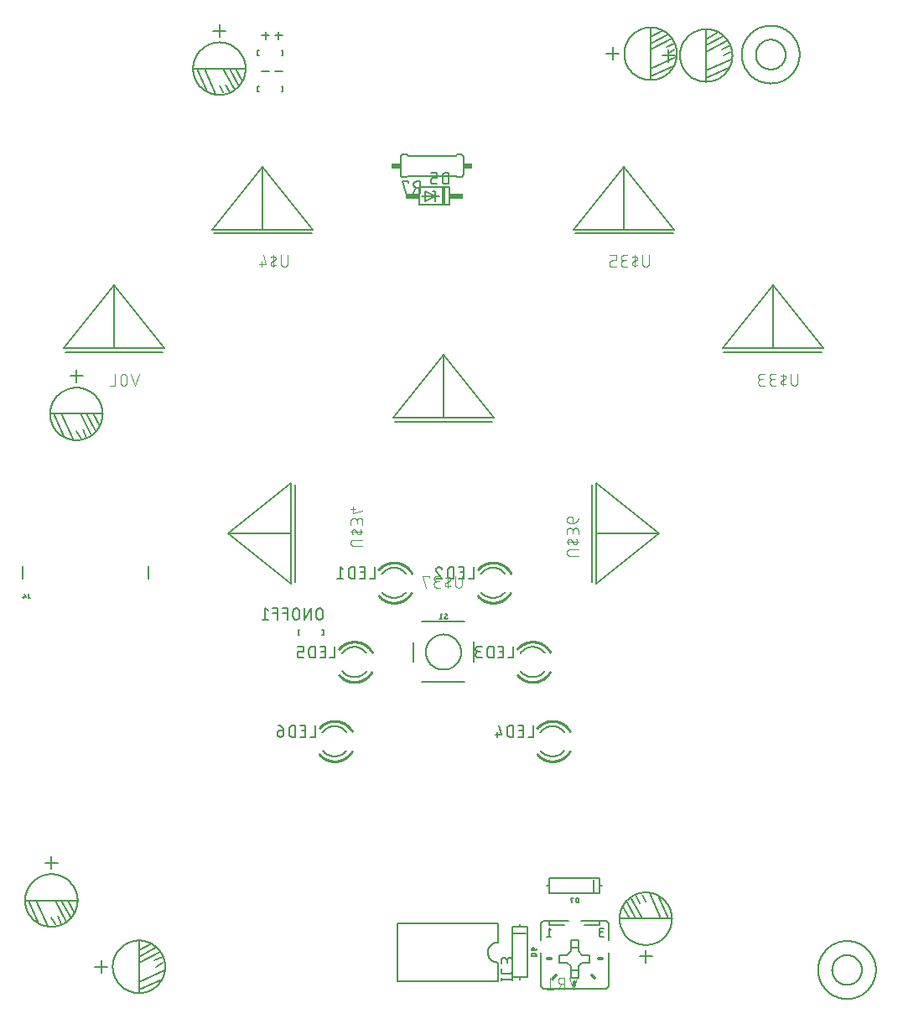
<source format=gbr>
G04 EAGLE Gerber X2 export*
%TF.Part,Single*%
%TF.FileFunction,Legend,Bot,1*%
%TF.FilePolarity,Positive*%
%TF.GenerationSoftware,Autodesk,EAGLE,9.2.2*%
%TF.CreationDate,2019-04-19T13:44:04Z*%
G75*
%MOMM*%
%FSLAX34Y34*%
%LPD*%
%INSilkscreen Bottom*%
%AMOC8*
5,1,8,0,0,1.08239X$1,22.5*%
G01*
%ADD10C,0.152400*%
%ADD11C,0.127000*%
%ADD12C,0.203200*%
%ADD13C,0.101600*%
%ADD14C,0.254000*%
%ADD15R,0.381000X1.778000*%
%ADD16R,1.397000X0.508000*%
%ADD17R,0.863600X0.609600*%
%ADD18C,0.304800*%


D10*
X280372Y967234D02*
X280372Y962154D01*
X254972Y962154D02*
X254972Y967234D01*
X256242Y967234D01*
X256242Y962154D02*
X254972Y962154D01*
X279102Y962154D02*
X280372Y962154D01*
X280372Y967234D02*
X279102Y967234D01*
D11*
X279737Y982474D02*
X272117Y982474D01*
X275927Y978664D02*
X275927Y986284D01*
X266783Y982474D02*
X259163Y982474D01*
X262973Y978664D02*
X262973Y986284D01*
D10*
X280372Y931015D02*
X280372Y925935D01*
X254972Y925935D02*
X254972Y931015D01*
X256242Y931015D01*
X256242Y925935D02*
X254972Y925935D01*
X279102Y925935D02*
X280372Y925935D01*
X280372Y931015D02*
X279102Y931015D01*
D11*
X279737Y946255D02*
X272117Y946255D01*
X266783Y946255D02*
X259163Y946255D01*
X681270Y962330D02*
X681278Y962980D01*
X681302Y963630D01*
X681342Y964279D01*
X681398Y964927D01*
X681469Y965574D01*
X681557Y966218D01*
X681660Y966860D01*
X681779Y967500D01*
X681914Y968136D01*
X682064Y968769D01*
X682230Y969398D01*
X682411Y970023D01*
X682608Y970643D01*
X682819Y971258D01*
X683046Y971867D01*
X683287Y972471D01*
X683543Y973069D01*
X683814Y973660D01*
X684100Y974245D01*
X684399Y974822D01*
X684713Y975392D01*
X685040Y975954D01*
X685381Y976507D01*
X685736Y977053D01*
X686104Y977589D01*
X686485Y978116D01*
X686879Y978634D01*
X687285Y979141D01*
X687704Y979639D01*
X688135Y980126D01*
X688577Y980603D01*
X689032Y981068D01*
X689497Y981523D01*
X689974Y981965D01*
X690461Y982396D01*
X690959Y982815D01*
X691466Y983221D01*
X691984Y983615D01*
X692511Y983996D01*
X693047Y984364D01*
X693593Y984719D01*
X694146Y985060D01*
X694708Y985387D01*
X695278Y985701D01*
X695855Y986000D01*
X696440Y986286D01*
X697031Y986557D01*
X697629Y986813D01*
X698233Y987054D01*
X698842Y987281D01*
X699457Y987492D01*
X700077Y987689D01*
X700702Y987870D01*
X701331Y988036D01*
X701964Y988186D01*
X702600Y988321D01*
X703240Y988440D01*
X703882Y988543D01*
X704526Y988631D01*
X705173Y988702D01*
X705821Y988758D01*
X706470Y988798D01*
X707120Y988822D01*
X707770Y988830D01*
X708420Y988822D01*
X709070Y988798D01*
X709719Y988758D01*
X710367Y988702D01*
X711014Y988631D01*
X711658Y988543D01*
X712300Y988440D01*
X712940Y988321D01*
X713576Y988186D01*
X714209Y988036D01*
X714838Y987870D01*
X715463Y987689D01*
X716083Y987492D01*
X716698Y987281D01*
X717307Y987054D01*
X717911Y986813D01*
X718509Y986557D01*
X719100Y986286D01*
X719685Y986000D01*
X720262Y985701D01*
X720832Y985387D01*
X721394Y985060D01*
X721947Y984719D01*
X722493Y984364D01*
X723029Y983996D01*
X723556Y983615D01*
X724074Y983221D01*
X724581Y982815D01*
X725079Y982396D01*
X725566Y981965D01*
X726043Y981523D01*
X726508Y981068D01*
X726963Y980603D01*
X727405Y980126D01*
X727836Y979639D01*
X728255Y979141D01*
X728661Y978634D01*
X729055Y978116D01*
X729436Y977589D01*
X729804Y977053D01*
X730159Y976507D01*
X730500Y975954D01*
X730827Y975392D01*
X731141Y974822D01*
X731440Y974245D01*
X731726Y973660D01*
X731997Y973069D01*
X732253Y972471D01*
X732494Y971867D01*
X732721Y971258D01*
X732932Y970643D01*
X733129Y970023D01*
X733310Y969398D01*
X733476Y968769D01*
X733626Y968136D01*
X733761Y967500D01*
X733880Y966860D01*
X733983Y966218D01*
X734071Y965574D01*
X734142Y964927D01*
X734198Y964279D01*
X734238Y963630D01*
X734262Y962980D01*
X734270Y962330D01*
X734262Y961680D01*
X734238Y961030D01*
X734198Y960381D01*
X734142Y959733D01*
X734071Y959086D01*
X733983Y958442D01*
X733880Y957800D01*
X733761Y957160D01*
X733626Y956524D01*
X733476Y955891D01*
X733310Y955262D01*
X733129Y954637D01*
X732932Y954017D01*
X732721Y953402D01*
X732494Y952793D01*
X732253Y952189D01*
X731997Y951591D01*
X731726Y951000D01*
X731440Y950415D01*
X731141Y949838D01*
X730827Y949268D01*
X730500Y948706D01*
X730159Y948153D01*
X729804Y947607D01*
X729436Y947071D01*
X729055Y946544D01*
X728661Y946026D01*
X728255Y945519D01*
X727836Y945021D01*
X727405Y944534D01*
X726963Y944057D01*
X726508Y943592D01*
X726043Y943137D01*
X725566Y942695D01*
X725079Y942264D01*
X724581Y941845D01*
X724074Y941439D01*
X723556Y941045D01*
X723029Y940664D01*
X722493Y940296D01*
X721947Y939941D01*
X721394Y939600D01*
X720832Y939273D01*
X720262Y938959D01*
X719685Y938660D01*
X719100Y938374D01*
X718509Y938103D01*
X717911Y937847D01*
X717307Y937606D01*
X716698Y937379D01*
X716083Y937168D01*
X715463Y936971D01*
X714838Y936790D01*
X714209Y936624D01*
X713576Y936474D01*
X712940Y936339D01*
X712300Y936220D01*
X711658Y936117D01*
X711014Y936029D01*
X710367Y935958D01*
X709719Y935902D01*
X709070Y935862D01*
X708420Y935838D01*
X707770Y935830D01*
X707120Y935838D01*
X706470Y935862D01*
X705821Y935902D01*
X705173Y935958D01*
X704526Y936029D01*
X703882Y936117D01*
X703240Y936220D01*
X702600Y936339D01*
X701964Y936474D01*
X701331Y936624D01*
X700702Y936790D01*
X700077Y936971D01*
X699457Y937168D01*
X698842Y937379D01*
X698233Y937606D01*
X697629Y937847D01*
X697031Y938103D01*
X696440Y938374D01*
X695855Y938660D01*
X695278Y938959D01*
X694708Y939273D01*
X694146Y939600D01*
X693593Y939941D01*
X693047Y940296D01*
X692511Y940664D01*
X691984Y941045D01*
X691466Y941439D01*
X690959Y941845D01*
X690461Y942264D01*
X689974Y942695D01*
X689497Y943137D01*
X689032Y943592D01*
X688577Y944057D01*
X688135Y944534D01*
X687704Y945021D01*
X687285Y945519D01*
X686879Y946026D01*
X686485Y946544D01*
X686104Y947071D01*
X685736Y947607D01*
X685381Y948153D01*
X685040Y948706D01*
X684713Y949268D01*
X684399Y949838D01*
X684100Y950415D01*
X683814Y951000D01*
X683543Y951591D01*
X683287Y952189D01*
X683046Y952793D01*
X682819Y953402D01*
X682608Y954017D01*
X682411Y954637D01*
X682230Y955262D01*
X682064Y955891D01*
X681914Y956524D01*
X681779Y957160D01*
X681660Y957800D01*
X681557Y958442D01*
X681469Y959086D01*
X681398Y959733D01*
X681342Y960381D01*
X681302Y961030D01*
X681278Y961680D01*
X681270Y962330D01*
X669670Y962330D02*
X663320Y962330D01*
X669670Y962330D02*
X676020Y962330D01*
X669670Y962330D02*
X669670Y968680D01*
X669670Y962330D02*
X669670Y955980D01*
X707770Y978840D02*
X707770Y989000D01*
X707770Y978840D02*
X707770Y972490D01*
X707770Y966140D01*
X707770Y947090D01*
X707770Y939470D01*
X707770Y935660D01*
X707770Y939470D02*
X730630Y949630D01*
X733170Y958520D02*
X707770Y947090D01*
X723645Y968680D02*
X731900Y972490D01*
X729360Y977570D02*
X707770Y966140D01*
X707770Y972490D02*
X725550Y982015D01*
X720470Y985825D02*
X707770Y978840D01*
X725270Y962330D02*
X731900Y966140D01*
X625139Y964091D02*
X625147Y964741D01*
X625171Y965391D01*
X625211Y966040D01*
X625267Y966688D01*
X625338Y967335D01*
X625426Y967979D01*
X625529Y968621D01*
X625648Y969261D01*
X625783Y969897D01*
X625933Y970530D01*
X626099Y971159D01*
X626280Y971784D01*
X626477Y972404D01*
X626688Y973019D01*
X626915Y973628D01*
X627156Y974232D01*
X627412Y974830D01*
X627683Y975421D01*
X627969Y976006D01*
X628268Y976583D01*
X628582Y977153D01*
X628909Y977715D01*
X629250Y978268D01*
X629605Y978814D01*
X629973Y979350D01*
X630354Y979877D01*
X630748Y980395D01*
X631154Y980902D01*
X631573Y981400D01*
X632004Y981887D01*
X632446Y982364D01*
X632901Y982829D01*
X633366Y983284D01*
X633843Y983726D01*
X634330Y984157D01*
X634828Y984576D01*
X635335Y984982D01*
X635853Y985376D01*
X636380Y985757D01*
X636916Y986125D01*
X637462Y986480D01*
X638015Y986821D01*
X638577Y987148D01*
X639147Y987462D01*
X639724Y987761D01*
X640309Y988047D01*
X640900Y988318D01*
X641498Y988574D01*
X642102Y988815D01*
X642711Y989042D01*
X643326Y989253D01*
X643946Y989450D01*
X644571Y989631D01*
X645200Y989797D01*
X645833Y989947D01*
X646469Y990082D01*
X647109Y990201D01*
X647751Y990304D01*
X648395Y990392D01*
X649042Y990463D01*
X649690Y990519D01*
X650339Y990559D01*
X650989Y990583D01*
X651639Y990591D01*
X652289Y990583D01*
X652939Y990559D01*
X653588Y990519D01*
X654236Y990463D01*
X654883Y990392D01*
X655527Y990304D01*
X656169Y990201D01*
X656809Y990082D01*
X657445Y989947D01*
X658078Y989797D01*
X658707Y989631D01*
X659332Y989450D01*
X659952Y989253D01*
X660567Y989042D01*
X661176Y988815D01*
X661780Y988574D01*
X662378Y988318D01*
X662969Y988047D01*
X663554Y987761D01*
X664131Y987462D01*
X664701Y987148D01*
X665263Y986821D01*
X665816Y986480D01*
X666362Y986125D01*
X666898Y985757D01*
X667425Y985376D01*
X667943Y984982D01*
X668450Y984576D01*
X668948Y984157D01*
X669435Y983726D01*
X669912Y983284D01*
X670377Y982829D01*
X670832Y982364D01*
X671274Y981887D01*
X671705Y981400D01*
X672124Y980902D01*
X672530Y980395D01*
X672924Y979877D01*
X673305Y979350D01*
X673673Y978814D01*
X674028Y978268D01*
X674369Y977715D01*
X674696Y977153D01*
X675010Y976583D01*
X675309Y976006D01*
X675595Y975421D01*
X675866Y974830D01*
X676122Y974232D01*
X676363Y973628D01*
X676590Y973019D01*
X676801Y972404D01*
X676998Y971784D01*
X677179Y971159D01*
X677345Y970530D01*
X677495Y969897D01*
X677630Y969261D01*
X677749Y968621D01*
X677852Y967979D01*
X677940Y967335D01*
X678011Y966688D01*
X678067Y966040D01*
X678107Y965391D01*
X678131Y964741D01*
X678139Y964091D01*
X678131Y963441D01*
X678107Y962791D01*
X678067Y962142D01*
X678011Y961494D01*
X677940Y960847D01*
X677852Y960203D01*
X677749Y959561D01*
X677630Y958921D01*
X677495Y958285D01*
X677345Y957652D01*
X677179Y957023D01*
X676998Y956398D01*
X676801Y955778D01*
X676590Y955163D01*
X676363Y954554D01*
X676122Y953950D01*
X675866Y953352D01*
X675595Y952761D01*
X675309Y952176D01*
X675010Y951599D01*
X674696Y951029D01*
X674369Y950467D01*
X674028Y949914D01*
X673673Y949368D01*
X673305Y948832D01*
X672924Y948305D01*
X672530Y947787D01*
X672124Y947280D01*
X671705Y946782D01*
X671274Y946295D01*
X670832Y945818D01*
X670377Y945353D01*
X669912Y944898D01*
X669435Y944456D01*
X668948Y944025D01*
X668450Y943606D01*
X667943Y943200D01*
X667425Y942806D01*
X666898Y942425D01*
X666362Y942057D01*
X665816Y941702D01*
X665263Y941361D01*
X664701Y941034D01*
X664131Y940720D01*
X663554Y940421D01*
X662969Y940135D01*
X662378Y939864D01*
X661780Y939608D01*
X661176Y939367D01*
X660567Y939140D01*
X659952Y938929D01*
X659332Y938732D01*
X658707Y938551D01*
X658078Y938385D01*
X657445Y938235D01*
X656809Y938100D01*
X656169Y937981D01*
X655527Y937878D01*
X654883Y937790D01*
X654236Y937719D01*
X653588Y937663D01*
X652939Y937623D01*
X652289Y937599D01*
X651639Y937591D01*
X650989Y937599D01*
X650339Y937623D01*
X649690Y937663D01*
X649042Y937719D01*
X648395Y937790D01*
X647751Y937878D01*
X647109Y937981D01*
X646469Y938100D01*
X645833Y938235D01*
X645200Y938385D01*
X644571Y938551D01*
X643946Y938732D01*
X643326Y938929D01*
X642711Y939140D01*
X642102Y939367D01*
X641498Y939608D01*
X640900Y939864D01*
X640309Y940135D01*
X639724Y940421D01*
X639147Y940720D01*
X638577Y941034D01*
X638015Y941361D01*
X637462Y941702D01*
X636916Y942057D01*
X636380Y942425D01*
X635853Y942806D01*
X635335Y943200D01*
X634828Y943606D01*
X634330Y944025D01*
X633843Y944456D01*
X633366Y944898D01*
X632901Y945353D01*
X632446Y945818D01*
X632004Y946295D01*
X631573Y946782D01*
X631154Y947280D01*
X630748Y947787D01*
X630354Y948305D01*
X629973Y948832D01*
X629605Y949368D01*
X629250Y949914D01*
X628909Y950467D01*
X628582Y951029D01*
X628268Y951599D01*
X627969Y952176D01*
X627683Y952761D01*
X627412Y953352D01*
X627156Y953950D01*
X626915Y954554D01*
X626688Y955163D01*
X626477Y955778D01*
X626280Y956398D01*
X626099Y957023D01*
X625933Y957652D01*
X625783Y958285D01*
X625648Y958921D01*
X625529Y959561D01*
X625426Y960203D01*
X625338Y960847D01*
X625267Y961494D01*
X625211Y962142D01*
X625171Y962791D01*
X625147Y963441D01*
X625139Y964091D01*
X613539Y964091D02*
X607189Y964091D01*
X613539Y964091D02*
X619889Y964091D01*
X613539Y964091D02*
X613539Y970441D01*
X613539Y964091D02*
X613539Y957741D01*
X651639Y980601D02*
X651639Y990761D01*
X651639Y980601D02*
X651639Y974251D01*
X651639Y967901D01*
X651639Y948851D01*
X651639Y941231D01*
X651639Y937421D01*
X651639Y941231D02*
X674499Y951391D01*
X677039Y960281D02*
X651639Y948851D01*
X667514Y970441D02*
X675769Y974251D01*
X673229Y979331D02*
X651639Y967901D01*
X651639Y974251D02*
X669419Y983776D01*
X664339Y987586D02*
X651639Y980601D01*
X669139Y964091D02*
X675769Y967901D01*
X189694Y949020D02*
X189702Y949670D01*
X189726Y950320D01*
X189766Y950969D01*
X189822Y951617D01*
X189893Y952264D01*
X189981Y952908D01*
X190084Y953550D01*
X190203Y954190D01*
X190338Y954826D01*
X190488Y955459D01*
X190654Y956088D01*
X190835Y956713D01*
X191032Y957333D01*
X191243Y957948D01*
X191470Y958557D01*
X191711Y959161D01*
X191967Y959759D01*
X192238Y960350D01*
X192524Y960935D01*
X192823Y961512D01*
X193137Y962082D01*
X193464Y962644D01*
X193805Y963197D01*
X194160Y963743D01*
X194528Y964279D01*
X194909Y964806D01*
X195303Y965324D01*
X195709Y965831D01*
X196128Y966329D01*
X196559Y966816D01*
X197001Y967293D01*
X197456Y967758D01*
X197921Y968213D01*
X198398Y968655D01*
X198885Y969086D01*
X199383Y969505D01*
X199890Y969911D01*
X200408Y970305D01*
X200935Y970686D01*
X201471Y971054D01*
X202017Y971409D01*
X202570Y971750D01*
X203132Y972077D01*
X203702Y972391D01*
X204279Y972690D01*
X204864Y972976D01*
X205455Y973247D01*
X206053Y973503D01*
X206657Y973744D01*
X207266Y973971D01*
X207881Y974182D01*
X208501Y974379D01*
X209126Y974560D01*
X209755Y974726D01*
X210388Y974876D01*
X211024Y975011D01*
X211664Y975130D01*
X212306Y975233D01*
X212950Y975321D01*
X213597Y975392D01*
X214245Y975448D01*
X214894Y975488D01*
X215544Y975512D01*
X216194Y975520D01*
X216844Y975512D01*
X217494Y975488D01*
X218143Y975448D01*
X218791Y975392D01*
X219438Y975321D01*
X220082Y975233D01*
X220724Y975130D01*
X221364Y975011D01*
X222000Y974876D01*
X222633Y974726D01*
X223262Y974560D01*
X223887Y974379D01*
X224507Y974182D01*
X225122Y973971D01*
X225731Y973744D01*
X226335Y973503D01*
X226933Y973247D01*
X227524Y972976D01*
X228109Y972690D01*
X228686Y972391D01*
X229256Y972077D01*
X229818Y971750D01*
X230371Y971409D01*
X230917Y971054D01*
X231453Y970686D01*
X231980Y970305D01*
X232498Y969911D01*
X233005Y969505D01*
X233503Y969086D01*
X233990Y968655D01*
X234467Y968213D01*
X234932Y967758D01*
X235387Y967293D01*
X235829Y966816D01*
X236260Y966329D01*
X236679Y965831D01*
X237085Y965324D01*
X237479Y964806D01*
X237860Y964279D01*
X238228Y963743D01*
X238583Y963197D01*
X238924Y962644D01*
X239251Y962082D01*
X239565Y961512D01*
X239864Y960935D01*
X240150Y960350D01*
X240421Y959759D01*
X240677Y959161D01*
X240918Y958557D01*
X241145Y957948D01*
X241356Y957333D01*
X241553Y956713D01*
X241734Y956088D01*
X241900Y955459D01*
X242050Y954826D01*
X242185Y954190D01*
X242304Y953550D01*
X242407Y952908D01*
X242495Y952264D01*
X242566Y951617D01*
X242622Y950969D01*
X242662Y950320D01*
X242686Y949670D01*
X242694Y949020D01*
X242686Y948370D01*
X242662Y947720D01*
X242622Y947071D01*
X242566Y946423D01*
X242495Y945776D01*
X242407Y945132D01*
X242304Y944490D01*
X242185Y943850D01*
X242050Y943214D01*
X241900Y942581D01*
X241734Y941952D01*
X241553Y941327D01*
X241356Y940707D01*
X241145Y940092D01*
X240918Y939483D01*
X240677Y938879D01*
X240421Y938281D01*
X240150Y937690D01*
X239864Y937105D01*
X239565Y936528D01*
X239251Y935958D01*
X238924Y935396D01*
X238583Y934843D01*
X238228Y934297D01*
X237860Y933761D01*
X237479Y933234D01*
X237085Y932716D01*
X236679Y932209D01*
X236260Y931711D01*
X235829Y931224D01*
X235387Y930747D01*
X234932Y930282D01*
X234467Y929827D01*
X233990Y929385D01*
X233503Y928954D01*
X233005Y928535D01*
X232498Y928129D01*
X231980Y927735D01*
X231453Y927354D01*
X230917Y926986D01*
X230371Y926631D01*
X229818Y926290D01*
X229256Y925963D01*
X228686Y925649D01*
X228109Y925350D01*
X227524Y925064D01*
X226933Y924793D01*
X226335Y924537D01*
X225731Y924296D01*
X225122Y924069D01*
X224507Y923858D01*
X223887Y923661D01*
X223262Y923480D01*
X222633Y923314D01*
X222000Y923164D01*
X221364Y923029D01*
X220724Y922910D01*
X220082Y922807D01*
X219438Y922719D01*
X218791Y922648D01*
X218143Y922592D01*
X217494Y922552D01*
X216844Y922528D01*
X216194Y922520D01*
X215544Y922528D01*
X214894Y922552D01*
X214245Y922592D01*
X213597Y922648D01*
X212950Y922719D01*
X212306Y922807D01*
X211664Y922910D01*
X211024Y923029D01*
X210388Y923164D01*
X209755Y923314D01*
X209126Y923480D01*
X208501Y923661D01*
X207881Y923858D01*
X207266Y924069D01*
X206657Y924296D01*
X206053Y924537D01*
X205455Y924793D01*
X204864Y925064D01*
X204279Y925350D01*
X203702Y925649D01*
X203132Y925963D01*
X202570Y926290D01*
X202017Y926631D01*
X201471Y926986D01*
X200935Y927354D01*
X200408Y927735D01*
X199890Y928129D01*
X199383Y928535D01*
X198885Y928954D01*
X198398Y929385D01*
X197921Y929827D01*
X197456Y930282D01*
X197001Y930747D01*
X196559Y931224D01*
X196128Y931711D01*
X195709Y932209D01*
X195303Y932716D01*
X194909Y933234D01*
X194528Y933761D01*
X194160Y934297D01*
X193805Y934843D01*
X193464Y935396D01*
X193137Y935958D01*
X192823Y936528D01*
X192524Y937105D01*
X192238Y937690D01*
X191967Y938281D01*
X191711Y938879D01*
X191470Y939483D01*
X191243Y940092D01*
X191032Y940707D01*
X190835Y941327D01*
X190654Y941952D01*
X190488Y942581D01*
X190338Y943214D01*
X190203Y943850D01*
X190084Y944490D01*
X189981Y945132D01*
X189893Y945776D01*
X189822Y946423D01*
X189766Y947071D01*
X189726Y947720D01*
X189702Y948370D01*
X189694Y949020D01*
X216194Y987120D02*
X216194Y993470D01*
X216194Y987120D02*
X216194Y980770D01*
X216194Y987120D02*
X222544Y987120D01*
X216194Y987120D02*
X209844Y987120D01*
X232704Y949020D02*
X242864Y949020D01*
X232704Y949020D02*
X226354Y949020D01*
X220004Y949020D01*
X200954Y949020D01*
X193334Y949020D01*
X189524Y949020D01*
X193334Y949020D02*
X203494Y926160D01*
X212384Y923620D02*
X200954Y949020D01*
X222544Y933145D02*
X226354Y924890D01*
X231434Y927430D02*
X220004Y949020D01*
X226354Y949020D02*
X235879Y931240D01*
X239689Y936320D02*
X232704Y949020D01*
X216194Y931520D02*
X220004Y924890D01*
D10*
X820790Y39085D02*
X820799Y39802D01*
X820825Y40518D01*
X820869Y41234D01*
X820931Y41948D01*
X821010Y42661D01*
X821106Y43371D01*
X821220Y44079D01*
X821351Y44784D01*
X821500Y45485D01*
X821665Y46182D01*
X821848Y46876D01*
X822048Y47564D01*
X822264Y48248D01*
X822497Y48926D01*
X822747Y49598D01*
X823013Y50263D01*
X823296Y50922D01*
X823594Y51574D01*
X823909Y52218D01*
X824239Y52854D01*
X824585Y53483D01*
X824946Y54102D01*
X825322Y54712D01*
X825713Y55313D01*
X826118Y55904D01*
X826538Y56485D01*
X826972Y57056D01*
X827420Y57616D01*
X827882Y58164D01*
X828357Y58701D01*
X828845Y59226D01*
X829345Y59740D01*
X829859Y60240D01*
X830384Y60728D01*
X830921Y61203D01*
X831469Y61665D01*
X832029Y62113D01*
X832600Y62547D01*
X833181Y62967D01*
X833772Y63372D01*
X834373Y63763D01*
X834983Y64139D01*
X835602Y64500D01*
X836231Y64846D01*
X836867Y65176D01*
X837511Y65491D01*
X838163Y65789D01*
X838822Y66072D01*
X839487Y66338D01*
X840159Y66588D01*
X840837Y66821D01*
X841521Y67037D01*
X842209Y67237D01*
X842903Y67420D01*
X843600Y67585D01*
X844301Y67734D01*
X845006Y67865D01*
X845714Y67979D01*
X846424Y68075D01*
X847137Y68154D01*
X847851Y68216D01*
X848567Y68260D01*
X849283Y68286D01*
X850000Y68295D01*
X850717Y68286D01*
X851433Y68260D01*
X852149Y68216D01*
X852863Y68154D01*
X853576Y68075D01*
X854286Y67979D01*
X854994Y67865D01*
X855699Y67734D01*
X856400Y67585D01*
X857097Y67420D01*
X857791Y67237D01*
X858479Y67037D01*
X859163Y66821D01*
X859841Y66588D01*
X860513Y66338D01*
X861178Y66072D01*
X861837Y65789D01*
X862489Y65491D01*
X863133Y65176D01*
X863769Y64846D01*
X864398Y64500D01*
X865017Y64139D01*
X865627Y63763D01*
X866228Y63372D01*
X866819Y62967D01*
X867400Y62547D01*
X867971Y62113D01*
X868531Y61665D01*
X869079Y61203D01*
X869616Y60728D01*
X870141Y60240D01*
X870655Y59740D01*
X871155Y59226D01*
X871643Y58701D01*
X872118Y58164D01*
X872580Y57616D01*
X873028Y57056D01*
X873462Y56485D01*
X873882Y55904D01*
X874287Y55313D01*
X874678Y54712D01*
X875054Y54102D01*
X875415Y53483D01*
X875761Y52854D01*
X876091Y52218D01*
X876406Y51574D01*
X876704Y50922D01*
X876987Y50263D01*
X877253Y49598D01*
X877503Y48926D01*
X877736Y48248D01*
X877952Y47564D01*
X878152Y46876D01*
X878335Y46182D01*
X878500Y45485D01*
X878649Y44784D01*
X878780Y44079D01*
X878894Y43371D01*
X878990Y42661D01*
X879069Y41948D01*
X879131Y41234D01*
X879175Y40518D01*
X879201Y39802D01*
X879210Y39085D01*
X879201Y38368D01*
X879175Y37652D01*
X879131Y36936D01*
X879069Y36222D01*
X878990Y35509D01*
X878894Y34799D01*
X878780Y34091D01*
X878649Y33386D01*
X878500Y32685D01*
X878335Y31988D01*
X878152Y31294D01*
X877952Y30606D01*
X877736Y29922D01*
X877503Y29244D01*
X877253Y28572D01*
X876987Y27907D01*
X876704Y27248D01*
X876406Y26596D01*
X876091Y25952D01*
X875761Y25316D01*
X875415Y24687D01*
X875054Y24068D01*
X874678Y23458D01*
X874287Y22857D01*
X873882Y22266D01*
X873462Y21685D01*
X873028Y21114D01*
X872580Y20554D01*
X872118Y20006D01*
X871643Y19469D01*
X871155Y18944D01*
X870655Y18430D01*
X870141Y17930D01*
X869616Y17442D01*
X869079Y16967D01*
X868531Y16505D01*
X867971Y16057D01*
X867400Y15623D01*
X866819Y15203D01*
X866228Y14798D01*
X865627Y14407D01*
X865017Y14031D01*
X864398Y13670D01*
X863769Y13324D01*
X863133Y12994D01*
X862489Y12679D01*
X861837Y12381D01*
X861178Y12098D01*
X860513Y11832D01*
X859841Y11582D01*
X859163Y11349D01*
X858479Y11133D01*
X857791Y10933D01*
X857097Y10750D01*
X856400Y10585D01*
X855699Y10436D01*
X854994Y10305D01*
X854286Y10191D01*
X853576Y10095D01*
X852863Y10016D01*
X852149Y9954D01*
X851433Y9910D01*
X850717Y9884D01*
X850000Y9875D01*
X849283Y9884D01*
X848567Y9910D01*
X847851Y9954D01*
X847137Y10016D01*
X846424Y10095D01*
X845714Y10191D01*
X845006Y10305D01*
X844301Y10436D01*
X843600Y10585D01*
X842903Y10750D01*
X842209Y10933D01*
X841521Y11133D01*
X840837Y11349D01*
X840159Y11582D01*
X839487Y11832D01*
X838822Y12098D01*
X838163Y12381D01*
X837511Y12679D01*
X836867Y12994D01*
X836231Y13324D01*
X835602Y13670D01*
X834983Y14031D01*
X834373Y14407D01*
X833772Y14798D01*
X833181Y15203D01*
X832600Y15623D01*
X832029Y16057D01*
X831469Y16505D01*
X830921Y16967D01*
X830384Y17442D01*
X829859Y17930D01*
X829345Y18430D01*
X828845Y18944D01*
X828357Y19469D01*
X827882Y20006D01*
X827420Y20554D01*
X826972Y21114D01*
X826538Y21685D01*
X826118Y22266D01*
X825713Y22857D01*
X825322Y23458D01*
X824946Y24068D01*
X824585Y24687D01*
X824239Y25316D01*
X823909Y25952D01*
X823594Y26596D01*
X823296Y27248D01*
X823013Y27907D01*
X822747Y28572D01*
X822497Y29244D01*
X822264Y29922D01*
X822048Y30606D01*
X821848Y31294D01*
X821665Y31988D01*
X821500Y32685D01*
X821351Y33386D01*
X821220Y34091D01*
X821106Y34799D01*
X821010Y35509D01*
X820931Y36222D01*
X820869Y36936D01*
X820825Y37652D01*
X820799Y38368D01*
X820790Y39085D01*
D12*
X835000Y39085D02*
X835005Y39453D01*
X835018Y39821D01*
X835041Y40188D01*
X835072Y40555D01*
X835113Y40921D01*
X835162Y41286D01*
X835221Y41649D01*
X835288Y42011D01*
X835364Y42372D01*
X835450Y42730D01*
X835543Y43086D01*
X835646Y43439D01*
X835757Y43790D01*
X835877Y44138D01*
X836005Y44483D01*
X836142Y44825D01*
X836287Y45164D01*
X836440Y45498D01*
X836602Y45829D01*
X836771Y46156D01*
X836949Y46478D01*
X837134Y46797D01*
X837327Y47110D01*
X837528Y47419D01*
X837736Y47722D01*
X837952Y48020D01*
X838175Y48313D01*
X838405Y48601D01*
X838642Y48883D01*
X838886Y49158D01*
X839136Y49428D01*
X839393Y49692D01*
X839657Y49949D01*
X839927Y50199D01*
X840202Y50443D01*
X840484Y50680D01*
X840772Y50910D01*
X841065Y51133D01*
X841363Y51349D01*
X841666Y51557D01*
X841975Y51758D01*
X842288Y51951D01*
X842607Y52136D01*
X842929Y52314D01*
X843256Y52483D01*
X843587Y52645D01*
X843921Y52798D01*
X844260Y52943D01*
X844602Y53080D01*
X844947Y53208D01*
X845295Y53328D01*
X845646Y53439D01*
X845999Y53542D01*
X846355Y53635D01*
X846713Y53721D01*
X847074Y53797D01*
X847436Y53864D01*
X847799Y53923D01*
X848164Y53972D01*
X848530Y54013D01*
X848897Y54044D01*
X849264Y54067D01*
X849632Y54080D01*
X850000Y54085D01*
X850368Y54080D01*
X850736Y54067D01*
X851103Y54044D01*
X851470Y54013D01*
X851836Y53972D01*
X852201Y53923D01*
X852564Y53864D01*
X852926Y53797D01*
X853287Y53721D01*
X853645Y53635D01*
X854001Y53542D01*
X854354Y53439D01*
X854705Y53328D01*
X855053Y53208D01*
X855398Y53080D01*
X855740Y52943D01*
X856079Y52798D01*
X856413Y52645D01*
X856744Y52483D01*
X857071Y52314D01*
X857393Y52136D01*
X857712Y51951D01*
X858025Y51758D01*
X858334Y51557D01*
X858637Y51349D01*
X858935Y51133D01*
X859228Y50910D01*
X859516Y50680D01*
X859798Y50443D01*
X860073Y50199D01*
X860343Y49949D01*
X860607Y49692D01*
X860864Y49428D01*
X861114Y49158D01*
X861358Y48883D01*
X861595Y48601D01*
X861825Y48313D01*
X862048Y48020D01*
X862264Y47722D01*
X862472Y47419D01*
X862673Y47110D01*
X862866Y46797D01*
X863051Y46478D01*
X863229Y46156D01*
X863398Y45829D01*
X863560Y45498D01*
X863713Y45164D01*
X863858Y44825D01*
X863995Y44483D01*
X864123Y44138D01*
X864243Y43790D01*
X864354Y43439D01*
X864457Y43086D01*
X864550Y42730D01*
X864636Y42372D01*
X864712Y42011D01*
X864779Y41649D01*
X864838Y41286D01*
X864887Y40921D01*
X864928Y40555D01*
X864959Y40188D01*
X864982Y39821D01*
X864995Y39453D01*
X865000Y39085D01*
X864995Y38717D01*
X864982Y38349D01*
X864959Y37982D01*
X864928Y37615D01*
X864887Y37249D01*
X864838Y36884D01*
X864779Y36521D01*
X864712Y36159D01*
X864636Y35798D01*
X864550Y35440D01*
X864457Y35084D01*
X864354Y34731D01*
X864243Y34380D01*
X864123Y34032D01*
X863995Y33687D01*
X863858Y33345D01*
X863713Y33006D01*
X863560Y32672D01*
X863398Y32341D01*
X863229Y32014D01*
X863051Y31692D01*
X862866Y31373D01*
X862673Y31060D01*
X862472Y30751D01*
X862264Y30448D01*
X862048Y30150D01*
X861825Y29857D01*
X861595Y29569D01*
X861358Y29287D01*
X861114Y29012D01*
X860864Y28742D01*
X860607Y28478D01*
X860343Y28221D01*
X860073Y27971D01*
X859798Y27727D01*
X859516Y27490D01*
X859228Y27260D01*
X858935Y27037D01*
X858637Y26821D01*
X858334Y26613D01*
X858025Y26412D01*
X857712Y26219D01*
X857393Y26034D01*
X857071Y25856D01*
X856744Y25687D01*
X856413Y25525D01*
X856079Y25372D01*
X855740Y25227D01*
X855398Y25090D01*
X855053Y24962D01*
X854705Y24842D01*
X854354Y24731D01*
X854001Y24628D01*
X853645Y24535D01*
X853287Y24449D01*
X852926Y24373D01*
X852564Y24306D01*
X852201Y24247D01*
X851836Y24198D01*
X851470Y24157D01*
X851103Y24126D01*
X850736Y24103D01*
X850368Y24090D01*
X850000Y24085D01*
X849632Y24090D01*
X849264Y24103D01*
X848897Y24126D01*
X848530Y24157D01*
X848164Y24198D01*
X847799Y24247D01*
X847436Y24306D01*
X847074Y24373D01*
X846713Y24449D01*
X846355Y24535D01*
X845999Y24628D01*
X845646Y24731D01*
X845295Y24842D01*
X844947Y24962D01*
X844602Y25090D01*
X844260Y25227D01*
X843921Y25372D01*
X843587Y25525D01*
X843256Y25687D01*
X842929Y25856D01*
X842607Y26034D01*
X842288Y26219D01*
X841975Y26412D01*
X841666Y26613D01*
X841363Y26821D01*
X841065Y27037D01*
X840772Y27260D01*
X840484Y27490D01*
X840202Y27727D01*
X839927Y27971D01*
X839657Y28221D01*
X839393Y28478D01*
X839136Y28742D01*
X838886Y29012D01*
X838642Y29287D01*
X838405Y29569D01*
X838175Y29857D01*
X837952Y30150D01*
X837736Y30448D01*
X837528Y30751D01*
X837327Y31060D01*
X837134Y31373D01*
X836949Y31692D01*
X836771Y32014D01*
X836602Y32341D01*
X836440Y32672D01*
X836287Y33006D01*
X836142Y33345D01*
X836005Y33687D01*
X835877Y34032D01*
X835757Y34380D01*
X835646Y34731D01*
X835543Y35084D01*
X835450Y35440D01*
X835364Y35798D01*
X835288Y36159D01*
X835221Y36521D01*
X835162Y36884D01*
X835113Y37249D01*
X835072Y37615D01*
X835041Y37982D01*
X835018Y38349D01*
X835005Y38717D01*
X835000Y39085D01*
D10*
X321200Y376938D02*
X321200Y382018D01*
X295800Y382018D02*
X295800Y376938D01*
X295800Y382018D02*
X297070Y382018D01*
X297070Y376938D02*
X295800Y376938D01*
X319930Y376938D02*
X321200Y376938D01*
X321200Y382018D02*
X319930Y382018D01*
D11*
X320565Y395988D02*
X320565Y401068D01*
X320563Y401179D01*
X320557Y401289D01*
X320548Y401400D01*
X320534Y401510D01*
X320517Y401619D01*
X320496Y401728D01*
X320471Y401836D01*
X320442Y401943D01*
X320410Y402049D01*
X320374Y402154D01*
X320334Y402257D01*
X320291Y402359D01*
X320244Y402460D01*
X320193Y402559D01*
X320140Y402656D01*
X320083Y402750D01*
X320022Y402843D01*
X319959Y402934D01*
X319892Y403023D01*
X319822Y403109D01*
X319749Y403192D01*
X319674Y403274D01*
X319596Y403352D01*
X319514Y403427D01*
X319431Y403500D01*
X319345Y403570D01*
X319256Y403637D01*
X319165Y403700D01*
X319072Y403761D01*
X318978Y403818D01*
X318881Y403871D01*
X318782Y403922D01*
X318681Y403969D01*
X318579Y404012D01*
X318476Y404052D01*
X318371Y404088D01*
X318265Y404120D01*
X318158Y404149D01*
X318050Y404174D01*
X317941Y404195D01*
X317832Y404212D01*
X317722Y404226D01*
X317611Y404235D01*
X317501Y404241D01*
X317390Y404243D01*
X317279Y404241D01*
X317169Y404235D01*
X317058Y404226D01*
X316948Y404212D01*
X316839Y404195D01*
X316730Y404174D01*
X316622Y404149D01*
X316515Y404120D01*
X316409Y404088D01*
X316304Y404052D01*
X316201Y404012D01*
X316099Y403969D01*
X315998Y403922D01*
X315899Y403871D01*
X315803Y403818D01*
X315708Y403761D01*
X315615Y403700D01*
X315524Y403637D01*
X315435Y403570D01*
X315349Y403500D01*
X315266Y403427D01*
X315184Y403352D01*
X315106Y403274D01*
X315031Y403192D01*
X314958Y403109D01*
X314888Y403023D01*
X314821Y402934D01*
X314758Y402843D01*
X314697Y402750D01*
X314640Y402656D01*
X314587Y402559D01*
X314536Y402460D01*
X314489Y402359D01*
X314446Y402257D01*
X314406Y402154D01*
X314370Y402049D01*
X314338Y401943D01*
X314309Y401836D01*
X314284Y401728D01*
X314263Y401619D01*
X314246Y401510D01*
X314232Y401400D01*
X314223Y401289D01*
X314217Y401179D01*
X314215Y401068D01*
X314215Y395988D01*
X314217Y395877D01*
X314223Y395767D01*
X314232Y395656D01*
X314246Y395546D01*
X314263Y395437D01*
X314284Y395328D01*
X314309Y395220D01*
X314338Y395113D01*
X314370Y395007D01*
X314406Y394902D01*
X314446Y394799D01*
X314489Y394697D01*
X314536Y394596D01*
X314587Y394497D01*
X314640Y394401D01*
X314697Y394306D01*
X314758Y394213D01*
X314821Y394122D01*
X314888Y394033D01*
X314958Y393947D01*
X315031Y393864D01*
X315106Y393782D01*
X315184Y393704D01*
X315266Y393629D01*
X315349Y393556D01*
X315435Y393486D01*
X315524Y393419D01*
X315615Y393356D01*
X315708Y393295D01*
X315803Y393238D01*
X315899Y393185D01*
X315998Y393134D01*
X316099Y393087D01*
X316201Y393044D01*
X316304Y393004D01*
X316409Y392968D01*
X316515Y392936D01*
X316622Y392907D01*
X316730Y392882D01*
X316839Y392861D01*
X316948Y392844D01*
X317058Y392830D01*
X317169Y392821D01*
X317279Y392815D01*
X317390Y392813D01*
X317501Y392815D01*
X317611Y392821D01*
X317722Y392830D01*
X317832Y392844D01*
X317941Y392861D01*
X318050Y392882D01*
X318158Y392907D01*
X318265Y392936D01*
X318371Y392968D01*
X318476Y393004D01*
X318579Y393044D01*
X318681Y393087D01*
X318782Y393134D01*
X318881Y393185D01*
X318977Y393238D01*
X319072Y393295D01*
X319165Y393356D01*
X319256Y393419D01*
X319345Y393486D01*
X319431Y393556D01*
X319514Y393629D01*
X319596Y393704D01*
X319674Y393782D01*
X319749Y393864D01*
X319822Y393947D01*
X319892Y394033D01*
X319959Y394122D01*
X320022Y394213D01*
X320083Y394306D01*
X320140Y394400D01*
X320193Y394497D01*
X320244Y394596D01*
X320291Y394697D01*
X320334Y394799D01*
X320374Y394902D01*
X320410Y395007D01*
X320442Y395113D01*
X320471Y395220D01*
X320496Y395328D01*
X320517Y395437D01*
X320534Y395546D01*
X320548Y395656D01*
X320557Y395767D01*
X320563Y395877D01*
X320565Y395988D01*
X308754Y392813D02*
X308754Y404243D01*
X302404Y392813D01*
X302404Y404243D01*
X296943Y401068D02*
X296943Y395988D01*
X296943Y401068D02*
X296941Y401179D01*
X296935Y401289D01*
X296926Y401400D01*
X296912Y401510D01*
X296895Y401619D01*
X296874Y401728D01*
X296849Y401836D01*
X296820Y401943D01*
X296788Y402049D01*
X296752Y402154D01*
X296712Y402257D01*
X296669Y402359D01*
X296622Y402460D01*
X296571Y402559D01*
X296518Y402656D01*
X296461Y402750D01*
X296400Y402843D01*
X296337Y402934D01*
X296270Y403023D01*
X296200Y403109D01*
X296127Y403192D01*
X296052Y403274D01*
X295974Y403352D01*
X295892Y403427D01*
X295809Y403500D01*
X295723Y403570D01*
X295634Y403637D01*
X295543Y403700D01*
X295450Y403761D01*
X295356Y403818D01*
X295259Y403871D01*
X295160Y403922D01*
X295059Y403969D01*
X294957Y404012D01*
X294854Y404052D01*
X294749Y404088D01*
X294643Y404120D01*
X294536Y404149D01*
X294428Y404174D01*
X294319Y404195D01*
X294210Y404212D01*
X294100Y404226D01*
X293989Y404235D01*
X293879Y404241D01*
X293768Y404243D01*
X293657Y404241D01*
X293547Y404235D01*
X293436Y404226D01*
X293326Y404212D01*
X293217Y404195D01*
X293108Y404174D01*
X293000Y404149D01*
X292893Y404120D01*
X292787Y404088D01*
X292682Y404052D01*
X292579Y404012D01*
X292477Y403969D01*
X292376Y403922D01*
X292277Y403871D01*
X292181Y403818D01*
X292086Y403761D01*
X291993Y403700D01*
X291902Y403637D01*
X291813Y403570D01*
X291727Y403500D01*
X291644Y403427D01*
X291562Y403352D01*
X291484Y403274D01*
X291409Y403192D01*
X291336Y403109D01*
X291266Y403023D01*
X291199Y402934D01*
X291136Y402843D01*
X291075Y402750D01*
X291018Y402656D01*
X290965Y402559D01*
X290914Y402460D01*
X290867Y402359D01*
X290824Y402257D01*
X290784Y402154D01*
X290748Y402049D01*
X290716Y401943D01*
X290687Y401836D01*
X290662Y401728D01*
X290641Y401619D01*
X290624Y401510D01*
X290610Y401400D01*
X290601Y401289D01*
X290595Y401179D01*
X290593Y401068D01*
X290593Y395988D01*
X290595Y395877D01*
X290601Y395767D01*
X290610Y395656D01*
X290624Y395546D01*
X290641Y395437D01*
X290662Y395328D01*
X290687Y395220D01*
X290716Y395113D01*
X290748Y395007D01*
X290784Y394902D01*
X290824Y394799D01*
X290867Y394697D01*
X290914Y394596D01*
X290965Y394497D01*
X291018Y394401D01*
X291075Y394306D01*
X291136Y394213D01*
X291199Y394122D01*
X291266Y394033D01*
X291336Y393947D01*
X291409Y393864D01*
X291484Y393782D01*
X291562Y393704D01*
X291644Y393629D01*
X291727Y393556D01*
X291813Y393486D01*
X291902Y393419D01*
X291993Y393356D01*
X292086Y393295D01*
X292181Y393238D01*
X292277Y393185D01*
X292376Y393134D01*
X292477Y393087D01*
X292579Y393044D01*
X292682Y393004D01*
X292787Y392968D01*
X292893Y392936D01*
X293000Y392907D01*
X293108Y392882D01*
X293217Y392861D01*
X293326Y392844D01*
X293436Y392830D01*
X293547Y392821D01*
X293657Y392815D01*
X293768Y392813D01*
X293879Y392815D01*
X293989Y392821D01*
X294100Y392830D01*
X294210Y392844D01*
X294319Y392861D01*
X294428Y392882D01*
X294536Y392907D01*
X294643Y392936D01*
X294749Y392968D01*
X294854Y393004D01*
X294957Y393044D01*
X295059Y393087D01*
X295160Y393134D01*
X295259Y393185D01*
X295355Y393238D01*
X295450Y393295D01*
X295543Y393356D01*
X295634Y393419D01*
X295723Y393486D01*
X295809Y393556D01*
X295892Y393629D01*
X295974Y393704D01*
X296052Y393782D01*
X296127Y393864D01*
X296200Y393947D01*
X296270Y394033D01*
X296337Y394122D01*
X296400Y394213D01*
X296461Y394306D01*
X296518Y394400D01*
X296571Y394497D01*
X296622Y394596D01*
X296669Y394697D01*
X296712Y394799D01*
X296752Y394902D01*
X296788Y395007D01*
X296820Y395113D01*
X296849Y395220D01*
X296874Y395328D01*
X296895Y395437D01*
X296912Y395546D01*
X296926Y395656D01*
X296935Y395767D01*
X296941Y395877D01*
X296943Y395988D01*
X285107Y392813D02*
X285107Y404243D01*
X280027Y404243D01*
X280027Y399163D02*
X285107Y399163D01*
X275201Y404243D02*
X275201Y392813D01*
X275201Y404243D02*
X270121Y404243D01*
X270121Y399163D02*
X275201Y399163D01*
X265701Y401703D02*
X262526Y404243D01*
X262526Y392813D01*
X265701Y392813D02*
X259351Y392813D01*
D12*
X725700Y662700D02*
X824300Y662700D01*
D11*
X775000Y666500D02*
X775000Y730000D01*
X775000Y666500D02*
X724200Y666500D01*
X775000Y730000D01*
X825800Y666500D01*
X775000Y666500D01*
D13*
X799892Y640592D02*
X799892Y632154D01*
X799890Y632041D01*
X799884Y631928D01*
X799874Y631815D01*
X799860Y631702D01*
X799843Y631590D01*
X799821Y631479D01*
X799796Y631369D01*
X799766Y631259D01*
X799733Y631151D01*
X799696Y631044D01*
X799656Y630938D01*
X799611Y630834D01*
X799563Y630731D01*
X799512Y630630D01*
X799457Y630531D01*
X799399Y630434D01*
X799337Y630339D01*
X799272Y630246D01*
X799204Y630156D01*
X799133Y630068D01*
X799058Y629982D01*
X798981Y629899D01*
X798901Y629819D01*
X798818Y629742D01*
X798732Y629667D01*
X798644Y629596D01*
X798554Y629528D01*
X798461Y629463D01*
X798366Y629401D01*
X798269Y629343D01*
X798170Y629288D01*
X798069Y629237D01*
X797966Y629189D01*
X797862Y629144D01*
X797756Y629104D01*
X797649Y629067D01*
X797541Y629034D01*
X797431Y629004D01*
X797321Y628979D01*
X797210Y628957D01*
X797098Y628940D01*
X796985Y628926D01*
X796872Y628916D01*
X796759Y628910D01*
X796646Y628908D01*
X796533Y628910D01*
X796420Y628916D01*
X796307Y628926D01*
X796194Y628940D01*
X796082Y628957D01*
X795971Y628979D01*
X795861Y629004D01*
X795751Y629034D01*
X795643Y629067D01*
X795536Y629104D01*
X795430Y629144D01*
X795326Y629189D01*
X795223Y629237D01*
X795122Y629288D01*
X795023Y629343D01*
X794926Y629401D01*
X794831Y629463D01*
X794738Y629528D01*
X794648Y629596D01*
X794560Y629667D01*
X794474Y629742D01*
X794391Y629819D01*
X794311Y629899D01*
X794234Y629982D01*
X794159Y630068D01*
X794088Y630156D01*
X794020Y630246D01*
X793955Y630339D01*
X793893Y630434D01*
X793835Y630531D01*
X793780Y630630D01*
X793729Y630731D01*
X793681Y630834D01*
X793636Y630938D01*
X793596Y631044D01*
X793559Y631151D01*
X793526Y631259D01*
X793496Y631369D01*
X793471Y631479D01*
X793449Y631590D01*
X793432Y631702D01*
X793418Y631815D01*
X793408Y631928D01*
X793402Y632041D01*
X793400Y632154D01*
X793401Y632154D02*
X793401Y640592D01*
X785597Y640592D02*
X785597Y628908D01*
X785597Y634750D02*
X787220Y635724D01*
X787221Y635723D02*
X787294Y635770D01*
X787365Y635819D01*
X787435Y635872D01*
X787501Y635928D01*
X787565Y635987D01*
X787627Y636048D01*
X787685Y636112D01*
X787741Y636179D01*
X787793Y636248D01*
X787843Y636320D01*
X787889Y636394D01*
X787932Y636469D01*
X787971Y636547D01*
X788007Y636626D01*
X788039Y636707D01*
X788068Y636789D01*
X788093Y636872D01*
X788114Y636956D01*
X788131Y637041D01*
X788145Y637127D01*
X788154Y637213D01*
X788160Y637300D01*
X788162Y637387D01*
X788160Y637474D01*
X788154Y637561D01*
X788144Y637647D01*
X788131Y637733D01*
X788113Y637818D01*
X788092Y637902D01*
X788067Y637985D01*
X788038Y638068D01*
X788006Y638148D01*
X787970Y638227D01*
X787931Y638305D01*
X787888Y638380D01*
X787841Y638454D01*
X787792Y638525D01*
X787739Y638595D01*
X787684Y638661D01*
X787625Y638725D01*
X787564Y638787D01*
X787499Y638846D01*
X787433Y638901D01*
X787364Y638954D01*
X787292Y639004D01*
X787219Y639050D01*
X787143Y639093D01*
X787066Y639132D01*
X786987Y639168D01*
X786906Y639201D01*
X786824Y639229D01*
X786741Y639255D01*
X786657Y639276D01*
X786571Y639293D01*
X786571Y639294D02*
X786431Y639318D01*
X786289Y639338D01*
X786148Y639354D01*
X786006Y639365D01*
X785863Y639373D01*
X785721Y639377D01*
X785578Y639378D01*
X785435Y639374D01*
X785293Y639366D01*
X785151Y639354D01*
X785009Y639338D01*
X784868Y639319D01*
X784727Y639295D01*
X784587Y639268D01*
X784448Y639236D01*
X784310Y639201D01*
X784172Y639162D01*
X784036Y639119D01*
X783902Y639073D01*
X783768Y639022D01*
X783636Y638969D01*
X783506Y638911D01*
X783377Y638850D01*
X783250Y638785D01*
X783124Y638717D01*
X783001Y638645D01*
X785597Y634750D02*
X783975Y633776D01*
X783974Y633777D02*
X783901Y633730D01*
X783830Y633681D01*
X783760Y633628D01*
X783694Y633572D01*
X783630Y633513D01*
X783568Y633452D01*
X783510Y633388D01*
X783454Y633321D01*
X783402Y633252D01*
X783352Y633180D01*
X783306Y633106D01*
X783263Y633031D01*
X783224Y632953D01*
X783188Y632874D01*
X783156Y632793D01*
X783127Y632711D01*
X783102Y632628D01*
X783081Y632544D01*
X783064Y632459D01*
X783050Y632373D01*
X783041Y632287D01*
X783035Y632200D01*
X783033Y632113D01*
X783035Y632026D01*
X783041Y631939D01*
X783051Y631853D01*
X783064Y631767D01*
X783082Y631682D01*
X783103Y631598D01*
X783128Y631515D01*
X783157Y631432D01*
X783189Y631352D01*
X783225Y631273D01*
X783264Y631195D01*
X783307Y631120D01*
X783354Y631046D01*
X783403Y630975D01*
X783456Y630905D01*
X783511Y630839D01*
X783570Y630775D01*
X783631Y630713D01*
X783696Y630654D01*
X783762Y630599D01*
X783831Y630546D01*
X783903Y630496D01*
X783976Y630450D01*
X784052Y630407D01*
X784129Y630368D01*
X784208Y630332D01*
X784289Y630299D01*
X784371Y630271D01*
X784454Y630245D01*
X784538Y630224D01*
X784623Y630207D01*
X784624Y630206D02*
X784764Y630182D01*
X784906Y630162D01*
X785047Y630146D01*
X785189Y630135D01*
X785332Y630127D01*
X785474Y630123D01*
X785617Y630122D01*
X785760Y630126D01*
X785902Y630134D01*
X786044Y630146D01*
X786186Y630162D01*
X786327Y630181D01*
X786468Y630205D01*
X786608Y630232D01*
X786747Y630264D01*
X786885Y630299D01*
X787023Y630338D01*
X787159Y630381D01*
X787293Y630427D01*
X787427Y630478D01*
X787559Y630531D01*
X787690Y630589D01*
X787818Y630650D01*
X787945Y630715D01*
X788071Y630783D01*
X788194Y630855D01*
X778175Y628908D02*
X774930Y628908D01*
X774817Y628910D01*
X774704Y628916D01*
X774591Y628926D01*
X774478Y628940D01*
X774366Y628957D01*
X774255Y628979D01*
X774145Y629004D01*
X774035Y629034D01*
X773927Y629067D01*
X773820Y629104D01*
X773714Y629144D01*
X773610Y629189D01*
X773507Y629237D01*
X773406Y629288D01*
X773307Y629343D01*
X773210Y629401D01*
X773115Y629463D01*
X773022Y629528D01*
X772932Y629596D01*
X772844Y629667D01*
X772758Y629742D01*
X772675Y629819D01*
X772595Y629899D01*
X772518Y629982D01*
X772443Y630068D01*
X772372Y630156D01*
X772304Y630246D01*
X772239Y630339D01*
X772177Y630434D01*
X772119Y630531D01*
X772064Y630630D01*
X772013Y630731D01*
X771965Y630834D01*
X771920Y630938D01*
X771880Y631044D01*
X771843Y631151D01*
X771810Y631259D01*
X771780Y631369D01*
X771755Y631479D01*
X771733Y631590D01*
X771716Y631702D01*
X771702Y631815D01*
X771692Y631928D01*
X771686Y632041D01*
X771684Y632154D01*
X771686Y632267D01*
X771692Y632380D01*
X771702Y632493D01*
X771716Y632606D01*
X771733Y632718D01*
X771755Y632829D01*
X771780Y632939D01*
X771810Y633049D01*
X771843Y633157D01*
X771880Y633264D01*
X771920Y633370D01*
X771965Y633474D01*
X772013Y633577D01*
X772064Y633678D01*
X772119Y633777D01*
X772177Y633874D01*
X772239Y633969D01*
X772304Y634062D01*
X772372Y634152D01*
X772443Y634240D01*
X772518Y634326D01*
X772595Y634409D01*
X772675Y634489D01*
X772758Y634566D01*
X772844Y634641D01*
X772932Y634712D01*
X773022Y634780D01*
X773115Y634845D01*
X773210Y634907D01*
X773307Y634965D01*
X773406Y635020D01*
X773507Y635071D01*
X773610Y635119D01*
X773714Y635164D01*
X773820Y635204D01*
X773927Y635241D01*
X774035Y635274D01*
X774145Y635304D01*
X774255Y635329D01*
X774366Y635351D01*
X774478Y635368D01*
X774591Y635382D01*
X774704Y635392D01*
X774817Y635398D01*
X774930Y635400D01*
X774280Y640592D02*
X778175Y640592D01*
X774280Y640592D02*
X774179Y640590D01*
X774079Y640584D01*
X773979Y640574D01*
X773879Y640561D01*
X773780Y640543D01*
X773681Y640522D01*
X773584Y640497D01*
X773487Y640468D01*
X773392Y640435D01*
X773298Y640399D01*
X773206Y640359D01*
X773115Y640316D01*
X773026Y640269D01*
X772939Y640219D01*
X772853Y640165D01*
X772770Y640108D01*
X772690Y640048D01*
X772611Y639985D01*
X772535Y639918D01*
X772462Y639849D01*
X772392Y639777D01*
X772324Y639703D01*
X772259Y639626D01*
X772198Y639546D01*
X772139Y639464D01*
X772084Y639380D01*
X772032Y639294D01*
X771983Y639206D01*
X771938Y639116D01*
X771896Y639024D01*
X771858Y638931D01*
X771824Y638836D01*
X771793Y638741D01*
X771766Y638644D01*
X771743Y638546D01*
X771723Y638447D01*
X771708Y638347D01*
X771696Y638247D01*
X771688Y638147D01*
X771684Y638046D01*
X771684Y637946D01*
X771688Y637845D01*
X771696Y637745D01*
X771708Y637645D01*
X771723Y637545D01*
X771743Y637446D01*
X771766Y637348D01*
X771793Y637251D01*
X771824Y637156D01*
X771858Y637061D01*
X771896Y636968D01*
X771938Y636876D01*
X771983Y636786D01*
X772032Y636698D01*
X772084Y636612D01*
X772139Y636528D01*
X772198Y636446D01*
X772259Y636366D01*
X772324Y636289D01*
X772392Y636215D01*
X772462Y636143D01*
X772535Y636074D01*
X772611Y636007D01*
X772690Y635944D01*
X772770Y635884D01*
X772853Y635827D01*
X772939Y635773D01*
X773026Y635723D01*
X773115Y635676D01*
X773206Y635633D01*
X773298Y635593D01*
X773392Y635557D01*
X773487Y635524D01*
X773584Y635495D01*
X773681Y635470D01*
X773780Y635449D01*
X773879Y635431D01*
X773979Y635418D01*
X774079Y635408D01*
X774179Y635402D01*
X774280Y635400D01*
X774280Y635399D02*
X776877Y635399D01*
X766745Y628908D02*
X763500Y628908D01*
X763387Y628910D01*
X763274Y628916D01*
X763161Y628926D01*
X763048Y628940D01*
X762936Y628957D01*
X762825Y628979D01*
X762715Y629004D01*
X762605Y629034D01*
X762497Y629067D01*
X762390Y629104D01*
X762284Y629144D01*
X762180Y629189D01*
X762077Y629237D01*
X761976Y629288D01*
X761877Y629343D01*
X761780Y629401D01*
X761685Y629463D01*
X761592Y629528D01*
X761502Y629596D01*
X761414Y629667D01*
X761328Y629742D01*
X761245Y629819D01*
X761165Y629899D01*
X761088Y629982D01*
X761013Y630068D01*
X760942Y630156D01*
X760874Y630246D01*
X760809Y630339D01*
X760747Y630434D01*
X760689Y630531D01*
X760634Y630630D01*
X760583Y630731D01*
X760535Y630834D01*
X760490Y630938D01*
X760450Y631044D01*
X760413Y631151D01*
X760380Y631259D01*
X760350Y631369D01*
X760325Y631479D01*
X760303Y631590D01*
X760286Y631702D01*
X760272Y631815D01*
X760262Y631928D01*
X760256Y632041D01*
X760254Y632154D01*
X760256Y632267D01*
X760262Y632380D01*
X760272Y632493D01*
X760286Y632606D01*
X760303Y632718D01*
X760325Y632829D01*
X760350Y632939D01*
X760380Y633049D01*
X760413Y633157D01*
X760450Y633264D01*
X760490Y633370D01*
X760535Y633474D01*
X760583Y633577D01*
X760634Y633678D01*
X760689Y633777D01*
X760747Y633874D01*
X760809Y633969D01*
X760874Y634062D01*
X760942Y634152D01*
X761013Y634240D01*
X761088Y634326D01*
X761165Y634409D01*
X761245Y634489D01*
X761328Y634566D01*
X761414Y634641D01*
X761502Y634712D01*
X761592Y634780D01*
X761685Y634845D01*
X761780Y634907D01*
X761877Y634965D01*
X761976Y635020D01*
X762077Y635071D01*
X762180Y635119D01*
X762284Y635164D01*
X762390Y635204D01*
X762497Y635241D01*
X762605Y635274D01*
X762715Y635304D01*
X762825Y635329D01*
X762936Y635351D01*
X763048Y635368D01*
X763161Y635382D01*
X763274Y635392D01*
X763387Y635398D01*
X763500Y635400D01*
X762850Y640592D02*
X766745Y640592D01*
X762850Y640592D02*
X762749Y640590D01*
X762649Y640584D01*
X762549Y640574D01*
X762449Y640561D01*
X762350Y640543D01*
X762251Y640522D01*
X762154Y640497D01*
X762057Y640468D01*
X761962Y640435D01*
X761868Y640399D01*
X761776Y640359D01*
X761685Y640316D01*
X761596Y640269D01*
X761509Y640219D01*
X761423Y640165D01*
X761340Y640108D01*
X761260Y640048D01*
X761181Y639985D01*
X761105Y639918D01*
X761032Y639849D01*
X760962Y639777D01*
X760894Y639703D01*
X760829Y639626D01*
X760768Y639546D01*
X760709Y639464D01*
X760654Y639380D01*
X760602Y639294D01*
X760553Y639206D01*
X760508Y639116D01*
X760466Y639024D01*
X760428Y638931D01*
X760394Y638836D01*
X760363Y638741D01*
X760336Y638644D01*
X760313Y638546D01*
X760293Y638447D01*
X760278Y638347D01*
X760266Y638247D01*
X760258Y638147D01*
X760254Y638046D01*
X760254Y637946D01*
X760258Y637845D01*
X760266Y637745D01*
X760278Y637645D01*
X760293Y637545D01*
X760313Y637446D01*
X760336Y637348D01*
X760363Y637251D01*
X760394Y637156D01*
X760428Y637061D01*
X760466Y636968D01*
X760508Y636876D01*
X760553Y636786D01*
X760602Y636698D01*
X760654Y636612D01*
X760709Y636528D01*
X760768Y636446D01*
X760829Y636366D01*
X760894Y636289D01*
X760962Y636215D01*
X761032Y636143D01*
X761105Y636074D01*
X761181Y636007D01*
X761260Y635944D01*
X761340Y635884D01*
X761423Y635827D01*
X761509Y635773D01*
X761596Y635723D01*
X761685Y635676D01*
X761776Y635633D01*
X761868Y635593D01*
X761962Y635557D01*
X762057Y635524D01*
X762154Y635495D01*
X762251Y635470D01*
X762350Y635449D01*
X762449Y635431D01*
X762549Y635418D01*
X762649Y635408D01*
X762749Y635402D01*
X762850Y635400D01*
X762850Y635399D02*
X765447Y635399D01*
D12*
X292300Y529300D02*
X292300Y430700D01*
D11*
X288500Y480000D02*
X225000Y480000D01*
X288500Y480000D02*
X288500Y429200D01*
X225000Y480000D01*
X288500Y530800D01*
X288500Y480000D01*
D13*
X352024Y466931D02*
X360462Y466931D01*
X352024Y466931D02*
X351911Y466933D01*
X351798Y466939D01*
X351685Y466949D01*
X351572Y466963D01*
X351460Y466980D01*
X351349Y467002D01*
X351239Y467027D01*
X351129Y467057D01*
X351021Y467090D01*
X350914Y467127D01*
X350808Y467167D01*
X350704Y467212D01*
X350601Y467260D01*
X350500Y467311D01*
X350401Y467366D01*
X350304Y467424D01*
X350209Y467486D01*
X350116Y467551D01*
X350026Y467619D01*
X349938Y467690D01*
X349852Y467765D01*
X349769Y467842D01*
X349689Y467922D01*
X349612Y468005D01*
X349537Y468091D01*
X349466Y468179D01*
X349398Y468269D01*
X349333Y468362D01*
X349271Y468457D01*
X349213Y468554D01*
X349158Y468653D01*
X349107Y468754D01*
X349059Y468857D01*
X349014Y468961D01*
X348974Y469067D01*
X348937Y469174D01*
X348904Y469282D01*
X348874Y469392D01*
X348849Y469502D01*
X348827Y469613D01*
X348810Y469725D01*
X348796Y469838D01*
X348786Y469951D01*
X348780Y470064D01*
X348778Y470177D01*
X348780Y470290D01*
X348786Y470403D01*
X348796Y470516D01*
X348810Y470629D01*
X348827Y470741D01*
X348849Y470852D01*
X348874Y470962D01*
X348904Y471072D01*
X348937Y471180D01*
X348974Y471287D01*
X349014Y471393D01*
X349059Y471497D01*
X349107Y471600D01*
X349158Y471701D01*
X349213Y471800D01*
X349271Y471897D01*
X349333Y471992D01*
X349398Y472085D01*
X349466Y472175D01*
X349537Y472263D01*
X349612Y472349D01*
X349689Y472432D01*
X349769Y472512D01*
X349852Y472589D01*
X349938Y472664D01*
X350026Y472735D01*
X350116Y472803D01*
X350209Y472868D01*
X350304Y472930D01*
X350401Y472988D01*
X350500Y473043D01*
X350601Y473094D01*
X350704Y473142D01*
X350808Y473187D01*
X350914Y473227D01*
X351021Y473264D01*
X351129Y473297D01*
X351239Y473327D01*
X351349Y473352D01*
X351460Y473374D01*
X351572Y473391D01*
X351685Y473405D01*
X351798Y473415D01*
X351911Y473421D01*
X352024Y473423D01*
X352024Y473422D02*
X360462Y473422D01*
X360462Y481226D02*
X348778Y481226D01*
X354620Y481226D02*
X355594Y479603D01*
X355641Y479530D01*
X355690Y479459D01*
X355743Y479389D01*
X355799Y479323D01*
X355858Y479259D01*
X355919Y479197D01*
X355983Y479139D01*
X356050Y479083D01*
X356119Y479031D01*
X356191Y478981D01*
X356265Y478935D01*
X356340Y478892D01*
X356418Y478853D01*
X356497Y478817D01*
X356578Y478785D01*
X356660Y478756D01*
X356743Y478731D01*
X356827Y478710D01*
X356912Y478693D01*
X356998Y478679D01*
X357084Y478670D01*
X357171Y478664D01*
X357258Y478662D01*
X357345Y478664D01*
X357432Y478670D01*
X357518Y478680D01*
X357604Y478693D01*
X357689Y478711D01*
X357773Y478732D01*
X357856Y478757D01*
X357939Y478786D01*
X358019Y478818D01*
X358098Y478854D01*
X358176Y478893D01*
X358251Y478936D01*
X358325Y478983D01*
X358396Y479032D01*
X358466Y479085D01*
X358532Y479140D01*
X358596Y479199D01*
X358658Y479260D01*
X358717Y479325D01*
X358772Y479391D01*
X358825Y479460D01*
X358875Y479532D01*
X358921Y479605D01*
X358964Y479681D01*
X359003Y479758D01*
X359039Y479837D01*
X359072Y479918D01*
X359100Y480000D01*
X359126Y480083D01*
X359147Y480167D01*
X359164Y480253D01*
X359164Y480252D02*
X359188Y480392D01*
X359208Y480534D01*
X359224Y480675D01*
X359235Y480817D01*
X359243Y480960D01*
X359247Y481102D01*
X359248Y481245D01*
X359244Y481388D01*
X359236Y481530D01*
X359224Y481672D01*
X359208Y481814D01*
X359189Y481955D01*
X359165Y482096D01*
X359138Y482236D01*
X359106Y482375D01*
X359071Y482513D01*
X359032Y482651D01*
X358989Y482787D01*
X358943Y482921D01*
X358892Y483055D01*
X358839Y483187D01*
X358781Y483317D01*
X358720Y483446D01*
X358655Y483573D01*
X358587Y483699D01*
X358515Y483822D01*
X354620Y481226D02*
X353647Y482849D01*
X353600Y482922D01*
X353551Y482993D01*
X353498Y483063D01*
X353442Y483129D01*
X353383Y483193D01*
X353322Y483255D01*
X353258Y483313D01*
X353191Y483369D01*
X353122Y483421D01*
X353050Y483471D01*
X352976Y483517D01*
X352901Y483560D01*
X352823Y483599D01*
X352744Y483635D01*
X352663Y483667D01*
X352581Y483696D01*
X352498Y483721D01*
X352414Y483742D01*
X352329Y483759D01*
X352243Y483773D01*
X352157Y483782D01*
X352070Y483788D01*
X351983Y483790D01*
X351896Y483788D01*
X351809Y483782D01*
X351723Y483772D01*
X351637Y483759D01*
X351552Y483741D01*
X351468Y483720D01*
X351385Y483695D01*
X351302Y483666D01*
X351222Y483634D01*
X351143Y483598D01*
X351065Y483559D01*
X350990Y483516D01*
X350916Y483469D01*
X350845Y483420D01*
X350775Y483367D01*
X350709Y483312D01*
X350645Y483253D01*
X350583Y483192D01*
X350524Y483127D01*
X350469Y483061D01*
X350416Y482992D01*
X350366Y482920D01*
X350320Y482847D01*
X350277Y482771D01*
X350238Y482694D01*
X350202Y482615D01*
X350169Y482534D01*
X350141Y482452D01*
X350115Y482369D01*
X350094Y482285D01*
X350077Y482200D01*
X350076Y482199D02*
X350052Y482059D01*
X350032Y481917D01*
X350016Y481776D01*
X350005Y481634D01*
X349997Y481491D01*
X349993Y481349D01*
X349992Y481206D01*
X349996Y481063D01*
X350004Y480921D01*
X350016Y480779D01*
X350032Y480637D01*
X350051Y480496D01*
X350075Y480355D01*
X350102Y480215D01*
X350134Y480076D01*
X350169Y479938D01*
X350208Y479800D01*
X350251Y479664D01*
X350297Y479530D01*
X350348Y479396D01*
X350401Y479264D01*
X350459Y479134D01*
X350520Y479005D01*
X350585Y478878D01*
X350653Y478752D01*
X350725Y478629D01*
X348778Y488648D02*
X348778Y491894D01*
X348780Y492007D01*
X348786Y492120D01*
X348796Y492233D01*
X348810Y492346D01*
X348827Y492458D01*
X348849Y492569D01*
X348874Y492679D01*
X348904Y492789D01*
X348937Y492897D01*
X348974Y493004D01*
X349014Y493110D01*
X349059Y493214D01*
X349107Y493317D01*
X349158Y493418D01*
X349213Y493517D01*
X349271Y493614D01*
X349333Y493709D01*
X349398Y493802D01*
X349466Y493892D01*
X349537Y493980D01*
X349612Y494066D01*
X349689Y494149D01*
X349769Y494229D01*
X349852Y494306D01*
X349938Y494381D01*
X350026Y494452D01*
X350116Y494520D01*
X350209Y494585D01*
X350304Y494647D01*
X350401Y494705D01*
X350500Y494760D01*
X350601Y494811D01*
X350704Y494859D01*
X350808Y494904D01*
X350914Y494944D01*
X351021Y494981D01*
X351129Y495014D01*
X351239Y495044D01*
X351349Y495069D01*
X351460Y495091D01*
X351572Y495108D01*
X351685Y495122D01*
X351798Y495132D01*
X351911Y495138D01*
X352024Y495140D01*
X352137Y495138D01*
X352250Y495132D01*
X352363Y495122D01*
X352476Y495108D01*
X352588Y495091D01*
X352699Y495069D01*
X352809Y495044D01*
X352919Y495014D01*
X353027Y494981D01*
X353134Y494944D01*
X353240Y494904D01*
X353344Y494859D01*
X353447Y494811D01*
X353548Y494760D01*
X353647Y494705D01*
X353744Y494647D01*
X353839Y494585D01*
X353932Y494520D01*
X354022Y494452D01*
X354110Y494381D01*
X354196Y494306D01*
X354279Y494229D01*
X354359Y494149D01*
X354436Y494066D01*
X354511Y493980D01*
X354582Y493892D01*
X354650Y493802D01*
X354715Y493709D01*
X354777Y493614D01*
X354835Y493517D01*
X354890Y493418D01*
X354941Y493317D01*
X354989Y493214D01*
X355034Y493110D01*
X355074Y493004D01*
X355111Y492897D01*
X355144Y492789D01*
X355174Y492679D01*
X355199Y492569D01*
X355221Y492458D01*
X355238Y492346D01*
X355252Y492233D01*
X355262Y492120D01*
X355268Y492007D01*
X355270Y491894D01*
X360462Y492543D02*
X360462Y488648D01*
X360462Y492543D02*
X360460Y492644D01*
X360454Y492744D01*
X360444Y492844D01*
X360431Y492944D01*
X360413Y493043D01*
X360392Y493142D01*
X360367Y493239D01*
X360338Y493336D01*
X360305Y493431D01*
X360269Y493525D01*
X360229Y493617D01*
X360186Y493708D01*
X360139Y493797D01*
X360089Y493884D01*
X360035Y493970D01*
X359978Y494053D01*
X359918Y494133D01*
X359855Y494212D01*
X359788Y494288D01*
X359719Y494361D01*
X359647Y494431D01*
X359573Y494499D01*
X359496Y494564D01*
X359416Y494625D01*
X359334Y494684D01*
X359250Y494739D01*
X359164Y494791D01*
X359076Y494840D01*
X358986Y494885D01*
X358894Y494927D01*
X358801Y494965D01*
X358706Y494999D01*
X358611Y495030D01*
X358514Y495057D01*
X358416Y495080D01*
X358317Y495100D01*
X358217Y495115D01*
X358117Y495127D01*
X358017Y495135D01*
X357916Y495139D01*
X357816Y495139D01*
X357715Y495135D01*
X357615Y495127D01*
X357515Y495115D01*
X357415Y495100D01*
X357316Y495080D01*
X357218Y495057D01*
X357121Y495030D01*
X357026Y494999D01*
X356931Y494965D01*
X356838Y494927D01*
X356746Y494885D01*
X356656Y494840D01*
X356568Y494791D01*
X356482Y494739D01*
X356398Y494684D01*
X356316Y494625D01*
X356236Y494564D01*
X356159Y494499D01*
X356085Y494431D01*
X356013Y494361D01*
X355944Y494288D01*
X355877Y494212D01*
X355814Y494133D01*
X355754Y494053D01*
X355697Y493970D01*
X355643Y493884D01*
X355593Y493797D01*
X355546Y493708D01*
X355503Y493617D01*
X355463Y493525D01*
X355427Y493431D01*
X355394Y493336D01*
X355365Y493239D01*
X355340Y493142D01*
X355319Y493043D01*
X355301Y492944D01*
X355288Y492844D01*
X355278Y492744D01*
X355272Y492644D01*
X355270Y492543D01*
X355269Y492543D02*
X355269Y489947D01*
X351375Y500078D02*
X360462Y502675D01*
X351375Y500078D02*
X351375Y506569D01*
X353971Y504622D02*
X348778Y504622D01*
D12*
X575700Y782700D02*
X674300Y782700D01*
D11*
X625000Y786500D02*
X625000Y850000D01*
X625000Y786500D02*
X574200Y786500D01*
X625000Y850000D01*
X675800Y786500D01*
X625000Y786500D01*
D13*
X649892Y760592D02*
X649892Y752154D01*
X649890Y752041D01*
X649884Y751928D01*
X649874Y751815D01*
X649860Y751702D01*
X649843Y751590D01*
X649821Y751479D01*
X649796Y751369D01*
X649766Y751259D01*
X649733Y751151D01*
X649696Y751044D01*
X649656Y750938D01*
X649611Y750834D01*
X649563Y750731D01*
X649512Y750630D01*
X649457Y750531D01*
X649399Y750434D01*
X649337Y750339D01*
X649272Y750246D01*
X649204Y750156D01*
X649133Y750068D01*
X649058Y749982D01*
X648981Y749899D01*
X648901Y749819D01*
X648818Y749742D01*
X648732Y749667D01*
X648644Y749596D01*
X648554Y749528D01*
X648461Y749463D01*
X648366Y749401D01*
X648269Y749343D01*
X648170Y749288D01*
X648069Y749237D01*
X647966Y749189D01*
X647862Y749144D01*
X647756Y749104D01*
X647649Y749067D01*
X647541Y749034D01*
X647431Y749004D01*
X647321Y748979D01*
X647210Y748957D01*
X647098Y748940D01*
X646985Y748926D01*
X646872Y748916D01*
X646759Y748910D01*
X646646Y748908D01*
X646533Y748910D01*
X646420Y748916D01*
X646307Y748926D01*
X646194Y748940D01*
X646082Y748957D01*
X645971Y748979D01*
X645861Y749004D01*
X645751Y749034D01*
X645643Y749067D01*
X645536Y749104D01*
X645430Y749144D01*
X645326Y749189D01*
X645223Y749237D01*
X645122Y749288D01*
X645023Y749343D01*
X644926Y749401D01*
X644831Y749463D01*
X644738Y749528D01*
X644648Y749596D01*
X644560Y749667D01*
X644474Y749742D01*
X644391Y749819D01*
X644311Y749899D01*
X644234Y749982D01*
X644159Y750068D01*
X644088Y750156D01*
X644020Y750246D01*
X643955Y750339D01*
X643893Y750434D01*
X643835Y750531D01*
X643780Y750630D01*
X643729Y750731D01*
X643681Y750834D01*
X643636Y750938D01*
X643596Y751044D01*
X643559Y751151D01*
X643526Y751259D01*
X643496Y751369D01*
X643471Y751479D01*
X643449Y751590D01*
X643432Y751702D01*
X643418Y751815D01*
X643408Y751928D01*
X643402Y752041D01*
X643400Y752154D01*
X643401Y752154D02*
X643401Y760592D01*
X635597Y760592D02*
X635597Y748908D01*
X635597Y754750D02*
X637220Y755724D01*
X637221Y755723D02*
X637294Y755770D01*
X637365Y755819D01*
X637435Y755872D01*
X637501Y755928D01*
X637565Y755987D01*
X637627Y756048D01*
X637685Y756112D01*
X637741Y756179D01*
X637793Y756248D01*
X637843Y756320D01*
X637889Y756394D01*
X637932Y756469D01*
X637971Y756547D01*
X638007Y756626D01*
X638039Y756707D01*
X638068Y756789D01*
X638093Y756872D01*
X638114Y756956D01*
X638131Y757041D01*
X638145Y757127D01*
X638154Y757213D01*
X638160Y757300D01*
X638162Y757387D01*
X638160Y757474D01*
X638154Y757561D01*
X638144Y757647D01*
X638131Y757733D01*
X638113Y757818D01*
X638092Y757902D01*
X638067Y757985D01*
X638038Y758068D01*
X638006Y758148D01*
X637970Y758227D01*
X637931Y758305D01*
X637888Y758380D01*
X637841Y758454D01*
X637792Y758525D01*
X637739Y758595D01*
X637684Y758661D01*
X637625Y758725D01*
X637564Y758787D01*
X637499Y758846D01*
X637433Y758901D01*
X637364Y758954D01*
X637292Y759004D01*
X637219Y759050D01*
X637143Y759093D01*
X637066Y759132D01*
X636987Y759168D01*
X636906Y759201D01*
X636824Y759229D01*
X636741Y759255D01*
X636657Y759276D01*
X636571Y759293D01*
X636571Y759294D02*
X636431Y759318D01*
X636289Y759338D01*
X636148Y759354D01*
X636006Y759365D01*
X635863Y759373D01*
X635721Y759377D01*
X635578Y759378D01*
X635435Y759374D01*
X635293Y759366D01*
X635151Y759354D01*
X635009Y759338D01*
X634868Y759319D01*
X634727Y759295D01*
X634587Y759268D01*
X634448Y759236D01*
X634310Y759201D01*
X634172Y759162D01*
X634036Y759119D01*
X633902Y759073D01*
X633768Y759022D01*
X633636Y758969D01*
X633506Y758911D01*
X633377Y758850D01*
X633250Y758785D01*
X633124Y758717D01*
X633001Y758645D01*
X635597Y754750D02*
X633975Y753776D01*
X633974Y753777D02*
X633901Y753730D01*
X633830Y753681D01*
X633760Y753628D01*
X633694Y753572D01*
X633630Y753513D01*
X633568Y753452D01*
X633510Y753388D01*
X633454Y753321D01*
X633402Y753252D01*
X633352Y753180D01*
X633306Y753106D01*
X633263Y753031D01*
X633224Y752953D01*
X633188Y752874D01*
X633156Y752793D01*
X633127Y752711D01*
X633102Y752628D01*
X633081Y752544D01*
X633064Y752459D01*
X633050Y752373D01*
X633041Y752287D01*
X633035Y752200D01*
X633033Y752113D01*
X633035Y752026D01*
X633041Y751939D01*
X633051Y751853D01*
X633064Y751767D01*
X633082Y751682D01*
X633103Y751598D01*
X633128Y751515D01*
X633157Y751432D01*
X633189Y751352D01*
X633225Y751273D01*
X633264Y751195D01*
X633307Y751120D01*
X633354Y751046D01*
X633403Y750975D01*
X633456Y750905D01*
X633511Y750839D01*
X633570Y750775D01*
X633631Y750713D01*
X633696Y750654D01*
X633762Y750599D01*
X633831Y750546D01*
X633903Y750496D01*
X633976Y750450D01*
X634052Y750407D01*
X634129Y750368D01*
X634208Y750332D01*
X634289Y750299D01*
X634371Y750271D01*
X634454Y750245D01*
X634538Y750224D01*
X634623Y750207D01*
X634624Y750206D02*
X634764Y750182D01*
X634906Y750162D01*
X635047Y750146D01*
X635189Y750135D01*
X635332Y750127D01*
X635474Y750123D01*
X635617Y750122D01*
X635760Y750126D01*
X635902Y750134D01*
X636044Y750146D01*
X636186Y750162D01*
X636327Y750181D01*
X636468Y750205D01*
X636608Y750232D01*
X636747Y750264D01*
X636885Y750299D01*
X637023Y750338D01*
X637159Y750381D01*
X637293Y750427D01*
X637427Y750478D01*
X637559Y750531D01*
X637690Y750589D01*
X637818Y750650D01*
X637945Y750715D01*
X638071Y750783D01*
X638194Y750855D01*
X628175Y748908D02*
X624930Y748908D01*
X624817Y748910D01*
X624704Y748916D01*
X624591Y748926D01*
X624478Y748940D01*
X624366Y748957D01*
X624255Y748979D01*
X624145Y749004D01*
X624035Y749034D01*
X623927Y749067D01*
X623820Y749104D01*
X623714Y749144D01*
X623610Y749189D01*
X623507Y749237D01*
X623406Y749288D01*
X623307Y749343D01*
X623210Y749401D01*
X623115Y749463D01*
X623022Y749528D01*
X622932Y749596D01*
X622844Y749667D01*
X622758Y749742D01*
X622675Y749819D01*
X622595Y749899D01*
X622518Y749982D01*
X622443Y750068D01*
X622372Y750156D01*
X622304Y750246D01*
X622239Y750339D01*
X622177Y750434D01*
X622119Y750531D01*
X622064Y750630D01*
X622013Y750731D01*
X621965Y750834D01*
X621920Y750938D01*
X621880Y751044D01*
X621843Y751151D01*
X621810Y751259D01*
X621780Y751369D01*
X621755Y751479D01*
X621733Y751590D01*
X621716Y751702D01*
X621702Y751815D01*
X621692Y751928D01*
X621686Y752041D01*
X621684Y752154D01*
X621686Y752267D01*
X621692Y752380D01*
X621702Y752493D01*
X621716Y752606D01*
X621733Y752718D01*
X621755Y752829D01*
X621780Y752939D01*
X621810Y753049D01*
X621843Y753157D01*
X621880Y753264D01*
X621920Y753370D01*
X621965Y753474D01*
X622013Y753577D01*
X622064Y753678D01*
X622119Y753777D01*
X622177Y753874D01*
X622239Y753969D01*
X622304Y754062D01*
X622372Y754152D01*
X622443Y754240D01*
X622518Y754326D01*
X622595Y754409D01*
X622675Y754489D01*
X622758Y754566D01*
X622844Y754641D01*
X622932Y754712D01*
X623022Y754780D01*
X623115Y754845D01*
X623210Y754907D01*
X623307Y754965D01*
X623406Y755020D01*
X623507Y755071D01*
X623610Y755119D01*
X623714Y755164D01*
X623820Y755204D01*
X623927Y755241D01*
X624035Y755274D01*
X624145Y755304D01*
X624255Y755329D01*
X624366Y755351D01*
X624478Y755368D01*
X624591Y755382D01*
X624704Y755392D01*
X624817Y755398D01*
X624930Y755400D01*
X624280Y760592D02*
X628175Y760592D01*
X624280Y760592D02*
X624179Y760590D01*
X624079Y760584D01*
X623979Y760574D01*
X623879Y760561D01*
X623780Y760543D01*
X623681Y760522D01*
X623584Y760497D01*
X623487Y760468D01*
X623392Y760435D01*
X623298Y760399D01*
X623206Y760359D01*
X623115Y760316D01*
X623026Y760269D01*
X622939Y760219D01*
X622853Y760165D01*
X622770Y760108D01*
X622690Y760048D01*
X622611Y759985D01*
X622535Y759918D01*
X622462Y759849D01*
X622392Y759777D01*
X622324Y759703D01*
X622259Y759626D01*
X622198Y759546D01*
X622139Y759464D01*
X622084Y759380D01*
X622032Y759294D01*
X621983Y759206D01*
X621938Y759116D01*
X621896Y759024D01*
X621858Y758931D01*
X621824Y758836D01*
X621793Y758741D01*
X621766Y758644D01*
X621743Y758546D01*
X621723Y758447D01*
X621708Y758347D01*
X621696Y758247D01*
X621688Y758147D01*
X621684Y758046D01*
X621684Y757946D01*
X621688Y757845D01*
X621696Y757745D01*
X621708Y757645D01*
X621723Y757545D01*
X621743Y757446D01*
X621766Y757348D01*
X621793Y757251D01*
X621824Y757156D01*
X621858Y757061D01*
X621896Y756968D01*
X621938Y756876D01*
X621983Y756786D01*
X622032Y756698D01*
X622084Y756612D01*
X622139Y756528D01*
X622198Y756446D01*
X622259Y756366D01*
X622324Y756289D01*
X622392Y756215D01*
X622462Y756143D01*
X622535Y756074D01*
X622611Y756007D01*
X622690Y755944D01*
X622770Y755884D01*
X622853Y755827D01*
X622939Y755773D01*
X623026Y755723D01*
X623115Y755676D01*
X623206Y755633D01*
X623298Y755593D01*
X623392Y755557D01*
X623487Y755524D01*
X623584Y755495D01*
X623681Y755470D01*
X623780Y755449D01*
X623879Y755431D01*
X623979Y755418D01*
X624079Y755408D01*
X624179Y755402D01*
X624280Y755400D01*
X624280Y755399D02*
X626877Y755399D01*
X616745Y748908D02*
X612850Y748908D01*
X612751Y748910D01*
X612651Y748916D01*
X612552Y748925D01*
X612454Y748938D01*
X612356Y748955D01*
X612258Y748976D01*
X612162Y749001D01*
X612067Y749029D01*
X611973Y749061D01*
X611880Y749096D01*
X611788Y749135D01*
X611698Y749178D01*
X611610Y749223D01*
X611523Y749273D01*
X611439Y749325D01*
X611356Y749381D01*
X611276Y749439D01*
X611198Y749501D01*
X611123Y749566D01*
X611050Y749634D01*
X610980Y749704D01*
X610912Y749777D01*
X610847Y749852D01*
X610785Y749930D01*
X610727Y750010D01*
X610671Y750093D01*
X610619Y750177D01*
X610569Y750264D01*
X610524Y750352D01*
X610481Y750442D01*
X610442Y750534D01*
X610407Y750627D01*
X610375Y750721D01*
X610347Y750816D01*
X610322Y750912D01*
X610301Y751010D01*
X610284Y751108D01*
X610271Y751206D01*
X610262Y751305D01*
X610256Y751405D01*
X610254Y751504D01*
X610254Y752803D01*
X610256Y752902D01*
X610262Y753002D01*
X610271Y753101D01*
X610284Y753199D01*
X610301Y753297D01*
X610322Y753395D01*
X610347Y753491D01*
X610375Y753586D01*
X610407Y753680D01*
X610442Y753773D01*
X610481Y753865D01*
X610524Y753955D01*
X610569Y754043D01*
X610619Y754130D01*
X610671Y754214D01*
X610727Y754297D01*
X610785Y754377D01*
X610847Y754455D01*
X610912Y754530D01*
X610980Y754603D01*
X611050Y754673D01*
X611123Y754741D01*
X611198Y754806D01*
X611276Y754868D01*
X611356Y754926D01*
X611439Y754982D01*
X611523Y755034D01*
X611610Y755084D01*
X611698Y755129D01*
X611788Y755172D01*
X611880Y755211D01*
X611973Y755246D01*
X612067Y755278D01*
X612162Y755306D01*
X612258Y755331D01*
X612356Y755352D01*
X612454Y755369D01*
X612552Y755382D01*
X612651Y755391D01*
X612751Y755397D01*
X612850Y755399D01*
X616745Y755399D01*
X616745Y760592D01*
X610254Y760592D01*
D12*
X592700Y529300D02*
X592700Y430700D01*
D11*
X596500Y480000D02*
X660000Y480000D01*
X596500Y480000D02*
X596500Y530800D01*
X660000Y480000D01*
X596500Y429200D01*
X596500Y480000D01*
D13*
X578555Y457098D02*
X570116Y457098D01*
X570003Y457100D01*
X569890Y457106D01*
X569777Y457116D01*
X569664Y457130D01*
X569552Y457147D01*
X569441Y457169D01*
X569331Y457194D01*
X569221Y457224D01*
X569113Y457257D01*
X569006Y457294D01*
X568900Y457334D01*
X568796Y457379D01*
X568693Y457427D01*
X568592Y457478D01*
X568493Y457533D01*
X568396Y457591D01*
X568301Y457653D01*
X568208Y457718D01*
X568118Y457786D01*
X568030Y457857D01*
X567944Y457932D01*
X567861Y458009D01*
X567781Y458089D01*
X567704Y458172D01*
X567629Y458258D01*
X567558Y458346D01*
X567490Y458436D01*
X567425Y458529D01*
X567363Y458624D01*
X567305Y458721D01*
X567250Y458820D01*
X567199Y458921D01*
X567151Y459024D01*
X567106Y459128D01*
X567066Y459234D01*
X567029Y459341D01*
X566996Y459449D01*
X566966Y459559D01*
X566941Y459669D01*
X566919Y459780D01*
X566902Y459892D01*
X566888Y460005D01*
X566878Y460118D01*
X566872Y460231D01*
X566870Y460344D01*
X566872Y460457D01*
X566878Y460570D01*
X566888Y460683D01*
X566902Y460796D01*
X566919Y460908D01*
X566941Y461019D01*
X566966Y461129D01*
X566996Y461239D01*
X567029Y461347D01*
X567066Y461454D01*
X567106Y461560D01*
X567151Y461664D01*
X567199Y461767D01*
X567250Y461868D01*
X567305Y461967D01*
X567363Y462064D01*
X567425Y462159D01*
X567490Y462252D01*
X567558Y462342D01*
X567629Y462430D01*
X567704Y462516D01*
X567781Y462599D01*
X567861Y462679D01*
X567944Y462756D01*
X568030Y462831D01*
X568118Y462902D01*
X568208Y462970D01*
X568301Y463035D01*
X568396Y463097D01*
X568493Y463155D01*
X568592Y463210D01*
X568693Y463261D01*
X568796Y463309D01*
X568900Y463354D01*
X569006Y463394D01*
X569113Y463431D01*
X569221Y463464D01*
X569331Y463494D01*
X569441Y463519D01*
X569552Y463541D01*
X569664Y463558D01*
X569777Y463572D01*
X569890Y463582D01*
X570003Y463588D01*
X570116Y463590D01*
X570116Y463589D02*
X578555Y463589D01*
X578555Y471393D02*
X566871Y471393D01*
X572713Y471393D02*
X573686Y469770D01*
X573686Y469769D02*
X573733Y469696D01*
X573782Y469625D01*
X573835Y469555D01*
X573891Y469489D01*
X573950Y469425D01*
X574011Y469363D01*
X574075Y469305D01*
X574142Y469249D01*
X574211Y469197D01*
X574283Y469147D01*
X574357Y469101D01*
X574432Y469058D01*
X574510Y469019D01*
X574589Y468983D01*
X574670Y468951D01*
X574752Y468922D01*
X574835Y468897D01*
X574919Y468876D01*
X575004Y468859D01*
X575090Y468845D01*
X575176Y468836D01*
X575263Y468830D01*
X575350Y468828D01*
X575437Y468830D01*
X575524Y468836D01*
X575610Y468846D01*
X575696Y468859D01*
X575781Y468877D01*
X575865Y468898D01*
X575948Y468923D01*
X576031Y468952D01*
X576111Y468984D01*
X576190Y469020D01*
X576268Y469059D01*
X576343Y469102D01*
X576417Y469149D01*
X576488Y469198D01*
X576558Y469251D01*
X576624Y469306D01*
X576688Y469365D01*
X576750Y469426D01*
X576809Y469491D01*
X576864Y469557D01*
X576917Y469626D01*
X576967Y469698D01*
X577013Y469771D01*
X577056Y469847D01*
X577095Y469924D01*
X577131Y470003D01*
X577164Y470084D01*
X577192Y470166D01*
X577218Y470249D01*
X577239Y470333D01*
X577256Y470419D01*
X577257Y470419D02*
X577281Y470559D01*
X577301Y470701D01*
X577317Y470842D01*
X577328Y470984D01*
X577336Y471127D01*
X577340Y471269D01*
X577341Y471412D01*
X577337Y471555D01*
X577329Y471697D01*
X577317Y471839D01*
X577301Y471981D01*
X577282Y472122D01*
X577258Y472263D01*
X577231Y472403D01*
X577199Y472542D01*
X577164Y472680D01*
X577125Y472818D01*
X577082Y472954D01*
X577036Y473088D01*
X576985Y473222D01*
X576932Y473354D01*
X576874Y473484D01*
X576813Y473613D01*
X576748Y473740D01*
X576680Y473866D01*
X576608Y473989D01*
X572713Y471393D02*
X571739Y473015D01*
X571739Y473016D02*
X571692Y473089D01*
X571643Y473160D01*
X571590Y473230D01*
X571534Y473296D01*
X571475Y473360D01*
X571414Y473422D01*
X571350Y473480D01*
X571283Y473536D01*
X571214Y473588D01*
X571142Y473638D01*
X571068Y473684D01*
X570993Y473727D01*
X570915Y473766D01*
X570836Y473802D01*
X570755Y473834D01*
X570673Y473863D01*
X570590Y473888D01*
X570506Y473909D01*
X570421Y473926D01*
X570335Y473940D01*
X570249Y473949D01*
X570162Y473955D01*
X570075Y473957D01*
X569988Y473955D01*
X569901Y473949D01*
X569815Y473939D01*
X569729Y473926D01*
X569644Y473908D01*
X569560Y473887D01*
X569477Y473862D01*
X569394Y473833D01*
X569314Y473801D01*
X569235Y473765D01*
X569157Y473726D01*
X569082Y473683D01*
X569008Y473636D01*
X568937Y473587D01*
X568867Y473534D01*
X568801Y473479D01*
X568737Y473420D01*
X568675Y473359D01*
X568616Y473294D01*
X568561Y473228D01*
X568508Y473159D01*
X568458Y473087D01*
X568412Y473014D01*
X568369Y472938D01*
X568330Y472861D01*
X568294Y472782D01*
X568261Y472701D01*
X568233Y472619D01*
X568207Y472536D01*
X568186Y472452D01*
X568169Y472367D01*
X568169Y472366D02*
X568145Y472226D01*
X568125Y472084D01*
X568109Y471943D01*
X568098Y471801D01*
X568090Y471658D01*
X568086Y471516D01*
X568085Y471373D01*
X568089Y471230D01*
X568097Y471088D01*
X568109Y470946D01*
X568125Y470804D01*
X568144Y470663D01*
X568168Y470522D01*
X568195Y470382D01*
X568227Y470243D01*
X568262Y470105D01*
X568301Y469967D01*
X568344Y469831D01*
X568390Y469697D01*
X568441Y469563D01*
X568494Y469431D01*
X568552Y469301D01*
X568613Y469172D01*
X568678Y469045D01*
X568746Y468919D01*
X568818Y468796D01*
X566871Y478815D02*
X566871Y482061D01*
X566870Y482061D02*
X566872Y482174D01*
X566878Y482287D01*
X566888Y482400D01*
X566902Y482513D01*
X566919Y482625D01*
X566941Y482736D01*
X566966Y482846D01*
X566996Y482956D01*
X567029Y483064D01*
X567066Y483171D01*
X567106Y483277D01*
X567151Y483381D01*
X567199Y483484D01*
X567250Y483585D01*
X567305Y483684D01*
X567363Y483781D01*
X567425Y483876D01*
X567490Y483969D01*
X567558Y484059D01*
X567629Y484147D01*
X567704Y484233D01*
X567781Y484316D01*
X567861Y484396D01*
X567944Y484473D01*
X568030Y484548D01*
X568118Y484619D01*
X568208Y484687D01*
X568301Y484752D01*
X568396Y484814D01*
X568493Y484872D01*
X568592Y484927D01*
X568693Y484978D01*
X568796Y485026D01*
X568900Y485071D01*
X569006Y485111D01*
X569113Y485148D01*
X569221Y485181D01*
X569331Y485211D01*
X569441Y485236D01*
X569552Y485258D01*
X569664Y485275D01*
X569777Y485289D01*
X569890Y485299D01*
X570003Y485305D01*
X570116Y485307D01*
X570229Y485305D01*
X570342Y485299D01*
X570455Y485289D01*
X570568Y485275D01*
X570680Y485258D01*
X570791Y485236D01*
X570901Y485211D01*
X571011Y485181D01*
X571119Y485148D01*
X571226Y485111D01*
X571332Y485071D01*
X571436Y485026D01*
X571539Y484978D01*
X571640Y484927D01*
X571739Y484872D01*
X571836Y484814D01*
X571931Y484752D01*
X572024Y484687D01*
X572114Y484619D01*
X572202Y484548D01*
X572288Y484473D01*
X572371Y484396D01*
X572451Y484316D01*
X572528Y484233D01*
X572603Y484147D01*
X572674Y484059D01*
X572742Y483969D01*
X572807Y483876D01*
X572869Y483781D01*
X572927Y483684D01*
X572982Y483585D01*
X573033Y483484D01*
X573081Y483381D01*
X573126Y483277D01*
X573166Y483171D01*
X573203Y483064D01*
X573236Y482956D01*
X573266Y482846D01*
X573291Y482736D01*
X573313Y482625D01*
X573330Y482513D01*
X573344Y482400D01*
X573354Y482287D01*
X573360Y482174D01*
X573362Y482061D01*
X578555Y482710D02*
X578555Y478815D01*
X578554Y482710D02*
X578552Y482811D01*
X578546Y482911D01*
X578536Y483011D01*
X578523Y483111D01*
X578505Y483210D01*
X578484Y483309D01*
X578459Y483406D01*
X578430Y483503D01*
X578397Y483598D01*
X578361Y483692D01*
X578321Y483784D01*
X578278Y483875D01*
X578231Y483964D01*
X578181Y484051D01*
X578127Y484137D01*
X578070Y484220D01*
X578010Y484300D01*
X577947Y484379D01*
X577880Y484455D01*
X577811Y484528D01*
X577739Y484598D01*
X577665Y484666D01*
X577588Y484731D01*
X577508Y484792D01*
X577426Y484851D01*
X577342Y484906D01*
X577256Y484958D01*
X577168Y485007D01*
X577078Y485052D01*
X576986Y485094D01*
X576893Y485132D01*
X576798Y485166D01*
X576703Y485197D01*
X576606Y485224D01*
X576508Y485247D01*
X576409Y485267D01*
X576309Y485282D01*
X576209Y485294D01*
X576109Y485302D01*
X576008Y485306D01*
X575908Y485306D01*
X575807Y485302D01*
X575707Y485294D01*
X575607Y485282D01*
X575507Y485267D01*
X575408Y485247D01*
X575310Y485224D01*
X575213Y485197D01*
X575118Y485166D01*
X575023Y485132D01*
X574930Y485094D01*
X574838Y485052D01*
X574748Y485007D01*
X574660Y484958D01*
X574574Y484906D01*
X574490Y484851D01*
X574408Y484792D01*
X574328Y484731D01*
X574251Y484666D01*
X574177Y484598D01*
X574105Y484528D01*
X574036Y484455D01*
X573969Y484379D01*
X573906Y484300D01*
X573846Y484220D01*
X573789Y484137D01*
X573735Y484051D01*
X573685Y483964D01*
X573638Y483875D01*
X573595Y483784D01*
X573555Y483692D01*
X573519Y483598D01*
X573486Y483503D01*
X573457Y483406D01*
X573432Y483309D01*
X573411Y483210D01*
X573393Y483111D01*
X573380Y483011D01*
X573370Y482911D01*
X573364Y482811D01*
X573362Y482710D01*
X573362Y480113D01*
X573362Y490245D02*
X573362Y494140D01*
X573361Y494140D02*
X573359Y494239D01*
X573353Y494339D01*
X573344Y494438D01*
X573331Y494536D01*
X573314Y494634D01*
X573293Y494732D01*
X573268Y494828D01*
X573240Y494923D01*
X573208Y495017D01*
X573173Y495110D01*
X573134Y495202D01*
X573091Y495292D01*
X573046Y495380D01*
X572996Y495467D01*
X572944Y495551D01*
X572888Y495634D01*
X572830Y495714D01*
X572768Y495792D01*
X572703Y495867D01*
X572635Y495940D01*
X572565Y496010D01*
X572492Y496078D01*
X572417Y496143D01*
X572339Y496205D01*
X572259Y496263D01*
X572176Y496319D01*
X572092Y496371D01*
X572005Y496421D01*
X571917Y496466D01*
X571827Y496509D01*
X571735Y496548D01*
X571642Y496583D01*
X571548Y496615D01*
X571453Y496643D01*
X571357Y496668D01*
X571259Y496689D01*
X571161Y496706D01*
X571063Y496719D01*
X570964Y496728D01*
X570864Y496734D01*
X570765Y496736D01*
X570116Y496736D01*
X570116Y496737D02*
X570003Y496735D01*
X569890Y496729D01*
X569777Y496719D01*
X569664Y496705D01*
X569552Y496688D01*
X569441Y496666D01*
X569331Y496641D01*
X569221Y496611D01*
X569113Y496578D01*
X569006Y496541D01*
X568900Y496501D01*
X568796Y496456D01*
X568693Y496408D01*
X568592Y496357D01*
X568493Y496302D01*
X568396Y496244D01*
X568301Y496182D01*
X568208Y496117D01*
X568118Y496049D01*
X568030Y495978D01*
X567944Y495903D01*
X567861Y495826D01*
X567781Y495746D01*
X567704Y495663D01*
X567629Y495577D01*
X567558Y495489D01*
X567490Y495399D01*
X567425Y495306D01*
X567363Y495211D01*
X567305Y495114D01*
X567250Y495015D01*
X567199Y494914D01*
X567151Y494811D01*
X567106Y494707D01*
X567066Y494601D01*
X567029Y494494D01*
X566996Y494386D01*
X566966Y494276D01*
X566941Y494166D01*
X566919Y494055D01*
X566902Y493943D01*
X566888Y493830D01*
X566878Y493717D01*
X566872Y493604D01*
X566870Y493491D01*
X566872Y493378D01*
X566878Y493265D01*
X566888Y493152D01*
X566902Y493039D01*
X566919Y492927D01*
X566941Y492816D01*
X566966Y492706D01*
X566996Y492596D01*
X567029Y492488D01*
X567066Y492381D01*
X567106Y492275D01*
X567151Y492171D01*
X567199Y492068D01*
X567250Y491967D01*
X567305Y491868D01*
X567363Y491771D01*
X567425Y491676D01*
X567490Y491583D01*
X567558Y491493D01*
X567629Y491405D01*
X567704Y491319D01*
X567781Y491236D01*
X567861Y491156D01*
X567944Y491079D01*
X568030Y491004D01*
X568118Y490933D01*
X568208Y490865D01*
X568301Y490800D01*
X568396Y490738D01*
X568493Y490680D01*
X568592Y490625D01*
X568693Y490574D01*
X568796Y490526D01*
X568900Y490481D01*
X569006Y490441D01*
X569113Y490404D01*
X569221Y490371D01*
X569331Y490341D01*
X569441Y490316D01*
X569552Y490294D01*
X569664Y490277D01*
X569777Y490263D01*
X569890Y490253D01*
X570003Y490247D01*
X570116Y490245D01*
X573362Y490245D01*
X573505Y490247D01*
X573648Y490253D01*
X573791Y490263D01*
X573933Y490277D01*
X574075Y490294D01*
X574217Y490316D01*
X574358Y490341D01*
X574498Y490371D01*
X574637Y490404D01*
X574775Y490441D01*
X574912Y490482D01*
X575048Y490526D01*
X575183Y490575D01*
X575316Y490627D01*
X575448Y490682D01*
X575578Y490742D01*
X575707Y490805D01*
X575834Y490871D01*
X575958Y490941D01*
X576081Y491014D01*
X576202Y491091D01*
X576321Y491171D01*
X576437Y491254D01*
X576552Y491340D01*
X576663Y491429D01*
X576773Y491522D01*
X576879Y491617D01*
X576983Y491716D01*
X577084Y491817D01*
X577183Y491921D01*
X577278Y492027D01*
X577371Y492137D01*
X577460Y492248D01*
X577546Y492363D01*
X577629Y492479D01*
X577709Y492598D01*
X577786Y492719D01*
X577859Y492841D01*
X577929Y492966D01*
X577995Y493093D01*
X578058Y493222D01*
X578118Y493352D01*
X578173Y493484D01*
X578225Y493617D01*
X578274Y493752D01*
X578318Y493888D01*
X578359Y494025D01*
X578396Y494163D01*
X578429Y494302D01*
X578459Y494442D01*
X578484Y494583D01*
X578506Y494725D01*
X578523Y494867D01*
X578537Y495009D01*
X578547Y495152D01*
X578553Y495295D01*
X578555Y495438D01*
D12*
X491800Y592700D02*
X393200Y592700D01*
D11*
X442500Y596500D02*
X442500Y660000D01*
X442500Y596500D02*
X391700Y596500D01*
X442500Y660000D01*
X493300Y596500D01*
X442500Y596500D01*
D13*
X461011Y436619D02*
X461011Y428180D01*
X461012Y428180D02*
X461010Y428067D01*
X461004Y427954D01*
X460994Y427841D01*
X460980Y427728D01*
X460963Y427616D01*
X460941Y427505D01*
X460916Y427395D01*
X460886Y427285D01*
X460853Y427177D01*
X460816Y427070D01*
X460776Y426964D01*
X460731Y426860D01*
X460683Y426757D01*
X460632Y426656D01*
X460577Y426557D01*
X460519Y426460D01*
X460457Y426365D01*
X460392Y426272D01*
X460324Y426182D01*
X460253Y426094D01*
X460178Y426008D01*
X460101Y425925D01*
X460021Y425845D01*
X459938Y425768D01*
X459852Y425693D01*
X459764Y425622D01*
X459674Y425554D01*
X459581Y425489D01*
X459486Y425427D01*
X459389Y425369D01*
X459290Y425314D01*
X459189Y425263D01*
X459086Y425215D01*
X458982Y425170D01*
X458876Y425130D01*
X458769Y425093D01*
X458661Y425060D01*
X458551Y425030D01*
X458441Y425005D01*
X458330Y424983D01*
X458218Y424966D01*
X458105Y424952D01*
X457992Y424942D01*
X457879Y424936D01*
X457766Y424934D01*
X457653Y424936D01*
X457540Y424942D01*
X457427Y424952D01*
X457314Y424966D01*
X457202Y424983D01*
X457091Y425005D01*
X456981Y425030D01*
X456871Y425060D01*
X456763Y425093D01*
X456656Y425130D01*
X456550Y425170D01*
X456446Y425215D01*
X456343Y425263D01*
X456242Y425314D01*
X456143Y425369D01*
X456046Y425427D01*
X455951Y425489D01*
X455858Y425554D01*
X455768Y425622D01*
X455680Y425693D01*
X455594Y425768D01*
X455511Y425845D01*
X455431Y425925D01*
X455354Y426008D01*
X455279Y426094D01*
X455208Y426182D01*
X455140Y426272D01*
X455075Y426365D01*
X455013Y426460D01*
X454955Y426557D01*
X454900Y426656D01*
X454849Y426757D01*
X454801Y426860D01*
X454756Y426964D01*
X454716Y427070D01*
X454679Y427177D01*
X454646Y427285D01*
X454616Y427395D01*
X454591Y427505D01*
X454569Y427616D01*
X454552Y427728D01*
X454538Y427841D01*
X454528Y427954D01*
X454522Y428067D01*
X454520Y428180D01*
X454520Y436619D01*
X446717Y436619D02*
X446717Y424935D01*
X446717Y430777D02*
X448340Y431750D01*
X448413Y431797D01*
X448484Y431846D01*
X448554Y431899D01*
X448620Y431955D01*
X448684Y432014D01*
X448746Y432075D01*
X448804Y432139D01*
X448860Y432206D01*
X448912Y432275D01*
X448962Y432347D01*
X449008Y432421D01*
X449051Y432496D01*
X449090Y432574D01*
X449126Y432653D01*
X449158Y432734D01*
X449187Y432816D01*
X449212Y432899D01*
X449233Y432983D01*
X449250Y433068D01*
X449264Y433154D01*
X449273Y433240D01*
X449279Y433327D01*
X449281Y433414D01*
X449279Y433501D01*
X449273Y433588D01*
X449263Y433674D01*
X449250Y433760D01*
X449232Y433845D01*
X449211Y433929D01*
X449186Y434012D01*
X449157Y434095D01*
X449125Y434175D01*
X449089Y434254D01*
X449050Y434332D01*
X449007Y434407D01*
X448960Y434481D01*
X448911Y434552D01*
X448858Y434622D01*
X448803Y434688D01*
X448744Y434752D01*
X448683Y434814D01*
X448618Y434873D01*
X448552Y434928D01*
X448483Y434981D01*
X448411Y435031D01*
X448338Y435077D01*
X448262Y435120D01*
X448185Y435159D01*
X448106Y435195D01*
X448025Y435228D01*
X447943Y435256D01*
X447860Y435282D01*
X447776Y435303D01*
X447690Y435320D01*
X447690Y435321D02*
X447550Y435345D01*
X447408Y435365D01*
X447267Y435381D01*
X447125Y435392D01*
X446982Y435400D01*
X446840Y435404D01*
X446697Y435405D01*
X446554Y435401D01*
X446412Y435393D01*
X446270Y435381D01*
X446128Y435365D01*
X445987Y435346D01*
X445846Y435322D01*
X445706Y435295D01*
X445567Y435263D01*
X445429Y435228D01*
X445291Y435189D01*
X445155Y435146D01*
X445021Y435100D01*
X444887Y435049D01*
X444755Y434996D01*
X444625Y434938D01*
X444496Y434877D01*
X444369Y434812D01*
X444243Y434744D01*
X444120Y434672D01*
X446717Y430777D02*
X445094Y429803D01*
X445021Y429756D01*
X444950Y429707D01*
X444880Y429654D01*
X444814Y429598D01*
X444750Y429539D01*
X444688Y429478D01*
X444630Y429414D01*
X444574Y429347D01*
X444522Y429278D01*
X444472Y429206D01*
X444426Y429132D01*
X444383Y429057D01*
X444344Y428979D01*
X444308Y428900D01*
X444276Y428819D01*
X444247Y428737D01*
X444222Y428654D01*
X444201Y428570D01*
X444184Y428485D01*
X444170Y428399D01*
X444161Y428313D01*
X444155Y428226D01*
X444153Y428139D01*
X444155Y428052D01*
X444161Y427965D01*
X444171Y427879D01*
X444184Y427793D01*
X444202Y427708D01*
X444223Y427624D01*
X444248Y427541D01*
X444277Y427458D01*
X444309Y427378D01*
X444345Y427299D01*
X444384Y427221D01*
X444427Y427146D01*
X444474Y427072D01*
X444523Y427001D01*
X444576Y426931D01*
X444631Y426865D01*
X444690Y426801D01*
X444751Y426739D01*
X444816Y426680D01*
X444882Y426625D01*
X444951Y426572D01*
X445023Y426522D01*
X445096Y426476D01*
X445172Y426433D01*
X445249Y426394D01*
X445328Y426358D01*
X445409Y426325D01*
X445491Y426297D01*
X445574Y426271D01*
X445658Y426250D01*
X445743Y426233D01*
X445883Y426209D01*
X446025Y426189D01*
X446166Y426173D01*
X446308Y426162D01*
X446451Y426154D01*
X446593Y426150D01*
X446736Y426149D01*
X446879Y426153D01*
X447021Y426161D01*
X447163Y426173D01*
X447305Y426189D01*
X447446Y426208D01*
X447587Y426232D01*
X447727Y426259D01*
X447866Y426291D01*
X448004Y426326D01*
X448142Y426365D01*
X448278Y426408D01*
X448412Y426454D01*
X448546Y426505D01*
X448678Y426558D01*
X448809Y426616D01*
X448937Y426677D01*
X449064Y426742D01*
X449190Y426810D01*
X449313Y426882D01*
X439294Y424935D02*
X436049Y424935D01*
X436049Y424934D02*
X435936Y424936D01*
X435823Y424942D01*
X435710Y424952D01*
X435597Y424966D01*
X435485Y424983D01*
X435374Y425005D01*
X435264Y425030D01*
X435154Y425060D01*
X435046Y425093D01*
X434939Y425130D01*
X434833Y425170D01*
X434729Y425215D01*
X434626Y425263D01*
X434525Y425314D01*
X434426Y425369D01*
X434329Y425427D01*
X434234Y425489D01*
X434141Y425554D01*
X434051Y425622D01*
X433963Y425693D01*
X433877Y425768D01*
X433794Y425845D01*
X433714Y425925D01*
X433637Y426008D01*
X433562Y426094D01*
X433491Y426182D01*
X433423Y426272D01*
X433358Y426365D01*
X433296Y426460D01*
X433238Y426557D01*
X433183Y426656D01*
X433132Y426757D01*
X433084Y426860D01*
X433039Y426964D01*
X432999Y427070D01*
X432962Y427177D01*
X432929Y427285D01*
X432899Y427395D01*
X432874Y427505D01*
X432852Y427616D01*
X432835Y427728D01*
X432821Y427841D01*
X432811Y427954D01*
X432805Y428067D01*
X432803Y428180D01*
X432805Y428293D01*
X432811Y428406D01*
X432821Y428519D01*
X432835Y428632D01*
X432852Y428744D01*
X432874Y428855D01*
X432899Y428965D01*
X432929Y429075D01*
X432962Y429183D01*
X432999Y429290D01*
X433039Y429396D01*
X433084Y429500D01*
X433132Y429603D01*
X433183Y429704D01*
X433238Y429803D01*
X433296Y429900D01*
X433358Y429995D01*
X433423Y430088D01*
X433491Y430178D01*
X433562Y430266D01*
X433637Y430352D01*
X433714Y430435D01*
X433794Y430515D01*
X433877Y430592D01*
X433963Y430667D01*
X434051Y430738D01*
X434141Y430806D01*
X434234Y430871D01*
X434329Y430933D01*
X434426Y430991D01*
X434525Y431046D01*
X434626Y431097D01*
X434729Y431145D01*
X434833Y431190D01*
X434939Y431230D01*
X435046Y431267D01*
X435154Y431300D01*
X435264Y431330D01*
X435374Y431355D01*
X435485Y431377D01*
X435597Y431394D01*
X435710Y431408D01*
X435823Y431418D01*
X435936Y431424D01*
X436049Y431426D01*
X435400Y436619D02*
X439294Y436619D01*
X435400Y436618D02*
X435299Y436616D01*
X435199Y436610D01*
X435099Y436600D01*
X434999Y436587D01*
X434900Y436569D01*
X434801Y436548D01*
X434704Y436523D01*
X434607Y436494D01*
X434512Y436461D01*
X434418Y436425D01*
X434326Y436385D01*
X434235Y436342D01*
X434146Y436295D01*
X434059Y436245D01*
X433973Y436191D01*
X433890Y436134D01*
X433810Y436074D01*
X433731Y436011D01*
X433655Y435944D01*
X433582Y435875D01*
X433512Y435803D01*
X433444Y435729D01*
X433379Y435652D01*
X433318Y435572D01*
X433259Y435490D01*
X433204Y435406D01*
X433152Y435320D01*
X433103Y435232D01*
X433058Y435142D01*
X433016Y435050D01*
X432978Y434957D01*
X432944Y434862D01*
X432913Y434767D01*
X432886Y434670D01*
X432863Y434572D01*
X432843Y434473D01*
X432828Y434373D01*
X432816Y434273D01*
X432808Y434173D01*
X432804Y434072D01*
X432804Y433972D01*
X432808Y433871D01*
X432816Y433771D01*
X432828Y433671D01*
X432843Y433571D01*
X432863Y433472D01*
X432886Y433374D01*
X432913Y433277D01*
X432944Y433182D01*
X432978Y433087D01*
X433016Y432994D01*
X433058Y432902D01*
X433103Y432812D01*
X433152Y432724D01*
X433204Y432638D01*
X433259Y432554D01*
X433318Y432472D01*
X433379Y432392D01*
X433444Y432315D01*
X433512Y432241D01*
X433582Y432169D01*
X433655Y432100D01*
X433731Y432033D01*
X433810Y431970D01*
X433890Y431910D01*
X433973Y431853D01*
X434059Y431799D01*
X434146Y431749D01*
X434235Y431702D01*
X434326Y431659D01*
X434418Y431619D01*
X434512Y431583D01*
X434607Y431550D01*
X434704Y431521D01*
X434801Y431496D01*
X434900Y431475D01*
X434999Y431457D01*
X435099Y431444D01*
X435199Y431434D01*
X435299Y431428D01*
X435400Y431426D01*
X437996Y431426D01*
X427864Y435321D02*
X427864Y436619D01*
X421373Y436619D01*
X424619Y424935D01*
D12*
X159300Y662700D02*
X60700Y662700D01*
D11*
X110000Y666500D02*
X110000Y730000D01*
X110000Y666500D02*
X59200Y666500D01*
X110000Y730000D01*
X160800Y666500D01*
X110000Y666500D01*
D13*
X134892Y640592D02*
X130997Y628908D01*
X127103Y640592D01*
X122813Y637346D02*
X122813Y632154D01*
X122813Y637346D02*
X122811Y637459D01*
X122805Y637572D01*
X122795Y637685D01*
X122781Y637798D01*
X122764Y637910D01*
X122742Y638021D01*
X122717Y638131D01*
X122687Y638241D01*
X122654Y638349D01*
X122617Y638456D01*
X122577Y638562D01*
X122532Y638666D01*
X122484Y638769D01*
X122433Y638870D01*
X122378Y638969D01*
X122320Y639066D01*
X122258Y639161D01*
X122193Y639254D01*
X122125Y639344D01*
X122054Y639432D01*
X121979Y639518D01*
X121902Y639601D01*
X121822Y639681D01*
X121739Y639758D01*
X121653Y639833D01*
X121565Y639904D01*
X121475Y639972D01*
X121382Y640037D01*
X121287Y640099D01*
X121190Y640157D01*
X121091Y640212D01*
X120990Y640263D01*
X120887Y640311D01*
X120783Y640356D01*
X120677Y640396D01*
X120570Y640433D01*
X120462Y640466D01*
X120352Y640496D01*
X120242Y640521D01*
X120131Y640543D01*
X120019Y640560D01*
X119906Y640574D01*
X119793Y640584D01*
X119680Y640590D01*
X119567Y640592D01*
X119454Y640590D01*
X119341Y640584D01*
X119228Y640574D01*
X119115Y640560D01*
X119003Y640543D01*
X118892Y640521D01*
X118782Y640496D01*
X118672Y640466D01*
X118564Y640433D01*
X118457Y640396D01*
X118351Y640356D01*
X118247Y640311D01*
X118144Y640263D01*
X118043Y640212D01*
X117944Y640157D01*
X117847Y640099D01*
X117752Y640037D01*
X117659Y639972D01*
X117569Y639904D01*
X117481Y639833D01*
X117395Y639758D01*
X117312Y639681D01*
X117232Y639601D01*
X117155Y639518D01*
X117080Y639432D01*
X117009Y639344D01*
X116941Y639254D01*
X116876Y639161D01*
X116814Y639066D01*
X116756Y638969D01*
X116701Y638870D01*
X116650Y638769D01*
X116602Y638666D01*
X116557Y638562D01*
X116517Y638456D01*
X116480Y638349D01*
X116447Y638241D01*
X116417Y638131D01*
X116392Y638021D01*
X116370Y637910D01*
X116353Y637798D01*
X116339Y637685D01*
X116329Y637572D01*
X116323Y637459D01*
X116321Y637346D01*
X116322Y637346D02*
X116322Y632154D01*
X116321Y632154D02*
X116323Y632041D01*
X116329Y631928D01*
X116339Y631815D01*
X116353Y631702D01*
X116370Y631590D01*
X116392Y631479D01*
X116417Y631369D01*
X116447Y631259D01*
X116480Y631151D01*
X116517Y631044D01*
X116557Y630938D01*
X116602Y630834D01*
X116650Y630731D01*
X116701Y630630D01*
X116756Y630531D01*
X116814Y630434D01*
X116876Y630339D01*
X116941Y630246D01*
X117009Y630156D01*
X117080Y630068D01*
X117155Y629982D01*
X117232Y629899D01*
X117312Y629819D01*
X117395Y629742D01*
X117481Y629667D01*
X117569Y629596D01*
X117659Y629528D01*
X117752Y629463D01*
X117847Y629401D01*
X117944Y629343D01*
X118043Y629288D01*
X118144Y629237D01*
X118247Y629189D01*
X118351Y629144D01*
X118457Y629104D01*
X118564Y629067D01*
X118672Y629034D01*
X118782Y629004D01*
X118892Y628979D01*
X119003Y628957D01*
X119115Y628940D01*
X119228Y628926D01*
X119341Y628916D01*
X119454Y628910D01*
X119567Y628908D01*
X119680Y628910D01*
X119793Y628916D01*
X119906Y628926D01*
X120019Y628940D01*
X120131Y628957D01*
X120242Y628979D01*
X120352Y629004D01*
X120462Y629034D01*
X120570Y629067D01*
X120677Y629104D01*
X120783Y629144D01*
X120887Y629189D01*
X120990Y629237D01*
X121091Y629288D01*
X121190Y629343D01*
X121287Y629401D01*
X121382Y629463D01*
X121475Y629528D01*
X121565Y629596D01*
X121653Y629667D01*
X121739Y629742D01*
X121822Y629819D01*
X121902Y629899D01*
X121979Y629982D01*
X122054Y630068D01*
X122125Y630156D01*
X122193Y630246D01*
X122258Y630339D01*
X122320Y630434D01*
X122378Y630531D01*
X122433Y630630D01*
X122484Y630731D01*
X122532Y630834D01*
X122577Y630938D01*
X122617Y631044D01*
X122654Y631151D01*
X122687Y631259D01*
X122717Y631369D01*
X122742Y631479D01*
X122764Y631590D01*
X122781Y631702D01*
X122795Y631815D01*
X122805Y631928D01*
X122811Y632041D01*
X122813Y632154D01*
X110979Y628908D02*
X110979Y640592D01*
X110979Y628908D02*
X105786Y628908D01*
D10*
X380099Y438858D02*
X380318Y439158D01*
X380545Y439452D01*
X380779Y439740D01*
X381020Y440023D01*
X381267Y440300D01*
X381522Y440571D01*
X381783Y440835D01*
X382050Y441093D01*
X382323Y441344D01*
X382603Y441589D01*
X382888Y441827D01*
X383179Y442057D01*
X383476Y442281D01*
X383778Y442497D01*
X384085Y442706D01*
X384397Y442907D01*
X384714Y443101D01*
X385036Y443287D01*
X385362Y443465D01*
X385692Y443635D01*
X386026Y443797D01*
X386364Y443950D01*
X386706Y444096D01*
X387051Y444233D01*
X387400Y444361D01*
X387751Y444481D01*
X388106Y444593D01*
X388463Y444695D01*
X388822Y444790D01*
X389183Y444875D01*
X389547Y444951D01*
X389912Y445019D01*
X390279Y445077D01*
X390647Y445127D01*
X391016Y445168D01*
X391386Y445199D01*
X391757Y445222D01*
X392128Y445235D01*
X392500Y445240D01*
X392872Y445235D01*
X393243Y445222D01*
X393615Y445199D01*
X393985Y445167D01*
X394355Y445127D01*
X394723Y445077D01*
X395091Y445018D01*
X395456Y444951D01*
X395820Y444874D01*
X396182Y444788D01*
X396542Y444694D01*
X396899Y444591D01*
X397254Y444480D01*
X397606Y444359D01*
X397955Y444230D01*
X398300Y444093D01*
X398642Y443947D01*
X398981Y443793D01*
X399316Y443631D01*
X399646Y443461D01*
X399972Y443282D01*
X400294Y443096D01*
X400612Y442902D01*
X400924Y442700D01*
X401231Y442491D01*
X401533Y442274D01*
X401830Y442050D01*
X402122Y441819D01*
X402407Y441581D01*
X402687Y441335D01*
X402960Y441083D01*
X403228Y440825D01*
X403488Y440560D01*
X403743Y440289D01*
X403991Y440011D01*
X404231Y439728D01*
X404465Y439439D01*
X404692Y439144D01*
X392500Y414760D02*
X392135Y414764D01*
X391770Y414777D01*
X391406Y414799D01*
X391043Y414830D01*
X390680Y414869D01*
X390318Y414917D01*
X389958Y414974D01*
X389599Y415039D01*
X389241Y415112D01*
X388886Y415195D01*
X388533Y415285D01*
X388181Y415385D01*
X387833Y415492D01*
X387487Y415608D01*
X387144Y415732D01*
X386804Y415865D01*
X386467Y416005D01*
X386134Y416153D01*
X385804Y416310D01*
X385478Y416474D01*
X385156Y416646D01*
X384839Y416826D01*
X384526Y417013D01*
X384217Y417207D01*
X383913Y417409D01*
X383614Y417619D01*
X383320Y417835D01*
X383032Y418058D01*
X382749Y418288D01*
X382471Y418525D01*
X382199Y418768D01*
X381933Y419018D01*
X381673Y419274D01*
X381420Y419537D01*
X381172Y419805D01*
X380932Y420079D01*
X380697Y420359D01*
X380470Y420644D01*
X392500Y414760D02*
X392865Y414764D01*
X393230Y414777D01*
X393594Y414799D01*
X393957Y414830D01*
X394320Y414869D01*
X394682Y414917D01*
X395042Y414974D01*
X395401Y415039D01*
X395759Y415112D01*
X396114Y415195D01*
X396467Y415285D01*
X396819Y415385D01*
X397167Y415492D01*
X397513Y415608D01*
X397856Y415732D01*
X398196Y415865D01*
X398533Y416005D01*
X398866Y416153D01*
X399196Y416310D01*
X399522Y416474D01*
X399844Y416646D01*
X400161Y416826D01*
X400474Y417013D01*
X400783Y417207D01*
X401087Y417409D01*
X401386Y417619D01*
X401680Y417835D01*
X401968Y418058D01*
X402251Y418288D01*
X402529Y418525D01*
X402801Y418768D01*
X403067Y419018D01*
X403327Y419274D01*
X403580Y419537D01*
X403828Y419805D01*
X404068Y420079D01*
X404303Y420359D01*
X404530Y420644D01*
D14*
X392500Y450320D02*
X392006Y450314D01*
X391512Y450296D01*
X391018Y450266D01*
X390525Y450224D01*
X390034Y450170D01*
X389544Y450104D01*
X389056Y450026D01*
X388569Y449936D01*
X388085Y449835D01*
X387604Y449721D01*
X387126Y449596D01*
X386650Y449460D01*
X386179Y449312D01*
X385711Y449152D01*
X385247Y448981D01*
X384787Y448799D01*
X384332Y448606D01*
X383881Y448402D01*
X383436Y448187D01*
X382996Y447961D01*
X382562Y447724D01*
X382134Y447477D01*
X381712Y447220D01*
X381296Y446952D01*
X380887Y446674D01*
X380485Y446387D01*
X380089Y446090D01*
X379702Y445783D01*
X379321Y445467D01*
X378949Y445142D01*
X378584Y444807D01*
X378228Y444464D01*
X377881Y444113D01*
X377541Y443753D01*
X377211Y443385D01*
X376890Y443009D01*
X392500Y450320D02*
X392988Y450314D01*
X393475Y450297D01*
X393962Y450267D01*
X394449Y450226D01*
X394934Y450174D01*
X395418Y450109D01*
X395900Y450033D01*
X396380Y449946D01*
X396858Y449847D01*
X397333Y449737D01*
X397806Y449615D01*
X398275Y449482D01*
X398742Y449337D01*
X399204Y449182D01*
X399663Y449015D01*
X400118Y448838D01*
X400568Y448649D01*
X401013Y448450D01*
X401454Y448240D01*
X401890Y448020D01*
X402320Y447789D01*
X402744Y447548D01*
X403162Y447297D01*
X403575Y447036D01*
X403981Y446765D01*
X404380Y446485D01*
X404773Y446195D01*
X405158Y445895D01*
X405536Y445586D01*
X405907Y445269D01*
X406269Y444942D01*
X406624Y444607D01*
X406971Y444264D01*
X407309Y443912D01*
X407639Y443553D01*
X407960Y443185D01*
X408273Y442810D01*
X408576Y442427D01*
X408870Y442038D01*
X409154Y441641D01*
X409429Y441238D01*
X409694Y440828D01*
X409949Y440412D01*
X410194Y439990D01*
X410429Y439562D01*
X392500Y409680D02*
X392010Y409686D01*
X391520Y409704D01*
X391031Y409733D01*
X390542Y409775D01*
X390055Y409828D01*
X389569Y409892D01*
X389085Y409969D01*
X388603Y410057D01*
X388123Y410157D01*
X387645Y410268D01*
X387171Y410391D01*
X386699Y410526D01*
X386231Y410671D01*
X385767Y410828D01*
X385306Y410996D01*
X384850Y411175D01*
X384398Y411365D01*
X383951Y411566D01*
X383509Y411778D01*
X383072Y412000D01*
X382640Y412232D01*
X382214Y412475D01*
X381795Y412729D01*
X381381Y412992D01*
X380974Y413265D01*
X380574Y413548D01*
X380180Y413841D01*
X379794Y414142D01*
X379415Y414454D01*
X379044Y414774D01*
X378681Y415103D01*
X378325Y415440D01*
X377978Y415787D01*
X377640Y416141D01*
X377310Y416504D01*
X376988Y416874D01*
X392500Y409680D02*
X392997Y409686D01*
X393494Y409704D01*
X393990Y409735D01*
X394485Y409777D01*
X394979Y409832D01*
X395472Y409898D01*
X395962Y409977D01*
X396451Y410068D01*
X396937Y410170D01*
X397421Y410285D01*
X397901Y410411D01*
X398379Y410549D01*
X398853Y410698D01*
X399323Y410859D01*
X399789Y411032D01*
X400251Y411216D01*
X400708Y411411D01*
X401160Y411617D01*
X401607Y411834D01*
X402048Y412063D01*
X402484Y412301D01*
X402914Y412551D01*
X403337Y412811D01*
X403755Y413081D01*
X404165Y413361D01*
X404568Y413651D01*
X404965Y413951D01*
X405353Y414261D01*
X405734Y414580D01*
X406107Y414908D01*
X406472Y415245D01*
X406829Y415591D01*
X407177Y415946D01*
X407516Y416309D01*
X407847Y416680D01*
X408168Y417060D01*
X408480Y417447D01*
X408782Y417841D01*
X409074Y418243D01*
X409357Y418652D01*
X409629Y419067D01*
X409892Y419490D01*
X410143Y419918D01*
D11*
X372815Y434445D02*
X372815Y445875D01*
X372815Y434445D02*
X367735Y434445D01*
X362909Y434445D02*
X357829Y434445D01*
X362909Y434445D02*
X362909Y445875D01*
X357829Y445875D01*
X359099Y440795D02*
X362909Y440795D01*
X353028Y445875D02*
X353028Y434445D01*
X353028Y445875D02*
X349853Y445875D01*
X349742Y445873D01*
X349632Y445867D01*
X349521Y445858D01*
X349411Y445844D01*
X349302Y445827D01*
X349193Y445806D01*
X349085Y445781D01*
X348978Y445752D01*
X348872Y445720D01*
X348767Y445684D01*
X348664Y445644D01*
X348562Y445601D01*
X348461Y445554D01*
X348362Y445503D01*
X348266Y445450D01*
X348171Y445393D01*
X348078Y445332D01*
X347987Y445269D01*
X347898Y445202D01*
X347812Y445132D01*
X347729Y445059D01*
X347647Y444984D01*
X347569Y444906D01*
X347494Y444824D01*
X347421Y444741D01*
X347351Y444655D01*
X347284Y444566D01*
X347221Y444475D01*
X347160Y444382D01*
X347103Y444288D01*
X347050Y444191D01*
X346999Y444092D01*
X346952Y443991D01*
X346909Y443889D01*
X346869Y443786D01*
X346833Y443681D01*
X346801Y443575D01*
X346772Y443468D01*
X346747Y443360D01*
X346726Y443251D01*
X346709Y443142D01*
X346695Y443032D01*
X346686Y442921D01*
X346680Y442811D01*
X346678Y442700D01*
X346678Y437620D01*
X346680Y437509D01*
X346686Y437399D01*
X346695Y437288D01*
X346709Y437178D01*
X346726Y437069D01*
X346747Y436960D01*
X346772Y436852D01*
X346801Y436745D01*
X346833Y436639D01*
X346869Y436534D01*
X346909Y436431D01*
X346952Y436329D01*
X346999Y436228D01*
X347050Y436129D01*
X347103Y436033D01*
X347160Y435938D01*
X347221Y435845D01*
X347284Y435754D01*
X347351Y435665D01*
X347421Y435579D01*
X347494Y435496D01*
X347569Y435414D01*
X347647Y435336D01*
X347729Y435261D01*
X347812Y435188D01*
X347898Y435118D01*
X347987Y435051D01*
X348078Y434988D01*
X348171Y434927D01*
X348266Y434870D01*
X348362Y434817D01*
X348461Y434766D01*
X348562Y434719D01*
X348664Y434676D01*
X348767Y434636D01*
X348872Y434600D01*
X348978Y434568D01*
X349085Y434539D01*
X349193Y434514D01*
X349302Y434493D01*
X349411Y434476D01*
X349521Y434462D01*
X349632Y434453D01*
X349742Y434447D01*
X349853Y434445D01*
X353028Y434445D01*
X341217Y443335D02*
X338042Y445875D01*
X338042Y434445D01*
X341217Y434445D02*
X334867Y434445D01*
D10*
X480099Y438858D02*
X480318Y439158D01*
X480545Y439452D01*
X480779Y439740D01*
X481020Y440023D01*
X481267Y440300D01*
X481522Y440571D01*
X481783Y440835D01*
X482050Y441093D01*
X482323Y441344D01*
X482603Y441589D01*
X482888Y441827D01*
X483179Y442057D01*
X483476Y442281D01*
X483778Y442497D01*
X484085Y442706D01*
X484397Y442907D01*
X484714Y443101D01*
X485036Y443287D01*
X485362Y443465D01*
X485692Y443635D01*
X486026Y443797D01*
X486364Y443950D01*
X486706Y444096D01*
X487051Y444233D01*
X487400Y444361D01*
X487751Y444481D01*
X488106Y444593D01*
X488463Y444695D01*
X488822Y444790D01*
X489183Y444875D01*
X489547Y444951D01*
X489912Y445019D01*
X490279Y445077D01*
X490647Y445127D01*
X491016Y445168D01*
X491386Y445199D01*
X491757Y445222D01*
X492128Y445235D01*
X492500Y445240D01*
X492872Y445235D01*
X493243Y445222D01*
X493615Y445199D01*
X493985Y445167D01*
X494355Y445127D01*
X494723Y445077D01*
X495091Y445018D01*
X495456Y444951D01*
X495820Y444874D01*
X496182Y444788D01*
X496542Y444694D01*
X496899Y444591D01*
X497254Y444480D01*
X497606Y444359D01*
X497955Y444230D01*
X498300Y444093D01*
X498642Y443947D01*
X498981Y443793D01*
X499316Y443631D01*
X499646Y443461D01*
X499972Y443282D01*
X500294Y443096D01*
X500612Y442902D01*
X500924Y442700D01*
X501231Y442491D01*
X501533Y442274D01*
X501830Y442050D01*
X502122Y441819D01*
X502407Y441581D01*
X502687Y441335D01*
X502960Y441083D01*
X503228Y440825D01*
X503488Y440560D01*
X503743Y440289D01*
X503991Y440011D01*
X504231Y439728D01*
X504465Y439439D01*
X504692Y439144D01*
X492500Y414760D02*
X492135Y414764D01*
X491770Y414777D01*
X491406Y414799D01*
X491043Y414830D01*
X490680Y414869D01*
X490318Y414917D01*
X489958Y414974D01*
X489599Y415039D01*
X489241Y415112D01*
X488886Y415195D01*
X488533Y415285D01*
X488181Y415385D01*
X487833Y415492D01*
X487487Y415608D01*
X487144Y415732D01*
X486804Y415865D01*
X486467Y416005D01*
X486134Y416153D01*
X485804Y416310D01*
X485478Y416474D01*
X485156Y416646D01*
X484839Y416826D01*
X484526Y417013D01*
X484217Y417207D01*
X483913Y417409D01*
X483614Y417619D01*
X483320Y417835D01*
X483032Y418058D01*
X482749Y418288D01*
X482471Y418525D01*
X482199Y418768D01*
X481933Y419018D01*
X481673Y419274D01*
X481420Y419537D01*
X481172Y419805D01*
X480932Y420079D01*
X480697Y420359D01*
X480470Y420644D01*
X492500Y414760D02*
X492865Y414764D01*
X493230Y414777D01*
X493594Y414799D01*
X493957Y414830D01*
X494320Y414869D01*
X494682Y414917D01*
X495042Y414974D01*
X495401Y415039D01*
X495759Y415112D01*
X496114Y415195D01*
X496467Y415285D01*
X496819Y415385D01*
X497167Y415492D01*
X497513Y415608D01*
X497856Y415732D01*
X498196Y415865D01*
X498533Y416005D01*
X498866Y416153D01*
X499196Y416310D01*
X499522Y416474D01*
X499844Y416646D01*
X500161Y416826D01*
X500474Y417013D01*
X500783Y417207D01*
X501087Y417409D01*
X501386Y417619D01*
X501680Y417835D01*
X501968Y418058D01*
X502251Y418288D01*
X502529Y418525D01*
X502801Y418768D01*
X503067Y419018D01*
X503327Y419274D01*
X503580Y419537D01*
X503828Y419805D01*
X504068Y420079D01*
X504303Y420359D01*
X504530Y420644D01*
D14*
X492500Y450320D02*
X492006Y450314D01*
X491512Y450296D01*
X491018Y450266D01*
X490525Y450224D01*
X490034Y450170D01*
X489544Y450104D01*
X489056Y450026D01*
X488569Y449936D01*
X488085Y449835D01*
X487604Y449721D01*
X487126Y449596D01*
X486650Y449460D01*
X486179Y449312D01*
X485711Y449152D01*
X485247Y448981D01*
X484787Y448799D01*
X484332Y448606D01*
X483881Y448402D01*
X483436Y448187D01*
X482996Y447961D01*
X482562Y447724D01*
X482134Y447477D01*
X481712Y447220D01*
X481296Y446952D01*
X480887Y446674D01*
X480485Y446387D01*
X480089Y446090D01*
X479702Y445783D01*
X479321Y445467D01*
X478949Y445142D01*
X478584Y444807D01*
X478228Y444464D01*
X477881Y444113D01*
X477541Y443753D01*
X477211Y443385D01*
X476890Y443009D01*
X492500Y450320D02*
X492988Y450314D01*
X493475Y450297D01*
X493962Y450267D01*
X494449Y450226D01*
X494934Y450174D01*
X495418Y450109D01*
X495900Y450033D01*
X496380Y449946D01*
X496858Y449847D01*
X497333Y449737D01*
X497806Y449615D01*
X498275Y449482D01*
X498742Y449337D01*
X499204Y449182D01*
X499663Y449015D01*
X500118Y448838D01*
X500568Y448649D01*
X501013Y448450D01*
X501454Y448240D01*
X501890Y448020D01*
X502320Y447789D01*
X502744Y447548D01*
X503162Y447297D01*
X503575Y447036D01*
X503981Y446765D01*
X504380Y446485D01*
X504773Y446195D01*
X505158Y445895D01*
X505536Y445586D01*
X505907Y445269D01*
X506269Y444942D01*
X506624Y444607D01*
X506971Y444264D01*
X507309Y443912D01*
X507639Y443553D01*
X507960Y443185D01*
X508273Y442810D01*
X508576Y442427D01*
X508870Y442038D01*
X509154Y441641D01*
X509429Y441238D01*
X509694Y440828D01*
X509949Y440412D01*
X510194Y439990D01*
X510429Y439562D01*
X492500Y409680D02*
X492010Y409686D01*
X491520Y409704D01*
X491031Y409733D01*
X490542Y409775D01*
X490055Y409828D01*
X489569Y409892D01*
X489085Y409969D01*
X488603Y410057D01*
X488123Y410157D01*
X487645Y410268D01*
X487171Y410391D01*
X486699Y410526D01*
X486231Y410671D01*
X485767Y410828D01*
X485306Y410996D01*
X484850Y411175D01*
X484398Y411365D01*
X483951Y411566D01*
X483509Y411778D01*
X483072Y412000D01*
X482640Y412232D01*
X482214Y412475D01*
X481795Y412729D01*
X481381Y412992D01*
X480974Y413265D01*
X480574Y413548D01*
X480180Y413841D01*
X479794Y414142D01*
X479415Y414454D01*
X479044Y414774D01*
X478681Y415103D01*
X478325Y415440D01*
X477978Y415787D01*
X477640Y416141D01*
X477310Y416504D01*
X476988Y416874D01*
X492500Y409680D02*
X492997Y409686D01*
X493494Y409704D01*
X493990Y409735D01*
X494485Y409777D01*
X494979Y409832D01*
X495472Y409898D01*
X495962Y409977D01*
X496451Y410068D01*
X496937Y410170D01*
X497421Y410285D01*
X497901Y410411D01*
X498379Y410549D01*
X498853Y410698D01*
X499323Y410859D01*
X499789Y411032D01*
X500251Y411216D01*
X500708Y411411D01*
X501160Y411617D01*
X501607Y411834D01*
X502048Y412063D01*
X502484Y412301D01*
X502914Y412551D01*
X503337Y412811D01*
X503755Y413081D01*
X504165Y413361D01*
X504568Y413651D01*
X504965Y413951D01*
X505353Y414261D01*
X505734Y414580D01*
X506107Y414908D01*
X506472Y415245D01*
X506829Y415591D01*
X507177Y415946D01*
X507516Y416309D01*
X507847Y416680D01*
X508168Y417060D01*
X508480Y417447D01*
X508782Y417841D01*
X509074Y418243D01*
X509357Y418652D01*
X509629Y419067D01*
X509892Y419490D01*
X510143Y419918D01*
D11*
X472815Y434445D02*
X472815Y445875D01*
X472815Y434445D02*
X467735Y434445D01*
X462909Y434445D02*
X457829Y434445D01*
X462909Y434445D02*
X462909Y445875D01*
X457829Y445875D01*
X459099Y440795D02*
X462909Y440795D01*
X453028Y445875D02*
X453028Y434445D01*
X453028Y445875D02*
X449853Y445875D01*
X449742Y445873D01*
X449632Y445867D01*
X449521Y445858D01*
X449411Y445844D01*
X449302Y445827D01*
X449193Y445806D01*
X449085Y445781D01*
X448978Y445752D01*
X448872Y445720D01*
X448767Y445684D01*
X448664Y445644D01*
X448562Y445601D01*
X448461Y445554D01*
X448362Y445503D01*
X448266Y445450D01*
X448171Y445393D01*
X448078Y445332D01*
X447987Y445269D01*
X447898Y445202D01*
X447812Y445132D01*
X447729Y445059D01*
X447647Y444984D01*
X447569Y444906D01*
X447494Y444824D01*
X447421Y444741D01*
X447351Y444655D01*
X447284Y444566D01*
X447221Y444475D01*
X447160Y444382D01*
X447103Y444288D01*
X447050Y444191D01*
X446999Y444092D01*
X446952Y443991D01*
X446909Y443889D01*
X446869Y443786D01*
X446833Y443681D01*
X446801Y443575D01*
X446772Y443468D01*
X446747Y443360D01*
X446726Y443251D01*
X446709Y443142D01*
X446695Y443032D01*
X446686Y442921D01*
X446680Y442811D01*
X446678Y442700D01*
X446678Y437620D01*
X446680Y437509D01*
X446686Y437399D01*
X446695Y437288D01*
X446709Y437178D01*
X446726Y437069D01*
X446747Y436960D01*
X446772Y436852D01*
X446801Y436745D01*
X446833Y436639D01*
X446869Y436534D01*
X446909Y436431D01*
X446952Y436329D01*
X446999Y436228D01*
X447050Y436129D01*
X447103Y436033D01*
X447160Y435938D01*
X447221Y435845D01*
X447284Y435754D01*
X447351Y435665D01*
X447421Y435579D01*
X447494Y435496D01*
X447569Y435414D01*
X447647Y435336D01*
X447729Y435261D01*
X447812Y435188D01*
X447898Y435118D01*
X447987Y435051D01*
X448078Y434988D01*
X448171Y434927D01*
X448266Y434870D01*
X448362Y434817D01*
X448461Y434766D01*
X448562Y434719D01*
X448664Y434676D01*
X448767Y434636D01*
X448872Y434600D01*
X448978Y434568D01*
X449085Y434539D01*
X449193Y434514D01*
X449302Y434493D01*
X449411Y434476D01*
X449521Y434462D01*
X449632Y434453D01*
X449742Y434447D01*
X449853Y434445D01*
X453028Y434445D01*
X437725Y445876D02*
X437621Y445874D01*
X437516Y445868D01*
X437412Y445859D01*
X437309Y445846D01*
X437206Y445828D01*
X437104Y445808D01*
X437002Y445783D01*
X436902Y445755D01*
X436802Y445723D01*
X436704Y445687D01*
X436607Y445648D01*
X436512Y445606D01*
X436418Y445560D01*
X436326Y445510D01*
X436236Y445458D01*
X436148Y445402D01*
X436062Y445342D01*
X435978Y445280D01*
X435897Y445215D01*
X435818Y445147D01*
X435741Y445075D01*
X435668Y445002D01*
X435596Y444925D01*
X435528Y444846D01*
X435463Y444765D01*
X435401Y444681D01*
X435341Y444595D01*
X435285Y444507D01*
X435233Y444417D01*
X435183Y444325D01*
X435137Y444231D01*
X435095Y444136D01*
X435056Y444039D01*
X435020Y443941D01*
X434988Y443841D01*
X434960Y443741D01*
X434935Y443639D01*
X434915Y443537D01*
X434897Y443434D01*
X434884Y443331D01*
X434875Y443227D01*
X434869Y443122D01*
X434867Y443018D01*
X437725Y445875D02*
X437843Y445873D01*
X437962Y445867D01*
X438080Y445858D01*
X438197Y445845D01*
X438314Y445827D01*
X438431Y445807D01*
X438547Y445782D01*
X438662Y445754D01*
X438775Y445721D01*
X438888Y445686D01*
X439000Y445646D01*
X439110Y445604D01*
X439219Y445557D01*
X439327Y445507D01*
X439432Y445454D01*
X439536Y445397D01*
X439638Y445337D01*
X439738Y445274D01*
X439836Y445207D01*
X439932Y445138D01*
X440025Y445065D01*
X440116Y444989D01*
X440205Y444911D01*
X440291Y444829D01*
X440374Y444745D01*
X440455Y444659D01*
X440532Y444569D01*
X440607Y444478D01*
X440679Y444384D01*
X440748Y444287D01*
X440813Y444189D01*
X440876Y444088D01*
X440935Y443985D01*
X440991Y443881D01*
X441043Y443775D01*
X441092Y443667D01*
X441137Y443558D01*
X441179Y443447D01*
X441217Y443335D01*
X435820Y440796D02*
X435744Y440871D01*
X435669Y440950D01*
X435598Y441031D01*
X435529Y441115D01*
X435464Y441201D01*
X435402Y441289D01*
X435342Y441379D01*
X435286Y441471D01*
X435233Y441566D01*
X435184Y441662D01*
X435138Y441760D01*
X435095Y441859D01*
X435056Y441960D01*
X435021Y442062D01*
X434989Y442165D01*
X434961Y442269D01*
X434936Y442374D01*
X434915Y442481D01*
X434898Y442587D01*
X434885Y442694D01*
X434876Y442802D01*
X434870Y442910D01*
X434868Y443018D01*
X435820Y440795D02*
X441217Y434445D01*
X434867Y434445D01*
D10*
X520099Y358858D02*
X520318Y359158D01*
X520545Y359452D01*
X520779Y359740D01*
X521020Y360023D01*
X521267Y360300D01*
X521522Y360571D01*
X521783Y360835D01*
X522050Y361093D01*
X522323Y361344D01*
X522603Y361589D01*
X522888Y361827D01*
X523179Y362057D01*
X523476Y362281D01*
X523778Y362497D01*
X524085Y362706D01*
X524397Y362907D01*
X524714Y363101D01*
X525036Y363287D01*
X525362Y363465D01*
X525692Y363635D01*
X526026Y363797D01*
X526364Y363950D01*
X526706Y364096D01*
X527051Y364233D01*
X527400Y364361D01*
X527751Y364481D01*
X528106Y364593D01*
X528463Y364695D01*
X528822Y364790D01*
X529183Y364875D01*
X529547Y364951D01*
X529912Y365019D01*
X530279Y365077D01*
X530647Y365127D01*
X531016Y365168D01*
X531386Y365199D01*
X531757Y365222D01*
X532128Y365235D01*
X532500Y365240D01*
X532872Y365235D01*
X533243Y365222D01*
X533615Y365199D01*
X533985Y365167D01*
X534355Y365127D01*
X534723Y365077D01*
X535091Y365018D01*
X535456Y364951D01*
X535820Y364874D01*
X536182Y364788D01*
X536542Y364694D01*
X536899Y364591D01*
X537254Y364480D01*
X537606Y364359D01*
X537955Y364230D01*
X538300Y364093D01*
X538642Y363947D01*
X538981Y363793D01*
X539316Y363631D01*
X539646Y363461D01*
X539972Y363282D01*
X540294Y363096D01*
X540612Y362902D01*
X540924Y362700D01*
X541231Y362491D01*
X541533Y362274D01*
X541830Y362050D01*
X542122Y361819D01*
X542407Y361581D01*
X542687Y361335D01*
X542960Y361083D01*
X543228Y360825D01*
X543488Y360560D01*
X543743Y360289D01*
X543991Y360011D01*
X544231Y359728D01*
X544465Y359439D01*
X544692Y359144D01*
X532500Y334760D02*
X532135Y334764D01*
X531770Y334777D01*
X531406Y334799D01*
X531043Y334830D01*
X530680Y334869D01*
X530318Y334917D01*
X529958Y334974D01*
X529599Y335039D01*
X529241Y335112D01*
X528886Y335195D01*
X528533Y335285D01*
X528181Y335385D01*
X527833Y335492D01*
X527487Y335608D01*
X527144Y335732D01*
X526804Y335865D01*
X526467Y336005D01*
X526134Y336153D01*
X525804Y336310D01*
X525478Y336474D01*
X525156Y336646D01*
X524839Y336826D01*
X524526Y337013D01*
X524217Y337207D01*
X523913Y337409D01*
X523614Y337619D01*
X523320Y337835D01*
X523032Y338058D01*
X522749Y338288D01*
X522471Y338525D01*
X522199Y338768D01*
X521933Y339018D01*
X521673Y339274D01*
X521420Y339537D01*
X521172Y339805D01*
X520932Y340079D01*
X520697Y340359D01*
X520470Y340644D01*
X532500Y334760D02*
X532865Y334764D01*
X533230Y334777D01*
X533594Y334799D01*
X533957Y334830D01*
X534320Y334869D01*
X534682Y334917D01*
X535042Y334974D01*
X535401Y335039D01*
X535759Y335112D01*
X536114Y335195D01*
X536467Y335285D01*
X536819Y335385D01*
X537167Y335492D01*
X537513Y335608D01*
X537856Y335732D01*
X538196Y335865D01*
X538533Y336005D01*
X538866Y336153D01*
X539196Y336310D01*
X539522Y336474D01*
X539844Y336646D01*
X540161Y336826D01*
X540474Y337013D01*
X540783Y337207D01*
X541087Y337409D01*
X541386Y337619D01*
X541680Y337835D01*
X541968Y338058D01*
X542251Y338288D01*
X542529Y338525D01*
X542801Y338768D01*
X543067Y339018D01*
X543327Y339274D01*
X543580Y339537D01*
X543828Y339805D01*
X544068Y340079D01*
X544303Y340359D01*
X544530Y340644D01*
D14*
X532500Y370320D02*
X532006Y370314D01*
X531512Y370296D01*
X531018Y370266D01*
X530525Y370224D01*
X530034Y370170D01*
X529544Y370104D01*
X529056Y370026D01*
X528569Y369936D01*
X528085Y369835D01*
X527604Y369721D01*
X527126Y369596D01*
X526650Y369460D01*
X526179Y369312D01*
X525711Y369152D01*
X525247Y368981D01*
X524787Y368799D01*
X524332Y368606D01*
X523881Y368402D01*
X523436Y368187D01*
X522996Y367961D01*
X522562Y367724D01*
X522134Y367477D01*
X521712Y367220D01*
X521296Y366952D01*
X520887Y366674D01*
X520485Y366387D01*
X520089Y366090D01*
X519702Y365783D01*
X519321Y365467D01*
X518949Y365142D01*
X518584Y364807D01*
X518228Y364464D01*
X517881Y364113D01*
X517541Y363753D01*
X517211Y363385D01*
X516890Y363009D01*
X532500Y370320D02*
X532988Y370314D01*
X533475Y370297D01*
X533962Y370267D01*
X534449Y370226D01*
X534934Y370174D01*
X535418Y370109D01*
X535900Y370033D01*
X536380Y369946D01*
X536858Y369847D01*
X537333Y369737D01*
X537806Y369615D01*
X538275Y369482D01*
X538742Y369337D01*
X539204Y369182D01*
X539663Y369015D01*
X540118Y368838D01*
X540568Y368649D01*
X541013Y368450D01*
X541454Y368240D01*
X541890Y368020D01*
X542320Y367789D01*
X542744Y367548D01*
X543162Y367297D01*
X543575Y367036D01*
X543981Y366765D01*
X544380Y366485D01*
X544773Y366195D01*
X545158Y365895D01*
X545536Y365586D01*
X545907Y365269D01*
X546269Y364942D01*
X546624Y364607D01*
X546971Y364264D01*
X547309Y363912D01*
X547639Y363553D01*
X547960Y363185D01*
X548273Y362810D01*
X548576Y362427D01*
X548870Y362038D01*
X549154Y361641D01*
X549429Y361238D01*
X549694Y360828D01*
X549949Y360412D01*
X550194Y359990D01*
X550429Y359562D01*
X532500Y329680D02*
X532010Y329686D01*
X531520Y329704D01*
X531031Y329733D01*
X530542Y329775D01*
X530055Y329828D01*
X529569Y329892D01*
X529085Y329969D01*
X528603Y330057D01*
X528123Y330157D01*
X527645Y330268D01*
X527171Y330391D01*
X526699Y330526D01*
X526231Y330671D01*
X525767Y330828D01*
X525306Y330996D01*
X524850Y331175D01*
X524398Y331365D01*
X523951Y331566D01*
X523509Y331778D01*
X523072Y332000D01*
X522640Y332232D01*
X522214Y332475D01*
X521795Y332729D01*
X521381Y332992D01*
X520974Y333265D01*
X520574Y333548D01*
X520180Y333841D01*
X519794Y334142D01*
X519415Y334454D01*
X519044Y334774D01*
X518681Y335103D01*
X518325Y335440D01*
X517978Y335787D01*
X517640Y336141D01*
X517310Y336504D01*
X516988Y336874D01*
X532500Y329680D02*
X532997Y329686D01*
X533494Y329704D01*
X533990Y329735D01*
X534485Y329777D01*
X534979Y329832D01*
X535472Y329898D01*
X535962Y329977D01*
X536451Y330068D01*
X536937Y330170D01*
X537421Y330285D01*
X537901Y330411D01*
X538379Y330549D01*
X538853Y330698D01*
X539323Y330859D01*
X539789Y331032D01*
X540251Y331216D01*
X540708Y331411D01*
X541160Y331617D01*
X541607Y331834D01*
X542048Y332063D01*
X542484Y332301D01*
X542914Y332551D01*
X543337Y332811D01*
X543755Y333081D01*
X544165Y333361D01*
X544568Y333651D01*
X544965Y333951D01*
X545353Y334261D01*
X545734Y334580D01*
X546107Y334908D01*
X546472Y335245D01*
X546829Y335591D01*
X547177Y335946D01*
X547516Y336309D01*
X547847Y336680D01*
X548168Y337060D01*
X548480Y337447D01*
X548782Y337841D01*
X549074Y338243D01*
X549357Y338652D01*
X549629Y339067D01*
X549892Y339490D01*
X550143Y339918D01*
D11*
X512815Y354445D02*
X512815Y365875D01*
X512815Y354445D02*
X507735Y354445D01*
X502909Y354445D02*
X497829Y354445D01*
X502909Y354445D02*
X502909Y365875D01*
X497829Y365875D01*
X499099Y360795D02*
X502909Y360795D01*
X493028Y365875D02*
X493028Y354445D01*
X493028Y365875D02*
X489853Y365875D01*
X489742Y365873D01*
X489632Y365867D01*
X489521Y365858D01*
X489411Y365844D01*
X489302Y365827D01*
X489193Y365806D01*
X489085Y365781D01*
X488978Y365752D01*
X488872Y365720D01*
X488767Y365684D01*
X488664Y365644D01*
X488562Y365601D01*
X488461Y365554D01*
X488362Y365503D01*
X488266Y365450D01*
X488171Y365393D01*
X488078Y365332D01*
X487987Y365269D01*
X487898Y365202D01*
X487812Y365132D01*
X487729Y365059D01*
X487647Y364984D01*
X487569Y364906D01*
X487494Y364824D01*
X487421Y364741D01*
X487351Y364655D01*
X487284Y364566D01*
X487221Y364475D01*
X487160Y364382D01*
X487103Y364288D01*
X487050Y364191D01*
X486999Y364092D01*
X486952Y363991D01*
X486909Y363889D01*
X486869Y363786D01*
X486833Y363681D01*
X486801Y363575D01*
X486772Y363468D01*
X486747Y363360D01*
X486726Y363251D01*
X486709Y363142D01*
X486695Y363032D01*
X486686Y362921D01*
X486680Y362811D01*
X486678Y362700D01*
X486678Y357620D01*
X486680Y357509D01*
X486686Y357399D01*
X486695Y357288D01*
X486709Y357178D01*
X486726Y357069D01*
X486747Y356960D01*
X486772Y356852D01*
X486801Y356745D01*
X486833Y356639D01*
X486869Y356534D01*
X486909Y356431D01*
X486952Y356329D01*
X486999Y356228D01*
X487050Y356129D01*
X487103Y356033D01*
X487160Y355938D01*
X487221Y355845D01*
X487284Y355754D01*
X487351Y355665D01*
X487421Y355579D01*
X487494Y355496D01*
X487569Y355414D01*
X487647Y355336D01*
X487729Y355261D01*
X487812Y355188D01*
X487898Y355118D01*
X487987Y355051D01*
X488078Y354988D01*
X488171Y354927D01*
X488266Y354870D01*
X488362Y354817D01*
X488461Y354766D01*
X488562Y354719D01*
X488664Y354676D01*
X488767Y354636D01*
X488872Y354600D01*
X488978Y354568D01*
X489085Y354539D01*
X489193Y354514D01*
X489302Y354493D01*
X489411Y354476D01*
X489521Y354462D01*
X489632Y354453D01*
X489742Y354447D01*
X489853Y354445D01*
X493028Y354445D01*
X481217Y354445D02*
X478042Y354445D01*
X477931Y354447D01*
X477821Y354453D01*
X477710Y354462D01*
X477600Y354476D01*
X477491Y354493D01*
X477382Y354514D01*
X477274Y354539D01*
X477167Y354568D01*
X477061Y354600D01*
X476956Y354636D01*
X476853Y354676D01*
X476751Y354719D01*
X476650Y354766D01*
X476551Y354817D01*
X476455Y354870D01*
X476360Y354927D01*
X476267Y354988D01*
X476176Y355051D01*
X476087Y355118D01*
X476001Y355188D01*
X475918Y355261D01*
X475836Y355336D01*
X475758Y355414D01*
X475683Y355496D01*
X475610Y355579D01*
X475540Y355665D01*
X475473Y355754D01*
X475410Y355845D01*
X475349Y355938D01*
X475292Y356033D01*
X475239Y356129D01*
X475188Y356228D01*
X475141Y356329D01*
X475098Y356431D01*
X475058Y356534D01*
X475022Y356639D01*
X474990Y356745D01*
X474961Y356852D01*
X474936Y356960D01*
X474915Y357069D01*
X474898Y357178D01*
X474884Y357288D01*
X474875Y357399D01*
X474869Y357509D01*
X474867Y357620D01*
X474869Y357731D01*
X474875Y357841D01*
X474884Y357952D01*
X474898Y358062D01*
X474915Y358171D01*
X474936Y358280D01*
X474961Y358388D01*
X474990Y358495D01*
X475022Y358601D01*
X475058Y358706D01*
X475098Y358809D01*
X475141Y358911D01*
X475188Y359012D01*
X475239Y359111D01*
X475292Y359208D01*
X475349Y359302D01*
X475410Y359395D01*
X475473Y359486D01*
X475540Y359575D01*
X475610Y359661D01*
X475683Y359744D01*
X475758Y359826D01*
X475836Y359904D01*
X475918Y359979D01*
X476001Y360052D01*
X476087Y360122D01*
X476176Y360189D01*
X476267Y360252D01*
X476360Y360313D01*
X476455Y360370D01*
X476551Y360423D01*
X476650Y360474D01*
X476751Y360521D01*
X476853Y360564D01*
X476956Y360604D01*
X477061Y360640D01*
X477167Y360672D01*
X477274Y360701D01*
X477382Y360726D01*
X477491Y360747D01*
X477600Y360764D01*
X477710Y360778D01*
X477821Y360787D01*
X477931Y360793D01*
X478042Y360795D01*
X477407Y365875D02*
X481217Y365875D01*
X477407Y365875D02*
X477307Y365873D01*
X477208Y365867D01*
X477108Y365857D01*
X477010Y365844D01*
X476911Y365826D01*
X476814Y365805D01*
X476718Y365780D01*
X476622Y365751D01*
X476528Y365718D01*
X476435Y365682D01*
X476344Y365642D01*
X476254Y365598D01*
X476166Y365551D01*
X476080Y365501D01*
X475996Y365447D01*
X475914Y365390D01*
X475835Y365330D01*
X475757Y365266D01*
X475683Y365200D01*
X475611Y365131D01*
X475542Y365059D01*
X475476Y364985D01*
X475412Y364907D01*
X475352Y364828D01*
X475295Y364746D01*
X475241Y364662D01*
X475191Y364576D01*
X475144Y364488D01*
X475100Y364398D01*
X475060Y364307D01*
X475024Y364214D01*
X474991Y364120D01*
X474962Y364024D01*
X474937Y363928D01*
X474916Y363831D01*
X474898Y363732D01*
X474885Y363634D01*
X474875Y363534D01*
X474869Y363435D01*
X474867Y363335D01*
X474869Y363235D01*
X474875Y363136D01*
X474885Y363036D01*
X474898Y362938D01*
X474916Y362839D01*
X474937Y362742D01*
X474962Y362646D01*
X474991Y362550D01*
X475024Y362456D01*
X475060Y362363D01*
X475100Y362272D01*
X475144Y362182D01*
X475191Y362094D01*
X475241Y362008D01*
X475295Y361924D01*
X475352Y361842D01*
X475412Y361763D01*
X475476Y361685D01*
X475542Y361611D01*
X475611Y361539D01*
X475683Y361470D01*
X475757Y361404D01*
X475835Y361340D01*
X475914Y361280D01*
X475996Y361223D01*
X476080Y361169D01*
X476166Y361119D01*
X476254Y361072D01*
X476344Y361028D01*
X476435Y360988D01*
X476528Y360952D01*
X476622Y360919D01*
X476718Y360890D01*
X476814Y360865D01*
X476911Y360844D01*
X477010Y360826D01*
X477108Y360813D01*
X477208Y360803D01*
X477307Y360797D01*
X477407Y360795D01*
X479947Y360795D01*
D10*
X540099Y278858D02*
X540318Y279158D01*
X540545Y279452D01*
X540779Y279740D01*
X541020Y280023D01*
X541267Y280300D01*
X541522Y280571D01*
X541783Y280835D01*
X542050Y281093D01*
X542323Y281344D01*
X542603Y281589D01*
X542888Y281827D01*
X543179Y282057D01*
X543476Y282281D01*
X543778Y282497D01*
X544085Y282706D01*
X544397Y282907D01*
X544714Y283101D01*
X545036Y283287D01*
X545362Y283465D01*
X545692Y283635D01*
X546026Y283797D01*
X546364Y283950D01*
X546706Y284096D01*
X547051Y284233D01*
X547400Y284361D01*
X547751Y284481D01*
X548106Y284593D01*
X548463Y284695D01*
X548822Y284790D01*
X549183Y284875D01*
X549547Y284951D01*
X549912Y285019D01*
X550279Y285077D01*
X550647Y285127D01*
X551016Y285168D01*
X551386Y285199D01*
X551757Y285222D01*
X552128Y285235D01*
X552500Y285240D01*
X552872Y285235D01*
X553243Y285222D01*
X553615Y285199D01*
X553985Y285167D01*
X554355Y285127D01*
X554723Y285077D01*
X555091Y285018D01*
X555456Y284951D01*
X555820Y284874D01*
X556182Y284788D01*
X556542Y284694D01*
X556899Y284591D01*
X557254Y284480D01*
X557606Y284359D01*
X557955Y284230D01*
X558300Y284093D01*
X558642Y283947D01*
X558981Y283793D01*
X559316Y283631D01*
X559646Y283461D01*
X559972Y283282D01*
X560294Y283096D01*
X560612Y282902D01*
X560924Y282700D01*
X561231Y282491D01*
X561533Y282274D01*
X561830Y282050D01*
X562122Y281819D01*
X562407Y281581D01*
X562687Y281335D01*
X562960Y281083D01*
X563228Y280825D01*
X563488Y280560D01*
X563743Y280289D01*
X563991Y280011D01*
X564231Y279728D01*
X564465Y279439D01*
X564692Y279144D01*
X552500Y254760D02*
X552135Y254764D01*
X551770Y254777D01*
X551406Y254799D01*
X551043Y254830D01*
X550680Y254869D01*
X550318Y254917D01*
X549958Y254974D01*
X549599Y255039D01*
X549241Y255112D01*
X548886Y255195D01*
X548533Y255285D01*
X548181Y255385D01*
X547833Y255492D01*
X547487Y255608D01*
X547144Y255732D01*
X546804Y255865D01*
X546467Y256005D01*
X546134Y256153D01*
X545804Y256310D01*
X545478Y256474D01*
X545156Y256646D01*
X544839Y256826D01*
X544526Y257013D01*
X544217Y257207D01*
X543913Y257409D01*
X543614Y257619D01*
X543320Y257835D01*
X543032Y258058D01*
X542749Y258288D01*
X542471Y258525D01*
X542199Y258768D01*
X541933Y259018D01*
X541673Y259274D01*
X541420Y259537D01*
X541172Y259805D01*
X540932Y260079D01*
X540697Y260359D01*
X540470Y260644D01*
X552500Y254760D02*
X552865Y254764D01*
X553230Y254777D01*
X553594Y254799D01*
X553957Y254830D01*
X554320Y254869D01*
X554682Y254917D01*
X555042Y254974D01*
X555401Y255039D01*
X555759Y255112D01*
X556114Y255195D01*
X556467Y255285D01*
X556819Y255385D01*
X557167Y255492D01*
X557513Y255608D01*
X557856Y255732D01*
X558196Y255865D01*
X558533Y256005D01*
X558866Y256153D01*
X559196Y256310D01*
X559522Y256474D01*
X559844Y256646D01*
X560161Y256826D01*
X560474Y257013D01*
X560783Y257207D01*
X561087Y257409D01*
X561386Y257619D01*
X561680Y257835D01*
X561968Y258058D01*
X562251Y258288D01*
X562529Y258525D01*
X562801Y258768D01*
X563067Y259018D01*
X563327Y259274D01*
X563580Y259537D01*
X563828Y259805D01*
X564068Y260079D01*
X564303Y260359D01*
X564530Y260644D01*
D14*
X552500Y290320D02*
X552006Y290314D01*
X551512Y290296D01*
X551018Y290266D01*
X550525Y290224D01*
X550034Y290170D01*
X549544Y290104D01*
X549056Y290026D01*
X548569Y289936D01*
X548085Y289835D01*
X547604Y289721D01*
X547126Y289596D01*
X546650Y289460D01*
X546179Y289312D01*
X545711Y289152D01*
X545247Y288981D01*
X544787Y288799D01*
X544332Y288606D01*
X543881Y288402D01*
X543436Y288187D01*
X542996Y287961D01*
X542562Y287724D01*
X542134Y287477D01*
X541712Y287220D01*
X541296Y286952D01*
X540887Y286674D01*
X540485Y286387D01*
X540089Y286090D01*
X539702Y285783D01*
X539321Y285467D01*
X538949Y285142D01*
X538584Y284807D01*
X538228Y284464D01*
X537881Y284113D01*
X537541Y283753D01*
X537211Y283385D01*
X536890Y283009D01*
X552500Y290320D02*
X552988Y290314D01*
X553475Y290297D01*
X553962Y290267D01*
X554449Y290226D01*
X554934Y290174D01*
X555418Y290109D01*
X555900Y290033D01*
X556380Y289946D01*
X556858Y289847D01*
X557333Y289737D01*
X557806Y289615D01*
X558275Y289482D01*
X558742Y289337D01*
X559204Y289182D01*
X559663Y289015D01*
X560118Y288838D01*
X560568Y288649D01*
X561013Y288450D01*
X561454Y288240D01*
X561890Y288020D01*
X562320Y287789D01*
X562744Y287548D01*
X563162Y287297D01*
X563575Y287036D01*
X563981Y286765D01*
X564380Y286485D01*
X564773Y286195D01*
X565158Y285895D01*
X565536Y285586D01*
X565907Y285269D01*
X566269Y284942D01*
X566624Y284607D01*
X566971Y284264D01*
X567309Y283912D01*
X567639Y283553D01*
X567960Y283185D01*
X568273Y282810D01*
X568576Y282427D01*
X568870Y282038D01*
X569154Y281641D01*
X569429Y281238D01*
X569694Y280828D01*
X569949Y280412D01*
X570194Y279990D01*
X570429Y279562D01*
X552500Y249680D02*
X552010Y249686D01*
X551520Y249704D01*
X551031Y249733D01*
X550542Y249775D01*
X550055Y249828D01*
X549569Y249892D01*
X549085Y249969D01*
X548603Y250057D01*
X548123Y250157D01*
X547645Y250268D01*
X547171Y250391D01*
X546699Y250526D01*
X546231Y250671D01*
X545767Y250828D01*
X545306Y250996D01*
X544850Y251175D01*
X544398Y251365D01*
X543951Y251566D01*
X543509Y251778D01*
X543072Y252000D01*
X542640Y252232D01*
X542214Y252475D01*
X541795Y252729D01*
X541381Y252992D01*
X540974Y253265D01*
X540574Y253548D01*
X540180Y253841D01*
X539794Y254142D01*
X539415Y254454D01*
X539044Y254774D01*
X538681Y255103D01*
X538325Y255440D01*
X537978Y255787D01*
X537640Y256141D01*
X537310Y256504D01*
X536988Y256874D01*
X552500Y249680D02*
X552997Y249686D01*
X553494Y249704D01*
X553990Y249735D01*
X554485Y249777D01*
X554979Y249832D01*
X555472Y249898D01*
X555962Y249977D01*
X556451Y250068D01*
X556937Y250170D01*
X557421Y250285D01*
X557901Y250411D01*
X558379Y250549D01*
X558853Y250698D01*
X559323Y250859D01*
X559789Y251032D01*
X560251Y251216D01*
X560708Y251411D01*
X561160Y251617D01*
X561607Y251834D01*
X562048Y252063D01*
X562484Y252301D01*
X562914Y252551D01*
X563337Y252811D01*
X563755Y253081D01*
X564165Y253361D01*
X564568Y253651D01*
X564965Y253951D01*
X565353Y254261D01*
X565734Y254580D01*
X566107Y254908D01*
X566472Y255245D01*
X566829Y255591D01*
X567177Y255946D01*
X567516Y256309D01*
X567847Y256680D01*
X568168Y257060D01*
X568480Y257447D01*
X568782Y257841D01*
X569074Y258243D01*
X569357Y258652D01*
X569629Y259067D01*
X569892Y259490D01*
X570143Y259918D01*
D11*
X532815Y274445D02*
X532815Y285875D01*
X532815Y274445D02*
X527735Y274445D01*
X522909Y274445D02*
X517829Y274445D01*
X522909Y274445D02*
X522909Y285875D01*
X517829Y285875D01*
X519099Y280795D02*
X522909Y280795D01*
X513028Y285875D02*
X513028Y274445D01*
X513028Y285875D02*
X509853Y285875D01*
X509742Y285873D01*
X509632Y285867D01*
X509521Y285858D01*
X509411Y285844D01*
X509302Y285827D01*
X509193Y285806D01*
X509085Y285781D01*
X508978Y285752D01*
X508872Y285720D01*
X508767Y285684D01*
X508664Y285644D01*
X508562Y285601D01*
X508461Y285554D01*
X508362Y285503D01*
X508266Y285450D01*
X508171Y285393D01*
X508078Y285332D01*
X507987Y285269D01*
X507898Y285202D01*
X507812Y285132D01*
X507729Y285059D01*
X507647Y284984D01*
X507569Y284906D01*
X507494Y284824D01*
X507421Y284741D01*
X507351Y284655D01*
X507284Y284566D01*
X507221Y284475D01*
X507160Y284382D01*
X507103Y284288D01*
X507050Y284191D01*
X506999Y284092D01*
X506952Y283991D01*
X506909Y283889D01*
X506869Y283786D01*
X506833Y283681D01*
X506801Y283575D01*
X506772Y283468D01*
X506747Y283360D01*
X506726Y283251D01*
X506709Y283142D01*
X506695Y283032D01*
X506686Y282921D01*
X506680Y282811D01*
X506678Y282700D01*
X506678Y277620D01*
X506680Y277509D01*
X506686Y277399D01*
X506695Y277288D01*
X506709Y277178D01*
X506726Y277069D01*
X506747Y276960D01*
X506772Y276852D01*
X506801Y276745D01*
X506833Y276639D01*
X506869Y276534D01*
X506909Y276431D01*
X506952Y276329D01*
X506999Y276228D01*
X507050Y276129D01*
X507103Y276033D01*
X507160Y275938D01*
X507221Y275845D01*
X507284Y275754D01*
X507351Y275665D01*
X507421Y275579D01*
X507494Y275496D01*
X507569Y275414D01*
X507647Y275336D01*
X507729Y275261D01*
X507812Y275188D01*
X507898Y275118D01*
X507987Y275051D01*
X508078Y274988D01*
X508171Y274927D01*
X508266Y274870D01*
X508362Y274817D01*
X508461Y274766D01*
X508562Y274719D01*
X508664Y274676D01*
X508767Y274636D01*
X508872Y274600D01*
X508978Y274568D01*
X509085Y274539D01*
X509193Y274514D01*
X509302Y274493D01*
X509411Y274476D01*
X509521Y274462D01*
X509632Y274453D01*
X509742Y274447D01*
X509853Y274445D01*
X513028Y274445D01*
X501217Y276985D02*
X498677Y285875D01*
X501217Y276985D02*
X494867Y276985D01*
X496772Y279525D02*
X496772Y274445D01*
D10*
X352500Y365240D02*
X352128Y365235D01*
X351757Y365222D01*
X351386Y365199D01*
X351016Y365168D01*
X350647Y365127D01*
X350279Y365077D01*
X349912Y365019D01*
X349547Y364951D01*
X349183Y364875D01*
X348822Y364790D01*
X348463Y364695D01*
X348106Y364593D01*
X347751Y364481D01*
X347400Y364361D01*
X347051Y364233D01*
X346706Y364096D01*
X346364Y363950D01*
X346026Y363797D01*
X345692Y363635D01*
X345362Y363465D01*
X345036Y363287D01*
X344714Y363101D01*
X344397Y362907D01*
X344085Y362706D01*
X343778Y362497D01*
X343476Y362281D01*
X343179Y362057D01*
X342888Y361827D01*
X342603Y361589D01*
X342323Y361344D01*
X342050Y361093D01*
X341783Y360835D01*
X341522Y360571D01*
X341267Y360300D01*
X341020Y360023D01*
X340779Y359740D01*
X340545Y359452D01*
X340318Y359158D01*
X340099Y358858D01*
X352500Y365240D02*
X352872Y365235D01*
X353243Y365222D01*
X353615Y365199D01*
X353985Y365167D01*
X354355Y365127D01*
X354723Y365077D01*
X355091Y365018D01*
X355456Y364951D01*
X355820Y364874D01*
X356182Y364788D01*
X356542Y364694D01*
X356899Y364591D01*
X357254Y364480D01*
X357606Y364359D01*
X357955Y364230D01*
X358300Y364093D01*
X358642Y363947D01*
X358981Y363793D01*
X359316Y363631D01*
X359646Y363461D01*
X359972Y363282D01*
X360294Y363096D01*
X360612Y362902D01*
X360924Y362700D01*
X361231Y362491D01*
X361533Y362274D01*
X361830Y362050D01*
X362122Y361819D01*
X362407Y361581D01*
X362687Y361335D01*
X362960Y361083D01*
X363228Y360825D01*
X363488Y360560D01*
X363743Y360289D01*
X363991Y360011D01*
X364231Y359728D01*
X364465Y359439D01*
X364692Y359144D01*
X352500Y334760D02*
X352135Y334764D01*
X351770Y334777D01*
X351406Y334799D01*
X351043Y334830D01*
X350680Y334869D01*
X350318Y334917D01*
X349958Y334974D01*
X349599Y335039D01*
X349241Y335112D01*
X348886Y335195D01*
X348533Y335285D01*
X348181Y335385D01*
X347833Y335492D01*
X347487Y335608D01*
X347144Y335732D01*
X346804Y335865D01*
X346467Y336005D01*
X346134Y336153D01*
X345804Y336310D01*
X345478Y336474D01*
X345156Y336646D01*
X344839Y336826D01*
X344526Y337013D01*
X344217Y337207D01*
X343913Y337409D01*
X343614Y337619D01*
X343320Y337835D01*
X343032Y338058D01*
X342749Y338288D01*
X342471Y338525D01*
X342199Y338768D01*
X341933Y339018D01*
X341673Y339274D01*
X341420Y339537D01*
X341172Y339805D01*
X340932Y340079D01*
X340697Y340359D01*
X340470Y340644D01*
X352500Y334760D02*
X352865Y334764D01*
X353230Y334777D01*
X353594Y334799D01*
X353957Y334830D01*
X354320Y334869D01*
X354682Y334917D01*
X355042Y334974D01*
X355401Y335039D01*
X355759Y335112D01*
X356114Y335195D01*
X356467Y335285D01*
X356819Y335385D01*
X357167Y335492D01*
X357513Y335608D01*
X357856Y335732D01*
X358196Y335865D01*
X358533Y336005D01*
X358866Y336153D01*
X359196Y336310D01*
X359522Y336474D01*
X359844Y336646D01*
X360161Y336826D01*
X360474Y337013D01*
X360783Y337207D01*
X361087Y337409D01*
X361386Y337619D01*
X361680Y337835D01*
X361968Y338058D01*
X362251Y338288D01*
X362529Y338525D01*
X362801Y338768D01*
X363067Y339018D01*
X363327Y339274D01*
X363580Y339537D01*
X363828Y339805D01*
X364068Y340079D01*
X364303Y340359D01*
X364530Y340644D01*
D14*
X352500Y370320D02*
X352006Y370314D01*
X351512Y370296D01*
X351018Y370266D01*
X350525Y370224D01*
X350034Y370170D01*
X349544Y370104D01*
X349056Y370026D01*
X348569Y369936D01*
X348085Y369835D01*
X347604Y369721D01*
X347126Y369596D01*
X346650Y369460D01*
X346179Y369312D01*
X345711Y369152D01*
X345247Y368981D01*
X344787Y368799D01*
X344332Y368606D01*
X343881Y368402D01*
X343436Y368187D01*
X342996Y367961D01*
X342562Y367724D01*
X342134Y367477D01*
X341712Y367220D01*
X341296Y366952D01*
X340887Y366674D01*
X340485Y366387D01*
X340089Y366090D01*
X339702Y365783D01*
X339321Y365467D01*
X338949Y365142D01*
X338584Y364807D01*
X338228Y364464D01*
X337881Y364113D01*
X337541Y363753D01*
X337211Y363385D01*
X336890Y363009D01*
X352500Y370320D02*
X352988Y370314D01*
X353475Y370297D01*
X353962Y370267D01*
X354449Y370226D01*
X354934Y370174D01*
X355418Y370109D01*
X355900Y370033D01*
X356380Y369946D01*
X356858Y369847D01*
X357333Y369737D01*
X357806Y369615D01*
X358275Y369482D01*
X358742Y369337D01*
X359204Y369182D01*
X359663Y369015D01*
X360118Y368838D01*
X360568Y368649D01*
X361013Y368450D01*
X361454Y368240D01*
X361890Y368020D01*
X362320Y367789D01*
X362744Y367548D01*
X363162Y367297D01*
X363575Y367036D01*
X363981Y366765D01*
X364380Y366485D01*
X364773Y366195D01*
X365158Y365895D01*
X365536Y365586D01*
X365907Y365269D01*
X366269Y364942D01*
X366624Y364607D01*
X366971Y364264D01*
X367309Y363912D01*
X367639Y363553D01*
X367960Y363185D01*
X368273Y362810D01*
X368576Y362427D01*
X368870Y362038D01*
X369154Y361641D01*
X369429Y361238D01*
X369694Y360828D01*
X369949Y360412D01*
X370194Y359990D01*
X370429Y359562D01*
X352500Y329680D02*
X352010Y329686D01*
X351520Y329704D01*
X351031Y329733D01*
X350542Y329775D01*
X350055Y329828D01*
X349569Y329892D01*
X349085Y329969D01*
X348603Y330057D01*
X348123Y330157D01*
X347645Y330268D01*
X347171Y330391D01*
X346699Y330526D01*
X346231Y330671D01*
X345767Y330828D01*
X345306Y330996D01*
X344850Y331175D01*
X344398Y331365D01*
X343951Y331566D01*
X343509Y331778D01*
X343072Y332000D01*
X342640Y332232D01*
X342214Y332475D01*
X341795Y332729D01*
X341381Y332992D01*
X340974Y333265D01*
X340574Y333548D01*
X340180Y333841D01*
X339794Y334142D01*
X339415Y334454D01*
X339044Y334774D01*
X338681Y335103D01*
X338325Y335440D01*
X337978Y335787D01*
X337640Y336141D01*
X337310Y336504D01*
X336988Y336874D01*
X352500Y329680D02*
X352997Y329686D01*
X353494Y329704D01*
X353990Y329735D01*
X354485Y329777D01*
X354979Y329832D01*
X355472Y329898D01*
X355962Y329977D01*
X356451Y330068D01*
X356937Y330170D01*
X357421Y330285D01*
X357901Y330411D01*
X358379Y330549D01*
X358853Y330698D01*
X359323Y330859D01*
X359789Y331032D01*
X360251Y331216D01*
X360708Y331411D01*
X361160Y331617D01*
X361607Y331834D01*
X362048Y332063D01*
X362484Y332301D01*
X362914Y332551D01*
X363337Y332811D01*
X363755Y333081D01*
X364165Y333361D01*
X364568Y333651D01*
X364965Y333951D01*
X365353Y334261D01*
X365734Y334580D01*
X366107Y334908D01*
X366472Y335245D01*
X366829Y335591D01*
X367177Y335946D01*
X367516Y336309D01*
X367847Y336680D01*
X368168Y337060D01*
X368480Y337447D01*
X368782Y337841D01*
X369074Y338243D01*
X369357Y338652D01*
X369629Y339067D01*
X369892Y339490D01*
X370143Y339918D01*
D11*
X332815Y354445D02*
X332815Y365875D01*
X332815Y354445D02*
X327735Y354445D01*
X322909Y354445D02*
X317829Y354445D01*
X322909Y354445D02*
X322909Y365875D01*
X317829Y365875D01*
X319099Y360795D02*
X322909Y360795D01*
X313028Y365875D02*
X313028Y354445D01*
X313028Y365875D02*
X309853Y365875D01*
X309742Y365873D01*
X309632Y365867D01*
X309521Y365858D01*
X309411Y365844D01*
X309302Y365827D01*
X309193Y365806D01*
X309085Y365781D01*
X308978Y365752D01*
X308872Y365720D01*
X308767Y365684D01*
X308664Y365644D01*
X308562Y365601D01*
X308461Y365554D01*
X308362Y365503D01*
X308266Y365450D01*
X308171Y365393D01*
X308078Y365332D01*
X307987Y365269D01*
X307898Y365202D01*
X307812Y365132D01*
X307729Y365059D01*
X307647Y364984D01*
X307569Y364906D01*
X307494Y364824D01*
X307421Y364741D01*
X307351Y364655D01*
X307284Y364566D01*
X307221Y364475D01*
X307160Y364382D01*
X307103Y364288D01*
X307050Y364191D01*
X306999Y364092D01*
X306952Y363991D01*
X306909Y363889D01*
X306869Y363786D01*
X306833Y363681D01*
X306801Y363575D01*
X306772Y363468D01*
X306747Y363360D01*
X306726Y363251D01*
X306709Y363142D01*
X306695Y363032D01*
X306686Y362921D01*
X306680Y362811D01*
X306678Y362700D01*
X306678Y357620D01*
X306680Y357509D01*
X306686Y357399D01*
X306695Y357288D01*
X306709Y357178D01*
X306726Y357069D01*
X306747Y356960D01*
X306772Y356852D01*
X306801Y356745D01*
X306833Y356639D01*
X306869Y356534D01*
X306909Y356431D01*
X306952Y356329D01*
X306999Y356228D01*
X307050Y356129D01*
X307103Y356033D01*
X307160Y355938D01*
X307221Y355845D01*
X307284Y355754D01*
X307351Y355665D01*
X307421Y355579D01*
X307494Y355496D01*
X307569Y355414D01*
X307647Y355336D01*
X307729Y355261D01*
X307812Y355188D01*
X307898Y355118D01*
X307987Y355051D01*
X308078Y354988D01*
X308171Y354927D01*
X308266Y354870D01*
X308362Y354817D01*
X308461Y354766D01*
X308562Y354719D01*
X308664Y354676D01*
X308767Y354636D01*
X308872Y354600D01*
X308978Y354568D01*
X309085Y354539D01*
X309193Y354514D01*
X309302Y354493D01*
X309411Y354476D01*
X309521Y354462D01*
X309632Y354453D01*
X309742Y354447D01*
X309853Y354445D01*
X313028Y354445D01*
X301217Y354445D02*
X297407Y354445D01*
X297307Y354447D01*
X297208Y354453D01*
X297108Y354463D01*
X297010Y354476D01*
X296911Y354494D01*
X296814Y354515D01*
X296718Y354540D01*
X296622Y354569D01*
X296528Y354602D01*
X296435Y354638D01*
X296344Y354678D01*
X296254Y354722D01*
X296166Y354769D01*
X296080Y354819D01*
X295996Y354873D01*
X295914Y354930D01*
X295835Y354990D01*
X295757Y355054D01*
X295683Y355120D01*
X295611Y355189D01*
X295542Y355261D01*
X295476Y355335D01*
X295412Y355413D01*
X295352Y355492D01*
X295295Y355574D01*
X295241Y355658D01*
X295191Y355744D01*
X295144Y355832D01*
X295100Y355922D01*
X295060Y356013D01*
X295024Y356106D01*
X294991Y356200D01*
X294962Y356296D01*
X294937Y356392D01*
X294916Y356489D01*
X294898Y356588D01*
X294885Y356686D01*
X294875Y356786D01*
X294869Y356885D01*
X294867Y356985D01*
X294867Y358255D01*
X294869Y358355D01*
X294875Y358454D01*
X294885Y358554D01*
X294898Y358652D01*
X294916Y358751D01*
X294937Y358848D01*
X294962Y358944D01*
X294991Y359040D01*
X295024Y359134D01*
X295060Y359227D01*
X295100Y359318D01*
X295144Y359408D01*
X295191Y359496D01*
X295241Y359582D01*
X295295Y359666D01*
X295352Y359748D01*
X295412Y359827D01*
X295476Y359905D01*
X295542Y359979D01*
X295611Y360051D01*
X295683Y360120D01*
X295757Y360186D01*
X295835Y360250D01*
X295914Y360310D01*
X295996Y360367D01*
X296080Y360421D01*
X296166Y360471D01*
X296254Y360518D01*
X296344Y360562D01*
X296435Y360602D01*
X296528Y360638D01*
X296622Y360671D01*
X296718Y360700D01*
X296814Y360725D01*
X296911Y360746D01*
X297010Y360764D01*
X297108Y360777D01*
X297208Y360787D01*
X297307Y360793D01*
X297407Y360795D01*
X301217Y360795D01*
X301217Y365875D01*
X294867Y365875D01*
D10*
X332500Y285240D02*
X332128Y285235D01*
X331757Y285222D01*
X331386Y285199D01*
X331016Y285168D01*
X330647Y285127D01*
X330279Y285077D01*
X329912Y285019D01*
X329547Y284951D01*
X329183Y284875D01*
X328822Y284790D01*
X328463Y284695D01*
X328106Y284593D01*
X327751Y284481D01*
X327400Y284361D01*
X327051Y284233D01*
X326706Y284096D01*
X326364Y283950D01*
X326026Y283797D01*
X325692Y283635D01*
X325362Y283465D01*
X325036Y283287D01*
X324714Y283101D01*
X324397Y282907D01*
X324085Y282706D01*
X323778Y282497D01*
X323476Y282281D01*
X323179Y282057D01*
X322888Y281827D01*
X322603Y281589D01*
X322323Y281344D01*
X322050Y281093D01*
X321783Y280835D01*
X321522Y280571D01*
X321267Y280300D01*
X321020Y280023D01*
X320779Y279740D01*
X320545Y279452D01*
X320318Y279158D01*
X320099Y278858D01*
X332500Y285240D02*
X332872Y285235D01*
X333243Y285222D01*
X333615Y285199D01*
X333985Y285167D01*
X334355Y285127D01*
X334723Y285077D01*
X335091Y285018D01*
X335456Y284951D01*
X335820Y284874D01*
X336182Y284788D01*
X336542Y284694D01*
X336899Y284591D01*
X337254Y284480D01*
X337606Y284359D01*
X337955Y284230D01*
X338300Y284093D01*
X338642Y283947D01*
X338981Y283793D01*
X339316Y283631D01*
X339646Y283461D01*
X339972Y283282D01*
X340294Y283096D01*
X340612Y282902D01*
X340924Y282700D01*
X341231Y282491D01*
X341533Y282274D01*
X341830Y282050D01*
X342122Y281819D01*
X342407Y281581D01*
X342687Y281335D01*
X342960Y281083D01*
X343228Y280825D01*
X343488Y280560D01*
X343743Y280289D01*
X343991Y280011D01*
X344231Y279728D01*
X344465Y279439D01*
X344692Y279144D01*
X332500Y254760D02*
X332135Y254764D01*
X331770Y254777D01*
X331406Y254799D01*
X331043Y254830D01*
X330680Y254869D01*
X330318Y254917D01*
X329958Y254974D01*
X329599Y255039D01*
X329241Y255112D01*
X328886Y255195D01*
X328533Y255285D01*
X328181Y255385D01*
X327833Y255492D01*
X327487Y255608D01*
X327144Y255732D01*
X326804Y255865D01*
X326467Y256005D01*
X326134Y256153D01*
X325804Y256310D01*
X325478Y256474D01*
X325156Y256646D01*
X324839Y256826D01*
X324526Y257013D01*
X324217Y257207D01*
X323913Y257409D01*
X323614Y257619D01*
X323320Y257835D01*
X323032Y258058D01*
X322749Y258288D01*
X322471Y258525D01*
X322199Y258768D01*
X321933Y259018D01*
X321673Y259274D01*
X321420Y259537D01*
X321172Y259805D01*
X320932Y260079D01*
X320697Y260359D01*
X320470Y260644D01*
X332500Y254760D02*
X332865Y254764D01*
X333230Y254777D01*
X333594Y254799D01*
X333957Y254830D01*
X334320Y254869D01*
X334682Y254917D01*
X335042Y254974D01*
X335401Y255039D01*
X335759Y255112D01*
X336114Y255195D01*
X336467Y255285D01*
X336819Y255385D01*
X337167Y255492D01*
X337513Y255608D01*
X337856Y255732D01*
X338196Y255865D01*
X338533Y256005D01*
X338866Y256153D01*
X339196Y256310D01*
X339522Y256474D01*
X339844Y256646D01*
X340161Y256826D01*
X340474Y257013D01*
X340783Y257207D01*
X341087Y257409D01*
X341386Y257619D01*
X341680Y257835D01*
X341968Y258058D01*
X342251Y258288D01*
X342529Y258525D01*
X342801Y258768D01*
X343067Y259018D01*
X343327Y259274D01*
X343580Y259537D01*
X343828Y259805D01*
X344068Y260079D01*
X344303Y260359D01*
X344530Y260644D01*
D14*
X332500Y290320D02*
X332006Y290314D01*
X331512Y290296D01*
X331018Y290266D01*
X330525Y290224D01*
X330034Y290170D01*
X329544Y290104D01*
X329056Y290026D01*
X328569Y289936D01*
X328085Y289835D01*
X327604Y289721D01*
X327126Y289596D01*
X326650Y289460D01*
X326179Y289312D01*
X325711Y289152D01*
X325247Y288981D01*
X324787Y288799D01*
X324332Y288606D01*
X323881Y288402D01*
X323436Y288187D01*
X322996Y287961D01*
X322562Y287724D01*
X322134Y287477D01*
X321712Y287220D01*
X321296Y286952D01*
X320887Y286674D01*
X320485Y286387D01*
X320089Y286090D01*
X319702Y285783D01*
X319321Y285467D01*
X318949Y285142D01*
X318584Y284807D01*
X318228Y284464D01*
X317881Y284113D01*
X317541Y283753D01*
X317211Y283385D01*
X316890Y283009D01*
X332500Y290320D02*
X332988Y290314D01*
X333475Y290297D01*
X333962Y290267D01*
X334449Y290226D01*
X334934Y290174D01*
X335418Y290109D01*
X335900Y290033D01*
X336380Y289946D01*
X336858Y289847D01*
X337333Y289737D01*
X337806Y289615D01*
X338275Y289482D01*
X338742Y289337D01*
X339204Y289182D01*
X339663Y289015D01*
X340118Y288838D01*
X340568Y288649D01*
X341013Y288450D01*
X341454Y288240D01*
X341890Y288020D01*
X342320Y287789D01*
X342744Y287548D01*
X343162Y287297D01*
X343575Y287036D01*
X343981Y286765D01*
X344380Y286485D01*
X344773Y286195D01*
X345158Y285895D01*
X345536Y285586D01*
X345907Y285269D01*
X346269Y284942D01*
X346624Y284607D01*
X346971Y284264D01*
X347309Y283912D01*
X347639Y283553D01*
X347960Y283185D01*
X348273Y282810D01*
X348576Y282427D01*
X348870Y282038D01*
X349154Y281641D01*
X349429Y281238D01*
X349694Y280828D01*
X349949Y280412D01*
X350194Y279990D01*
X350429Y279562D01*
X332500Y249680D02*
X332010Y249686D01*
X331520Y249704D01*
X331031Y249733D01*
X330542Y249775D01*
X330055Y249828D01*
X329569Y249892D01*
X329085Y249969D01*
X328603Y250057D01*
X328123Y250157D01*
X327645Y250268D01*
X327171Y250391D01*
X326699Y250526D01*
X326231Y250671D01*
X325767Y250828D01*
X325306Y250996D01*
X324850Y251175D01*
X324398Y251365D01*
X323951Y251566D01*
X323509Y251778D01*
X323072Y252000D01*
X322640Y252232D01*
X322214Y252475D01*
X321795Y252729D01*
X321381Y252992D01*
X320974Y253265D01*
X320574Y253548D01*
X320180Y253841D01*
X319794Y254142D01*
X319415Y254454D01*
X319044Y254774D01*
X318681Y255103D01*
X318325Y255440D01*
X317978Y255787D01*
X317640Y256141D01*
X317310Y256504D01*
X316988Y256874D01*
X332500Y249680D02*
X332997Y249686D01*
X333494Y249704D01*
X333990Y249735D01*
X334485Y249777D01*
X334979Y249832D01*
X335472Y249898D01*
X335962Y249977D01*
X336451Y250068D01*
X336937Y250170D01*
X337421Y250285D01*
X337901Y250411D01*
X338379Y250549D01*
X338853Y250698D01*
X339323Y250859D01*
X339789Y251032D01*
X340251Y251216D01*
X340708Y251411D01*
X341160Y251617D01*
X341607Y251834D01*
X342048Y252063D01*
X342484Y252301D01*
X342914Y252551D01*
X343337Y252811D01*
X343755Y253081D01*
X344165Y253361D01*
X344568Y253651D01*
X344965Y253951D01*
X345353Y254261D01*
X345734Y254580D01*
X346107Y254908D01*
X346472Y255245D01*
X346829Y255591D01*
X347177Y255946D01*
X347516Y256309D01*
X347847Y256680D01*
X348168Y257060D01*
X348480Y257447D01*
X348782Y257841D01*
X349074Y258243D01*
X349357Y258652D01*
X349629Y259067D01*
X349892Y259490D01*
X350143Y259918D01*
D11*
X312815Y274445D02*
X312815Y285875D01*
X312815Y274445D02*
X307735Y274445D01*
X302909Y274445D02*
X297829Y274445D01*
X302909Y274445D02*
X302909Y285875D01*
X297829Y285875D01*
X299099Y280795D02*
X302909Y280795D01*
X293028Y285875D02*
X293028Y274445D01*
X293028Y285875D02*
X289853Y285875D01*
X289742Y285873D01*
X289632Y285867D01*
X289521Y285858D01*
X289411Y285844D01*
X289302Y285827D01*
X289193Y285806D01*
X289085Y285781D01*
X288978Y285752D01*
X288872Y285720D01*
X288767Y285684D01*
X288664Y285644D01*
X288562Y285601D01*
X288461Y285554D01*
X288362Y285503D01*
X288266Y285450D01*
X288171Y285393D01*
X288078Y285332D01*
X287987Y285269D01*
X287898Y285202D01*
X287812Y285132D01*
X287729Y285059D01*
X287647Y284984D01*
X287569Y284906D01*
X287494Y284824D01*
X287421Y284741D01*
X287351Y284655D01*
X287284Y284566D01*
X287221Y284475D01*
X287160Y284382D01*
X287103Y284288D01*
X287050Y284191D01*
X286999Y284092D01*
X286952Y283991D01*
X286909Y283889D01*
X286869Y283786D01*
X286833Y283681D01*
X286801Y283575D01*
X286772Y283468D01*
X286747Y283360D01*
X286726Y283251D01*
X286709Y283142D01*
X286695Y283032D01*
X286686Y282921D01*
X286680Y282811D01*
X286678Y282700D01*
X286678Y277620D01*
X286680Y277509D01*
X286686Y277399D01*
X286695Y277288D01*
X286709Y277178D01*
X286726Y277069D01*
X286747Y276960D01*
X286772Y276852D01*
X286801Y276745D01*
X286833Y276639D01*
X286869Y276534D01*
X286909Y276431D01*
X286952Y276329D01*
X286999Y276228D01*
X287050Y276129D01*
X287103Y276033D01*
X287160Y275938D01*
X287221Y275845D01*
X287284Y275754D01*
X287351Y275665D01*
X287421Y275579D01*
X287494Y275496D01*
X287569Y275414D01*
X287647Y275336D01*
X287729Y275261D01*
X287812Y275188D01*
X287898Y275118D01*
X287987Y275051D01*
X288078Y274988D01*
X288171Y274927D01*
X288266Y274870D01*
X288362Y274817D01*
X288461Y274766D01*
X288562Y274719D01*
X288664Y274676D01*
X288767Y274636D01*
X288872Y274600D01*
X288978Y274568D01*
X289085Y274539D01*
X289193Y274514D01*
X289302Y274493D01*
X289411Y274476D01*
X289521Y274462D01*
X289632Y274453D01*
X289742Y274447D01*
X289853Y274445D01*
X293028Y274445D01*
X281217Y280795D02*
X277407Y280795D01*
X277307Y280793D01*
X277208Y280787D01*
X277108Y280777D01*
X277010Y280764D01*
X276911Y280746D01*
X276814Y280725D01*
X276718Y280700D01*
X276622Y280671D01*
X276528Y280638D01*
X276435Y280602D01*
X276344Y280562D01*
X276254Y280518D01*
X276166Y280471D01*
X276080Y280421D01*
X275996Y280367D01*
X275914Y280310D01*
X275835Y280250D01*
X275757Y280186D01*
X275683Y280120D01*
X275611Y280051D01*
X275542Y279979D01*
X275476Y279905D01*
X275412Y279827D01*
X275352Y279748D01*
X275295Y279666D01*
X275241Y279582D01*
X275191Y279496D01*
X275144Y279408D01*
X275100Y279318D01*
X275060Y279227D01*
X275024Y279134D01*
X274991Y279040D01*
X274962Y278944D01*
X274937Y278848D01*
X274916Y278751D01*
X274898Y278652D01*
X274885Y278554D01*
X274875Y278454D01*
X274869Y278355D01*
X274867Y278255D01*
X274867Y277620D01*
X274869Y277509D01*
X274875Y277399D01*
X274884Y277288D01*
X274898Y277178D01*
X274915Y277069D01*
X274936Y276960D01*
X274961Y276852D01*
X274990Y276745D01*
X275022Y276639D01*
X275058Y276534D01*
X275098Y276431D01*
X275141Y276329D01*
X275188Y276228D01*
X275239Y276129D01*
X275292Y276033D01*
X275349Y275938D01*
X275410Y275845D01*
X275473Y275754D01*
X275540Y275665D01*
X275610Y275579D01*
X275683Y275496D01*
X275758Y275414D01*
X275836Y275336D01*
X275918Y275261D01*
X276001Y275188D01*
X276087Y275118D01*
X276176Y275051D01*
X276267Y274988D01*
X276360Y274927D01*
X276455Y274870D01*
X276551Y274817D01*
X276650Y274766D01*
X276751Y274719D01*
X276853Y274676D01*
X276956Y274636D01*
X277061Y274600D01*
X277167Y274568D01*
X277274Y274539D01*
X277382Y274514D01*
X277491Y274493D01*
X277600Y274476D01*
X277710Y274462D01*
X277821Y274453D01*
X277931Y274447D01*
X278042Y274445D01*
X278153Y274447D01*
X278263Y274453D01*
X278374Y274462D01*
X278484Y274476D01*
X278593Y274493D01*
X278702Y274514D01*
X278810Y274539D01*
X278917Y274568D01*
X279023Y274600D01*
X279128Y274636D01*
X279231Y274676D01*
X279333Y274719D01*
X279434Y274766D01*
X279533Y274817D01*
X279629Y274870D01*
X279724Y274927D01*
X279817Y274988D01*
X279908Y275051D01*
X279997Y275118D01*
X280083Y275188D01*
X280166Y275261D01*
X280248Y275336D01*
X280326Y275414D01*
X280401Y275496D01*
X280474Y275579D01*
X280544Y275665D01*
X280611Y275754D01*
X280674Y275845D01*
X280735Y275938D01*
X280792Y276032D01*
X280845Y276129D01*
X280896Y276228D01*
X280943Y276329D01*
X280986Y276431D01*
X281026Y276534D01*
X281062Y276639D01*
X281094Y276745D01*
X281123Y276852D01*
X281148Y276960D01*
X281169Y277069D01*
X281186Y277178D01*
X281200Y277288D01*
X281209Y277399D01*
X281215Y277509D01*
X281217Y277620D01*
X281217Y280795D01*
X281215Y280935D01*
X281209Y281075D01*
X281200Y281215D01*
X281186Y281354D01*
X281169Y281493D01*
X281148Y281631D01*
X281123Y281769D01*
X281094Y281906D01*
X281062Y282042D01*
X281025Y282177D01*
X280985Y282311D01*
X280942Y282444D01*
X280894Y282576D01*
X280844Y282707D01*
X280789Y282836D01*
X280731Y282963D01*
X280670Y283089D01*
X280605Y283213D01*
X280536Y283335D01*
X280465Y283455D01*
X280390Y283573D01*
X280312Y283690D01*
X280230Y283804D01*
X280146Y283915D01*
X280058Y284024D01*
X279968Y284131D01*
X279874Y284236D01*
X279778Y284337D01*
X279679Y284436D01*
X279578Y284532D01*
X279473Y284626D01*
X279366Y284716D01*
X279257Y284804D01*
X279146Y284888D01*
X279032Y284970D01*
X278915Y285048D01*
X278797Y285123D01*
X278677Y285194D01*
X278555Y285263D01*
X278431Y285328D01*
X278305Y285389D01*
X278178Y285447D01*
X278049Y285502D01*
X277918Y285552D01*
X277786Y285600D01*
X277653Y285643D01*
X277519Y285683D01*
X277384Y285720D01*
X277248Y285752D01*
X277111Y285781D01*
X276973Y285806D01*
X276835Y285827D01*
X276696Y285844D01*
X276557Y285858D01*
X276417Y285867D01*
X276277Y285873D01*
X276137Y285875D01*
D12*
X17300Y433650D02*
X17300Y446350D01*
X144300Y446350D02*
X144300Y433650D01*
D11*
X23564Y419045D02*
X23564Y415291D01*
X23566Y415226D01*
X23572Y415162D01*
X23582Y415098D01*
X23595Y415034D01*
X23613Y414972D01*
X23634Y414911D01*
X23658Y414851D01*
X23687Y414793D01*
X23719Y414736D01*
X23754Y414682D01*
X23792Y414630D01*
X23834Y414580D01*
X23878Y414533D01*
X23925Y414489D01*
X23975Y414447D01*
X24027Y414409D01*
X24081Y414374D01*
X24138Y414342D01*
X24196Y414313D01*
X24256Y414289D01*
X24317Y414268D01*
X24379Y414250D01*
X24443Y414237D01*
X24507Y414227D01*
X24571Y414221D01*
X24636Y414219D01*
X25173Y414219D01*
X20616Y415291D02*
X19544Y419045D01*
X20616Y415291D02*
X17935Y415291D01*
X18739Y416364D02*
X18739Y414219D01*
D12*
X210700Y782700D02*
X309300Y782700D01*
D11*
X260000Y786500D02*
X260000Y850000D01*
X260000Y786500D02*
X209200Y786500D01*
X260000Y850000D01*
X310800Y786500D01*
X260000Y786500D01*
D13*
X284892Y760592D02*
X284892Y752154D01*
X284890Y752041D01*
X284884Y751928D01*
X284874Y751815D01*
X284860Y751702D01*
X284843Y751590D01*
X284821Y751479D01*
X284796Y751369D01*
X284766Y751259D01*
X284733Y751151D01*
X284696Y751044D01*
X284656Y750938D01*
X284611Y750834D01*
X284563Y750731D01*
X284512Y750630D01*
X284457Y750531D01*
X284399Y750434D01*
X284337Y750339D01*
X284272Y750246D01*
X284204Y750156D01*
X284133Y750068D01*
X284058Y749982D01*
X283981Y749899D01*
X283901Y749819D01*
X283818Y749742D01*
X283732Y749667D01*
X283644Y749596D01*
X283554Y749528D01*
X283461Y749463D01*
X283366Y749401D01*
X283269Y749343D01*
X283170Y749288D01*
X283069Y749237D01*
X282966Y749189D01*
X282862Y749144D01*
X282756Y749104D01*
X282649Y749067D01*
X282541Y749034D01*
X282431Y749004D01*
X282321Y748979D01*
X282210Y748957D01*
X282098Y748940D01*
X281985Y748926D01*
X281872Y748916D01*
X281759Y748910D01*
X281646Y748908D01*
X281533Y748910D01*
X281420Y748916D01*
X281307Y748926D01*
X281194Y748940D01*
X281082Y748957D01*
X280971Y748979D01*
X280861Y749004D01*
X280751Y749034D01*
X280643Y749067D01*
X280536Y749104D01*
X280430Y749144D01*
X280326Y749189D01*
X280223Y749237D01*
X280122Y749288D01*
X280023Y749343D01*
X279926Y749401D01*
X279831Y749463D01*
X279738Y749528D01*
X279648Y749596D01*
X279560Y749667D01*
X279474Y749742D01*
X279391Y749819D01*
X279311Y749899D01*
X279234Y749982D01*
X279159Y750068D01*
X279088Y750156D01*
X279020Y750246D01*
X278955Y750339D01*
X278893Y750434D01*
X278835Y750531D01*
X278780Y750630D01*
X278729Y750731D01*
X278681Y750834D01*
X278636Y750938D01*
X278596Y751044D01*
X278559Y751151D01*
X278526Y751259D01*
X278496Y751369D01*
X278471Y751479D01*
X278449Y751590D01*
X278432Y751702D01*
X278418Y751815D01*
X278408Y751928D01*
X278402Y752041D01*
X278400Y752154D01*
X278401Y752154D02*
X278401Y760592D01*
X270597Y760592D02*
X270597Y748908D01*
X270597Y754750D02*
X272220Y755724D01*
X272221Y755723D02*
X272294Y755770D01*
X272365Y755819D01*
X272435Y755872D01*
X272501Y755928D01*
X272565Y755987D01*
X272627Y756048D01*
X272685Y756112D01*
X272741Y756179D01*
X272793Y756248D01*
X272843Y756320D01*
X272889Y756394D01*
X272932Y756469D01*
X272971Y756547D01*
X273007Y756626D01*
X273039Y756707D01*
X273068Y756789D01*
X273093Y756872D01*
X273114Y756956D01*
X273131Y757041D01*
X273145Y757127D01*
X273154Y757213D01*
X273160Y757300D01*
X273162Y757387D01*
X273160Y757474D01*
X273154Y757561D01*
X273144Y757647D01*
X273131Y757733D01*
X273113Y757818D01*
X273092Y757902D01*
X273067Y757985D01*
X273038Y758068D01*
X273006Y758148D01*
X272970Y758227D01*
X272931Y758305D01*
X272888Y758380D01*
X272841Y758454D01*
X272792Y758525D01*
X272739Y758595D01*
X272684Y758661D01*
X272625Y758725D01*
X272564Y758787D01*
X272499Y758846D01*
X272433Y758901D01*
X272364Y758954D01*
X272292Y759004D01*
X272219Y759050D01*
X272143Y759093D01*
X272066Y759132D01*
X271987Y759168D01*
X271906Y759201D01*
X271824Y759229D01*
X271741Y759255D01*
X271657Y759276D01*
X271571Y759293D01*
X271571Y759294D02*
X271431Y759318D01*
X271289Y759338D01*
X271148Y759354D01*
X271006Y759365D01*
X270863Y759373D01*
X270721Y759377D01*
X270578Y759378D01*
X270435Y759374D01*
X270293Y759366D01*
X270151Y759354D01*
X270009Y759338D01*
X269868Y759319D01*
X269727Y759295D01*
X269587Y759268D01*
X269448Y759236D01*
X269310Y759201D01*
X269172Y759162D01*
X269036Y759119D01*
X268902Y759073D01*
X268768Y759022D01*
X268636Y758969D01*
X268506Y758911D01*
X268377Y758850D01*
X268250Y758785D01*
X268124Y758717D01*
X268001Y758645D01*
X270597Y754750D02*
X268975Y753776D01*
X268974Y753777D02*
X268901Y753730D01*
X268830Y753681D01*
X268760Y753628D01*
X268694Y753572D01*
X268630Y753513D01*
X268568Y753452D01*
X268510Y753388D01*
X268454Y753321D01*
X268402Y753252D01*
X268352Y753180D01*
X268306Y753106D01*
X268263Y753031D01*
X268224Y752953D01*
X268188Y752874D01*
X268156Y752793D01*
X268127Y752711D01*
X268102Y752628D01*
X268081Y752544D01*
X268064Y752459D01*
X268050Y752373D01*
X268041Y752287D01*
X268035Y752200D01*
X268033Y752113D01*
X268035Y752026D01*
X268041Y751939D01*
X268051Y751853D01*
X268064Y751767D01*
X268082Y751682D01*
X268103Y751598D01*
X268128Y751515D01*
X268157Y751432D01*
X268189Y751352D01*
X268225Y751273D01*
X268264Y751195D01*
X268307Y751120D01*
X268354Y751046D01*
X268403Y750975D01*
X268456Y750905D01*
X268511Y750839D01*
X268570Y750775D01*
X268631Y750713D01*
X268696Y750654D01*
X268762Y750599D01*
X268831Y750546D01*
X268903Y750496D01*
X268976Y750450D01*
X269052Y750407D01*
X269129Y750368D01*
X269208Y750332D01*
X269289Y750299D01*
X269371Y750271D01*
X269454Y750245D01*
X269538Y750224D01*
X269623Y750207D01*
X269624Y750206D02*
X269764Y750182D01*
X269906Y750162D01*
X270047Y750146D01*
X270189Y750135D01*
X270332Y750127D01*
X270474Y750123D01*
X270617Y750122D01*
X270760Y750126D01*
X270902Y750134D01*
X271044Y750146D01*
X271186Y750162D01*
X271327Y750181D01*
X271468Y750205D01*
X271608Y750232D01*
X271747Y750264D01*
X271885Y750299D01*
X272023Y750338D01*
X272159Y750381D01*
X272293Y750427D01*
X272427Y750478D01*
X272559Y750531D01*
X272690Y750589D01*
X272818Y750650D01*
X272945Y750715D01*
X273071Y750783D01*
X273194Y750855D01*
X263175Y751504D02*
X260579Y760592D01*
X263175Y751504D02*
X256684Y751504D01*
X258631Y754101D02*
X258631Y748908D01*
D12*
X420910Y390480D02*
X464090Y390480D01*
X464090Y329520D02*
X420910Y329520D01*
X412020Y349840D02*
X412020Y369980D01*
X472980Y370280D02*
X472980Y349840D01*
X424720Y360000D02*
X424725Y360436D01*
X424741Y360872D01*
X424768Y361308D01*
X424806Y361743D01*
X424854Y362176D01*
X424912Y362609D01*
X424982Y363040D01*
X425062Y363469D01*
X425152Y363896D01*
X425253Y364320D01*
X425364Y364742D01*
X425486Y365161D01*
X425617Y365577D01*
X425759Y365990D01*
X425911Y366399D01*
X426073Y366804D01*
X426245Y367205D01*
X426427Y367602D01*
X426618Y367994D01*
X426819Y368381D01*
X427030Y368764D01*
X427250Y369141D01*
X427479Y369512D01*
X427716Y369878D01*
X427963Y370238D01*
X428219Y370592D01*
X428483Y370939D01*
X428756Y371280D01*
X429037Y371613D01*
X429326Y371940D01*
X429623Y372260D01*
X429928Y372572D01*
X430240Y372877D01*
X430560Y373174D01*
X430887Y373463D01*
X431220Y373744D01*
X431561Y374017D01*
X431908Y374281D01*
X432262Y374537D01*
X432622Y374784D01*
X432988Y375021D01*
X433359Y375250D01*
X433736Y375470D01*
X434119Y375681D01*
X434506Y375882D01*
X434898Y376073D01*
X435295Y376255D01*
X435696Y376427D01*
X436101Y376589D01*
X436510Y376741D01*
X436923Y376883D01*
X437339Y377014D01*
X437758Y377136D01*
X438180Y377247D01*
X438604Y377348D01*
X439031Y377438D01*
X439460Y377518D01*
X439891Y377588D01*
X440324Y377646D01*
X440757Y377694D01*
X441192Y377732D01*
X441628Y377759D01*
X442064Y377775D01*
X442500Y377780D01*
X442936Y377775D01*
X443372Y377759D01*
X443808Y377732D01*
X444243Y377694D01*
X444676Y377646D01*
X445109Y377588D01*
X445540Y377518D01*
X445969Y377438D01*
X446396Y377348D01*
X446820Y377247D01*
X447242Y377136D01*
X447661Y377014D01*
X448077Y376883D01*
X448490Y376741D01*
X448899Y376589D01*
X449304Y376427D01*
X449705Y376255D01*
X450102Y376073D01*
X450494Y375882D01*
X450881Y375681D01*
X451264Y375470D01*
X451641Y375250D01*
X452012Y375021D01*
X452378Y374784D01*
X452738Y374537D01*
X453092Y374281D01*
X453439Y374017D01*
X453780Y373744D01*
X454113Y373463D01*
X454440Y373174D01*
X454760Y372877D01*
X455072Y372572D01*
X455377Y372260D01*
X455674Y371940D01*
X455963Y371613D01*
X456244Y371280D01*
X456517Y370939D01*
X456781Y370592D01*
X457037Y370238D01*
X457284Y369878D01*
X457521Y369512D01*
X457750Y369141D01*
X457970Y368764D01*
X458181Y368381D01*
X458382Y367994D01*
X458573Y367602D01*
X458755Y367205D01*
X458927Y366804D01*
X459089Y366399D01*
X459241Y365990D01*
X459383Y365577D01*
X459514Y365161D01*
X459636Y364742D01*
X459747Y364320D01*
X459848Y363896D01*
X459938Y363469D01*
X460018Y363040D01*
X460088Y362609D01*
X460146Y362176D01*
X460194Y361743D01*
X460232Y361308D01*
X460259Y360872D01*
X460275Y360436D01*
X460280Y360000D01*
X460275Y359564D01*
X460259Y359128D01*
X460232Y358692D01*
X460194Y358257D01*
X460146Y357824D01*
X460088Y357391D01*
X460018Y356960D01*
X459938Y356531D01*
X459848Y356104D01*
X459747Y355680D01*
X459636Y355258D01*
X459514Y354839D01*
X459383Y354423D01*
X459241Y354010D01*
X459089Y353601D01*
X458927Y353196D01*
X458755Y352795D01*
X458573Y352398D01*
X458382Y352006D01*
X458181Y351619D01*
X457970Y351236D01*
X457750Y350859D01*
X457521Y350488D01*
X457284Y350122D01*
X457037Y349762D01*
X456781Y349408D01*
X456517Y349061D01*
X456244Y348720D01*
X455963Y348387D01*
X455674Y348060D01*
X455377Y347740D01*
X455072Y347428D01*
X454760Y347123D01*
X454440Y346826D01*
X454113Y346537D01*
X453780Y346256D01*
X453439Y345983D01*
X453092Y345719D01*
X452738Y345463D01*
X452378Y345216D01*
X452012Y344979D01*
X451641Y344750D01*
X451264Y344530D01*
X450881Y344319D01*
X450494Y344118D01*
X450102Y343927D01*
X449705Y343745D01*
X449304Y343573D01*
X448899Y343411D01*
X448490Y343259D01*
X448077Y343117D01*
X447661Y342986D01*
X447242Y342864D01*
X446820Y342753D01*
X446396Y342652D01*
X445969Y342562D01*
X445540Y342482D01*
X445109Y342412D01*
X444676Y342354D01*
X444243Y342306D01*
X443808Y342268D01*
X443372Y342241D01*
X442936Y342225D01*
X442500Y342220D01*
X442064Y342225D01*
X441628Y342241D01*
X441192Y342268D01*
X440757Y342306D01*
X440324Y342354D01*
X439891Y342412D01*
X439460Y342482D01*
X439031Y342562D01*
X438604Y342652D01*
X438180Y342753D01*
X437758Y342864D01*
X437339Y342986D01*
X436923Y343117D01*
X436510Y343259D01*
X436101Y343411D01*
X435696Y343573D01*
X435295Y343745D01*
X434898Y343927D01*
X434506Y344118D01*
X434119Y344319D01*
X433736Y344530D01*
X433359Y344750D01*
X432988Y344979D01*
X432622Y345216D01*
X432262Y345463D01*
X431908Y345719D01*
X431561Y345983D01*
X431220Y346256D01*
X430887Y346537D01*
X430560Y346826D01*
X430240Y347123D01*
X429928Y347428D01*
X429623Y347740D01*
X429326Y348060D01*
X429037Y348387D01*
X428756Y348720D01*
X428483Y349061D01*
X428219Y349408D01*
X427963Y349762D01*
X427716Y350122D01*
X427479Y350488D01*
X427250Y350859D01*
X427030Y351236D01*
X426819Y351619D01*
X426618Y352006D01*
X426427Y352398D01*
X426245Y352795D01*
X426073Y353196D01*
X425911Y353601D01*
X425759Y354010D01*
X425617Y354423D01*
X425486Y354839D01*
X425364Y355258D01*
X425253Y355680D01*
X425152Y356104D01*
X425062Y356531D01*
X424982Y356960D01*
X424912Y357391D01*
X424854Y357824D01*
X424806Y358257D01*
X424768Y358692D01*
X424741Y359128D01*
X424725Y359564D01*
X424720Y360000D01*
D11*
X444884Y393655D02*
X444819Y393657D01*
X444755Y393663D01*
X444691Y393673D01*
X444627Y393686D01*
X444565Y393704D01*
X444504Y393725D01*
X444444Y393749D01*
X444386Y393778D01*
X444329Y393810D01*
X444275Y393845D01*
X444223Y393883D01*
X444173Y393925D01*
X444126Y393969D01*
X444082Y394016D01*
X444040Y394066D01*
X444002Y394118D01*
X443967Y394172D01*
X443935Y394229D01*
X443906Y394287D01*
X443882Y394347D01*
X443861Y394408D01*
X443843Y394470D01*
X443830Y394534D01*
X443820Y394598D01*
X443814Y394662D01*
X443812Y394727D01*
X444884Y393655D02*
X444978Y393657D01*
X445072Y393663D01*
X445166Y393673D01*
X445259Y393686D01*
X445351Y393704D01*
X445443Y393725D01*
X445534Y393750D01*
X445624Y393779D01*
X445712Y393812D01*
X445799Y393848D01*
X445884Y393888D01*
X445968Y393931D01*
X446049Y393978D01*
X446129Y394028D01*
X446207Y394081D01*
X446282Y394138D01*
X446355Y394197D01*
X446425Y394260D01*
X446493Y394325D01*
X446358Y397409D02*
X446356Y397474D01*
X446350Y397538D01*
X446340Y397602D01*
X446327Y397666D01*
X446309Y397728D01*
X446288Y397789D01*
X446264Y397849D01*
X446235Y397907D01*
X446203Y397964D01*
X446168Y398018D01*
X446130Y398070D01*
X446088Y398120D01*
X446044Y398167D01*
X445997Y398211D01*
X445947Y398253D01*
X445895Y398291D01*
X445841Y398326D01*
X445784Y398358D01*
X445726Y398387D01*
X445666Y398411D01*
X445605Y398432D01*
X445543Y398450D01*
X445479Y398463D01*
X445415Y398473D01*
X445351Y398479D01*
X445286Y398481D01*
X445200Y398479D01*
X445114Y398474D01*
X445028Y398464D01*
X444943Y398451D01*
X444858Y398435D01*
X444774Y398415D01*
X444691Y398391D01*
X444609Y398364D01*
X444529Y398333D01*
X444449Y398299D01*
X444372Y398261D01*
X444296Y398220D01*
X444222Y398176D01*
X444149Y398129D01*
X444079Y398079D01*
X445822Y396471D02*
X445875Y396504D01*
X445926Y396541D01*
X445975Y396580D01*
X446022Y396622D01*
X446066Y396667D01*
X446107Y396714D01*
X446146Y396763D01*
X446182Y396815D01*
X446215Y396869D01*
X446244Y396924D01*
X446270Y396981D01*
X446293Y397040D01*
X446313Y397099D01*
X446329Y397160D01*
X446342Y397221D01*
X446351Y397284D01*
X446356Y397346D01*
X446358Y397409D01*
X444347Y395665D02*
X444294Y395632D01*
X444243Y395595D01*
X444194Y395556D01*
X444147Y395514D01*
X444103Y395469D01*
X444062Y395422D01*
X444023Y395373D01*
X443987Y395321D01*
X443954Y395267D01*
X443925Y395212D01*
X443899Y395155D01*
X443876Y395096D01*
X443856Y395037D01*
X443840Y394976D01*
X443827Y394915D01*
X443818Y394852D01*
X443813Y394790D01*
X443811Y394727D01*
X444347Y395666D02*
X445822Y396470D01*
X441189Y397409D02*
X439848Y398481D01*
X439848Y393655D01*
X438508Y393655D02*
X441189Y393655D01*
X20055Y109279D02*
X20063Y109929D01*
X20087Y110579D01*
X20127Y111228D01*
X20183Y111876D01*
X20254Y112523D01*
X20342Y113167D01*
X20445Y113809D01*
X20564Y114449D01*
X20699Y115085D01*
X20849Y115718D01*
X21015Y116347D01*
X21196Y116972D01*
X21393Y117592D01*
X21604Y118207D01*
X21831Y118816D01*
X22072Y119420D01*
X22328Y120018D01*
X22599Y120609D01*
X22885Y121194D01*
X23184Y121771D01*
X23498Y122341D01*
X23825Y122903D01*
X24166Y123456D01*
X24521Y124002D01*
X24889Y124538D01*
X25270Y125065D01*
X25664Y125583D01*
X26070Y126090D01*
X26489Y126588D01*
X26920Y127075D01*
X27362Y127552D01*
X27817Y128017D01*
X28282Y128472D01*
X28759Y128914D01*
X29246Y129345D01*
X29744Y129764D01*
X30251Y130170D01*
X30769Y130564D01*
X31296Y130945D01*
X31832Y131313D01*
X32378Y131668D01*
X32931Y132009D01*
X33493Y132336D01*
X34063Y132650D01*
X34640Y132949D01*
X35225Y133235D01*
X35816Y133506D01*
X36414Y133762D01*
X37018Y134003D01*
X37627Y134230D01*
X38242Y134441D01*
X38862Y134638D01*
X39487Y134819D01*
X40116Y134985D01*
X40749Y135135D01*
X41385Y135270D01*
X42025Y135389D01*
X42667Y135492D01*
X43311Y135580D01*
X43958Y135651D01*
X44606Y135707D01*
X45255Y135747D01*
X45905Y135771D01*
X46555Y135779D01*
X47205Y135771D01*
X47855Y135747D01*
X48504Y135707D01*
X49152Y135651D01*
X49799Y135580D01*
X50443Y135492D01*
X51085Y135389D01*
X51725Y135270D01*
X52361Y135135D01*
X52994Y134985D01*
X53623Y134819D01*
X54248Y134638D01*
X54868Y134441D01*
X55483Y134230D01*
X56092Y134003D01*
X56696Y133762D01*
X57294Y133506D01*
X57885Y133235D01*
X58470Y132949D01*
X59047Y132650D01*
X59617Y132336D01*
X60179Y132009D01*
X60732Y131668D01*
X61278Y131313D01*
X61814Y130945D01*
X62341Y130564D01*
X62859Y130170D01*
X63366Y129764D01*
X63864Y129345D01*
X64351Y128914D01*
X64828Y128472D01*
X65293Y128017D01*
X65748Y127552D01*
X66190Y127075D01*
X66621Y126588D01*
X67040Y126090D01*
X67446Y125583D01*
X67840Y125065D01*
X68221Y124538D01*
X68589Y124002D01*
X68944Y123456D01*
X69285Y122903D01*
X69612Y122341D01*
X69926Y121771D01*
X70225Y121194D01*
X70511Y120609D01*
X70782Y120018D01*
X71038Y119420D01*
X71279Y118816D01*
X71506Y118207D01*
X71717Y117592D01*
X71914Y116972D01*
X72095Y116347D01*
X72261Y115718D01*
X72411Y115085D01*
X72546Y114449D01*
X72665Y113809D01*
X72768Y113167D01*
X72856Y112523D01*
X72927Y111876D01*
X72983Y111228D01*
X73023Y110579D01*
X73047Y109929D01*
X73055Y109279D01*
X73047Y108629D01*
X73023Y107979D01*
X72983Y107330D01*
X72927Y106682D01*
X72856Y106035D01*
X72768Y105391D01*
X72665Y104749D01*
X72546Y104109D01*
X72411Y103473D01*
X72261Y102840D01*
X72095Y102211D01*
X71914Y101586D01*
X71717Y100966D01*
X71506Y100351D01*
X71279Y99742D01*
X71038Y99138D01*
X70782Y98540D01*
X70511Y97949D01*
X70225Y97364D01*
X69926Y96787D01*
X69612Y96217D01*
X69285Y95655D01*
X68944Y95102D01*
X68589Y94556D01*
X68221Y94020D01*
X67840Y93493D01*
X67446Y92975D01*
X67040Y92468D01*
X66621Y91970D01*
X66190Y91483D01*
X65748Y91006D01*
X65293Y90541D01*
X64828Y90086D01*
X64351Y89644D01*
X63864Y89213D01*
X63366Y88794D01*
X62859Y88388D01*
X62341Y87994D01*
X61814Y87613D01*
X61278Y87245D01*
X60732Y86890D01*
X60179Y86549D01*
X59617Y86222D01*
X59047Y85908D01*
X58470Y85609D01*
X57885Y85323D01*
X57294Y85052D01*
X56696Y84796D01*
X56092Y84555D01*
X55483Y84328D01*
X54868Y84117D01*
X54248Y83920D01*
X53623Y83739D01*
X52994Y83573D01*
X52361Y83423D01*
X51725Y83288D01*
X51085Y83169D01*
X50443Y83066D01*
X49799Y82978D01*
X49152Y82907D01*
X48504Y82851D01*
X47855Y82811D01*
X47205Y82787D01*
X46555Y82779D01*
X45905Y82787D01*
X45255Y82811D01*
X44606Y82851D01*
X43958Y82907D01*
X43311Y82978D01*
X42667Y83066D01*
X42025Y83169D01*
X41385Y83288D01*
X40749Y83423D01*
X40116Y83573D01*
X39487Y83739D01*
X38862Y83920D01*
X38242Y84117D01*
X37627Y84328D01*
X37018Y84555D01*
X36414Y84796D01*
X35816Y85052D01*
X35225Y85323D01*
X34640Y85609D01*
X34063Y85908D01*
X33493Y86222D01*
X32931Y86549D01*
X32378Y86890D01*
X31832Y87245D01*
X31296Y87613D01*
X30769Y87994D01*
X30251Y88388D01*
X29744Y88794D01*
X29246Y89213D01*
X28759Y89644D01*
X28282Y90086D01*
X27817Y90541D01*
X27362Y91006D01*
X26920Y91483D01*
X26489Y91970D01*
X26070Y92468D01*
X25664Y92975D01*
X25270Y93493D01*
X24889Y94020D01*
X24521Y94556D01*
X24166Y95102D01*
X23825Y95655D01*
X23498Y96217D01*
X23184Y96787D01*
X22885Y97364D01*
X22599Y97949D01*
X22328Y98540D01*
X22072Y99138D01*
X21831Y99742D01*
X21604Y100351D01*
X21393Y100966D01*
X21196Y101586D01*
X21015Y102211D01*
X20849Y102840D01*
X20699Y103473D01*
X20564Y104109D01*
X20445Y104749D01*
X20342Y105391D01*
X20254Y106035D01*
X20183Y106682D01*
X20127Y107330D01*
X20087Y107979D01*
X20063Y108629D01*
X20055Y109279D01*
X46555Y147379D02*
X46555Y153729D01*
X46555Y147379D02*
X46555Y141029D01*
X46555Y147379D02*
X52905Y147379D01*
X46555Y147379D02*
X40205Y147379D01*
X63065Y109279D02*
X73225Y109279D01*
X63065Y109279D02*
X56715Y109279D01*
X50365Y109279D01*
X31315Y109279D01*
X23695Y109279D01*
X19885Y109279D01*
X23695Y109279D02*
X33855Y86419D01*
X42745Y83879D02*
X31315Y109279D01*
X52905Y93404D02*
X56715Y85149D01*
X61795Y87689D02*
X50365Y109279D01*
X56715Y109279D02*
X66240Y91499D01*
X70050Y96579D02*
X63065Y109279D01*
X46555Y91779D02*
X50365Y85149D01*
X108512Y42305D02*
X108520Y42955D01*
X108544Y43605D01*
X108584Y44254D01*
X108640Y44902D01*
X108711Y45549D01*
X108799Y46193D01*
X108902Y46835D01*
X109021Y47475D01*
X109156Y48111D01*
X109306Y48744D01*
X109472Y49373D01*
X109653Y49998D01*
X109850Y50618D01*
X110061Y51233D01*
X110288Y51842D01*
X110529Y52446D01*
X110785Y53044D01*
X111056Y53635D01*
X111342Y54220D01*
X111641Y54797D01*
X111955Y55367D01*
X112282Y55929D01*
X112623Y56482D01*
X112978Y57028D01*
X113346Y57564D01*
X113727Y58091D01*
X114121Y58609D01*
X114527Y59116D01*
X114946Y59614D01*
X115377Y60101D01*
X115819Y60578D01*
X116274Y61043D01*
X116739Y61498D01*
X117216Y61940D01*
X117703Y62371D01*
X118201Y62790D01*
X118708Y63196D01*
X119226Y63590D01*
X119753Y63971D01*
X120289Y64339D01*
X120835Y64694D01*
X121388Y65035D01*
X121950Y65362D01*
X122520Y65676D01*
X123097Y65975D01*
X123682Y66261D01*
X124273Y66532D01*
X124871Y66788D01*
X125475Y67029D01*
X126084Y67256D01*
X126699Y67467D01*
X127319Y67664D01*
X127944Y67845D01*
X128573Y68011D01*
X129206Y68161D01*
X129842Y68296D01*
X130482Y68415D01*
X131124Y68518D01*
X131768Y68606D01*
X132415Y68677D01*
X133063Y68733D01*
X133712Y68773D01*
X134362Y68797D01*
X135012Y68805D01*
X135662Y68797D01*
X136312Y68773D01*
X136961Y68733D01*
X137609Y68677D01*
X138256Y68606D01*
X138900Y68518D01*
X139542Y68415D01*
X140182Y68296D01*
X140818Y68161D01*
X141451Y68011D01*
X142080Y67845D01*
X142705Y67664D01*
X143325Y67467D01*
X143940Y67256D01*
X144549Y67029D01*
X145153Y66788D01*
X145751Y66532D01*
X146342Y66261D01*
X146927Y65975D01*
X147504Y65676D01*
X148074Y65362D01*
X148636Y65035D01*
X149189Y64694D01*
X149735Y64339D01*
X150271Y63971D01*
X150798Y63590D01*
X151316Y63196D01*
X151823Y62790D01*
X152321Y62371D01*
X152808Y61940D01*
X153285Y61498D01*
X153750Y61043D01*
X154205Y60578D01*
X154647Y60101D01*
X155078Y59614D01*
X155497Y59116D01*
X155903Y58609D01*
X156297Y58091D01*
X156678Y57564D01*
X157046Y57028D01*
X157401Y56482D01*
X157742Y55929D01*
X158069Y55367D01*
X158383Y54797D01*
X158682Y54220D01*
X158968Y53635D01*
X159239Y53044D01*
X159495Y52446D01*
X159736Y51842D01*
X159963Y51233D01*
X160174Y50618D01*
X160371Y49998D01*
X160552Y49373D01*
X160718Y48744D01*
X160868Y48111D01*
X161003Y47475D01*
X161122Y46835D01*
X161225Y46193D01*
X161313Y45549D01*
X161384Y44902D01*
X161440Y44254D01*
X161480Y43605D01*
X161504Y42955D01*
X161512Y42305D01*
X161504Y41655D01*
X161480Y41005D01*
X161440Y40356D01*
X161384Y39708D01*
X161313Y39061D01*
X161225Y38417D01*
X161122Y37775D01*
X161003Y37135D01*
X160868Y36499D01*
X160718Y35866D01*
X160552Y35237D01*
X160371Y34612D01*
X160174Y33992D01*
X159963Y33377D01*
X159736Y32768D01*
X159495Y32164D01*
X159239Y31566D01*
X158968Y30975D01*
X158682Y30390D01*
X158383Y29813D01*
X158069Y29243D01*
X157742Y28681D01*
X157401Y28128D01*
X157046Y27582D01*
X156678Y27046D01*
X156297Y26519D01*
X155903Y26001D01*
X155497Y25494D01*
X155078Y24996D01*
X154647Y24509D01*
X154205Y24032D01*
X153750Y23567D01*
X153285Y23112D01*
X152808Y22670D01*
X152321Y22239D01*
X151823Y21820D01*
X151316Y21414D01*
X150798Y21020D01*
X150271Y20639D01*
X149735Y20271D01*
X149189Y19916D01*
X148636Y19575D01*
X148074Y19248D01*
X147504Y18934D01*
X146927Y18635D01*
X146342Y18349D01*
X145751Y18078D01*
X145153Y17822D01*
X144549Y17581D01*
X143940Y17354D01*
X143325Y17143D01*
X142705Y16946D01*
X142080Y16765D01*
X141451Y16599D01*
X140818Y16449D01*
X140182Y16314D01*
X139542Y16195D01*
X138900Y16092D01*
X138256Y16004D01*
X137609Y15933D01*
X136961Y15877D01*
X136312Y15837D01*
X135662Y15813D01*
X135012Y15805D01*
X134362Y15813D01*
X133712Y15837D01*
X133063Y15877D01*
X132415Y15933D01*
X131768Y16004D01*
X131124Y16092D01*
X130482Y16195D01*
X129842Y16314D01*
X129206Y16449D01*
X128573Y16599D01*
X127944Y16765D01*
X127319Y16946D01*
X126699Y17143D01*
X126084Y17354D01*
X125475Y17581D01*
X124871Y17822D01*
X124273Y18078D01*
X123682Y18349D01*
X123097Y18635D01*
X122520Y18934D01*
X121950Y19248D01*
X121388Y19575D01*
X120835Y19916D01*
X120289Y20271D01*
X119753Y20639D01*
X119226Y21020D01*
X118708Y21414D01*
X118201Y21820D01*
X117703Y22239D01*
X117216Y22670D01*
X116739Y23112D01*
X116274Y23567D01*
X115819Y24032D01*
X115377Y24509D01*
X114946Y24996D01*
X114527Y25494D01*
X114121Y26001D01*
X113727Y26519D01*
X113346Y27046D01*
X112978Y27582D01*
X112623Y28128D01*
X112282Y28681D01*
X111955Y29243D01*
X111641Y29813D01*
X111342Y30390D01*
X111056Y30975D01*
X110785Y31566D01*
X110529Y32164D01*
X110288Y32768D01*
X110061Y33377D01*
X109850Y33992D01*
X109653Y34612D01*
X109472Y35237D01*
X109306Y35866D01*
X109156Y36499D01*
X109021Y37135D01*
X108902Y37775D01*
X108799Y38417D01*
X108711Y39061D01*
X108640Y39708D01*
X108584Y40356D01*
X108544Y41005D01*
X108520Y41655D01*
X108512Y42305D01*
X96912Y42305D02*
X90562Y42305D01*
X96912Y42305D02*
X103262Y42305D01*
X96912Y42305D02*
X96912Y48655D01*
X96912Y42305D02*
X96912Y35955D01*
X135012Y58815D02*
X135012Y68975D01*
X135012Y58815D02*
X135012Y52465D01*
X135012Y46115D01*
X135012Y27065D01*
X135012Y19445D01*
X135012Y15635D01*
X135012Y19445D02*
X157872Y29605D01*
X160412Y38495D02*
X135012Y27065D01*
X150887Y48655D02*
X159142Y52465D01*
X156602Y57545D02*
X135012Y46115D01*
X135012Y52465D02*
X152792Y61990D01*
X147712Y65800D02*
X135012Y58815D01*
X152512Y42305D02*
X159142Y46115D01*
X620219Y90837D02*
X620227Y91487D01*
X620251Y92137D01*
X620291Y92786D01*
X620347Y93434D01*
X620418Y94081D01*
X620506Y94725D01*
X620609Y95367D01*
X620728Y96007D01*
X620863Y96643D01*
X621013Y97276D01*
X621179Y97905D01*
X621360Y98530D01*
X621557Y99150D01*
X621768Y99765D01*
X621995Y100374D01*
X622236Y100978D01*
X622492Y101576D01*
X622763Y102167D01*
X623049Y102752D01*
X623348Y103329D01*
X623662Y103899D01*
X623989Y104461D01*
X624330Y105014D01*
X624685Y105560D01*
X625053Y106096D01*
X625434Y106623D01*
X625828Y107141D01*
X626234Y107648D01*
X626653Y108146D01*
X627084Y108633D01*
X627526Y109110D01*
X627981Y109575D01*
X628446Y110030D01*
X628923Y110472D01*
X629410Y110903D01*
X629908Y111322D01*
X630415Y111728D01*
X630933Y112122D01*
X631460Y112503D01*
X631996Y112871D01*
X632542Y113226D01*
X633095Y113567D01*
X633657Y113894D01*
X634227Y114208D01*
X634804Y114507D01*
X635389Y114793D01*
X635980Y115064D01*
X636578Y115320D01*
X637182Y115561D01*
X637791Y115788D01*
X638406Y115999D01*
X639026Y116196D01*
X639651Y116377D01*
X640280Y116543D01*
X640913Y116693D01*
X641549Y116828D01*
X642189Y116947D01*
X642831Y117050D01*
X643475Y117138D01*
X644122Y117209D01*
X644770Y117265D01*
X645419Y117305D01*
X646069Y117329D01*
X646719Y117337D01*
X647369Y117329D01*
X648019Y117305D01*
X648668Y117265D01*
X649316Y117209D01*
X649963Y117138D01*
X650607Y117050D01*
X651249Y116947D01*
X651889Y116828D01*
X652525Y116693D01*
X653158Y116543D01*
X653787Y116377D01*
X654412Y116196D01*
X655032Y115999D01*
X655647Y115788D01*
X656256Y115561D01*
X656860Y115320D01*
X657458Y115064D01*
X658049Y114793D01*
X658634Y114507D01*
X659211Y114208D01*
X659781Y113894D01*
X660343Y113567D01*
X660896Y113226D01*
X661442Y112871D01*
X661978Y112503D01*
X662505Y112122D01*
X663023Y111728D01*
X663530Y111322D01*
X664028Y110903D01*
X664515Y110472D01*
X664992Y110030D01*
X665457Y109575D01*
X665912Y109110D01*
X666354Y108633D01*
X666785Y108146D01*
X667204Y107648D01*
X667610Y107141D01*
X668004Y106623D01*
X668385Y106096D01*
X668753Y105560D01*
X669108Y105014D01*
X669449Y104461D01*
X669776Y103899D01*
X670090Y103329D01*
X670389Y102752D01*
X670675Y102167D01*
X670946Y101576D01*
X671202Y100978D01*
X671443Y100374D01*
X671670Y99765D01*
X671881Y99150D01*
X672078Y98530D01*
X672259Y97905D01*
X672425Y97276D01*
X672575Y96643D01*
X672710Y96007D01*
X672829Y95367D01*
X672932Y94725D01*
X673020Y94081D01*
X673091Y93434D01*
X673147Y92786D01*
X673187Y92137D01*
X673211Y91487D01*
X673219Y90837D01*
X673211Y90187D01*
X673187Y89537D01*
X673147Y88888D01*
X673091Y88240D01*
X673020Y87593D01*
X672932Y86949D01*
X672829Y86307D01*
X672710Y85667D01*
X672575Y85031D01*
X672425Y84398D01*
X672259Y83769D01*
X672078Y83144D01*
X671881Y82524D01*
X671670Y81909D01*
X671443Y81300D01*
X671202Y80696D01*
X670946Y80098D01*
X670675Y79507D01*
X670389Y78922D01*
X670090Y78345D01*
X669776Y77775D01*
X669449Y77213D01*
X669108Y76660D01*
X668753Y76114D01*
X668385Y75578D01*
X668004Y75051D01*
X667610Y74533D01*
X667204Y74026D01*
X666785Y73528D01*
X666354Y73041D01*
X665912Y72564D01*
X665457Y72099D01*
X664992Y71644D01*
X664515Y71202D01*
X664028Y70771D01*
X663530Y70352D01*
X663023Y69946D01*
X662505Y69552D01*
X661978Y69171D01*
X661442Y68803D01*
X660896Y68448D01*
X660343Y68107D01*
X659781Y67780D01*
X659211Y67466D01*
X658634Y67167D01*
X658049Y66881D01*
X657458Y66610D01*
X656860Y66354D01*
X656256Y66113D01*
X655647Y65886D01*
X655032Y65675D01*
X654412Y65478D01*
X653787Y65297D01*
X653158Y65131D01*
X652525Y64981D01*
X651889Y64846D01*
X651249Y64727D01*
X650607Y64624D01*
X649963Y64536D01*
X649316Y64465D01*
X648668Y64409D01*
X648019Y64369D01*
X647369Y64345D01*
X646719Y64337D01*
X646069Y64345D01*
X645419Y64369D01*
X644770Y64409D01*
X644122Y64465D01*
X643475Y64536D01*
X642831Y64624D01*
X642189Y64727D01*
X641549Y64846D01*
X640913Y64981D01*
X640280Y65131D01*
X639651Y65297D01*
X639026Y65478D01*
X638406Y65675D01*
X637791Y65886D01*
X637182Y66113D01*
X636578Y66354D01*
X635980Y66610D01*
X635389Y66881D01*
X634804Y67167D01*
X634227Y67466D01*
X633657Y67780D01*
X633095Y68107D01*
X632542Y68448D01*
X631996Y68803D01*
X631460Y69171D01*
X630933Y69552D01*
X630415Y69946D01*
X629908Y70352D01*
X629410Y70771D01*
X628923Y71202D01*
X628446Y71644D01*
X627981Y72099D01*
X627526Y72564D01*
X627084Y73041D01*
X626653Y73528D01*
X626234Y74026D01*
X625828Y74533D01*
X625434Y75051D01*
X625053Y75578D01*
X624685Y76114D01*
X624330Y76660D01*
X623989Y77213D01*
X623662Y77775D01*
X623348Y78345D01*
X623049Y78922D01*
X622763Y79507D01*
X622492Y80098D01*
X622236Y80696D01*
X621995Y81300D01*
X621768Y81909D01*
X621557Y82524D01*
X621360Y83144D01*
X621179Y83769D01*
X621013Y84398D01*
X620863Y85031D01*
X620728Y85667D01*
X620609Y86307D01*
X620506Y86949D01*
X620418Y87593D01*
X620347Y88240D01*
X620291Y88888D01*
X620251Y89537D01*
X620227Y90187D01*
X620219Y90837D01*
X646719Y52737D02*
X646719Y46387D01*
X646719Y52737D02*
X646719Y59087D01*
X646719Y52737D02*
X640369Y52737D01*
X646719Y52737D02*
X653069Y52737D01*
X630209Y90837D02*
X620049Y90837D01*
X630209Y90837D02*
X636559Y90837D01*
X642909Y90837D01*
X661959Y90837D01*
X669579Y90837D01*
X673389Y90837D01*
X669579Y90837D02*
X659419Y113697D01*
X650529Y116237D02*
X661959Y90837D01*
X640369Y106712D02*
X636559Y114967D01*
X631479Y112427D02*
X642909Y90837D01*
X636559Y90837D02*
X627034Y108617D01*
X623224Y103537D02*
X630209Y90837D01*
X646719Y108337D02*
X642909Y114967D01*
D10*
X743749Y963223D02*
X743758Y963940D01*
X743784Y964656D01*
X743828Y965372D01*
X743890Y966086D01*
X743969Y966799D01*
X744065Y967509D01*
X744179Y968217D01*
X744310Y968922D01*
X744459Y969623D01*
X744624Y970320D01*
X744807Y971014D01*
X745007Y971702D01*
X745223Y972386D01*
X745456Y973064D01*
X745706Y973736D01*
X745972Y974401D01*
X746255Y975060D01*
X746553Y975712D01*
X746868Y976356D01*
X747198Y976992D01*
X747544Y977621D01*
X747905Y978240D01*
X748281Y978850D01*
X748672Y979451D01*
X749077Y980042D01*
X749497Y980623D01*
X749931Y981194D01*
X750379Y981754D01*
X750841Y982302D01*
X751316Y982839D01*
X751804Y983364D01*
X752304Y983878D01*
X752818Y984378D01*
X753343Y984866D01*
X753880Y985341D01*
X754428Y985803D01*
X754988Y986251D01*
X755559Y986685D01*
X756140Y987105D01*
X756731Y987510D01*
X757332Y987901D01*
X757942Y988277D01*
X758561Y988638D01*
X759190Y988984D01*
X759826Y989314D01*
X760470Y989629D01*
X761122Y989927D01*
X761781Y990210D01*
X762446Y990476D01*
X763118Y990726D01*
X763796Y990959D01*
X764480Y991175D01*
X765168Y991375D01*
X765862Y991558D01*
X766559Y991723D01*
X767260Y991872D01*
X767965Y992003D01*
X768673Y992117D01*
X769383Y992213D01*
X770096Y992292D01*
X770810Y992354D01*
X771526Y992398D01*
X772242Y992424D01*
X772959Y992433D01*
X773676Y992424D01*
X774392Y992398D01*
X775108Y992354D01*
X775822Y992292D01*
X776535Y992213D01*
X777245Y992117D01*
X777953Y992003D01*
X778658Y991872D01*
X779359Y991723D01*
X780056Y991558D01*
X780750Y991375D01*
X781438Y991175D01*
X782122Y990959D01*
X782800Y990726D01*
X783472Y990476D01*
X784137Y990210D01*
X784796Y989927D01*
X785448Y989629D01*
X786092Y989314D01*
X786728Y988984D01*
X787357Y988638D01*
X787976Y988277D01*
X788586Y987901D01*
X789187Y987510D01*
X789778Y987105D01*
X790359Y986685D01*
X790930Y986251D01*
X791490Y985803D01*
X792038Y985341D01*
X792575Y984866D01*
X793100Y984378D01*
X793614Y983878D01*
X794114Y983364D01*
X794602Y982839D01*
X795077Y982302D01*
X795539Y981754D01*
X795987Y981194D01*
X796421Y980623D01*
X796841Y980042D01*
X797246Y979451D01*
X797637Y978850D01*
X798013Y978240D01*
X798374Y977621D01*
X798720Y976992D01*
X799050Y976356D01*
X799365Y975712D01*
X799663Y975060D01*
X799946Y974401D01*
X800212Y973736D01*
X800462Y973064D01*
X800695Y972386D01*
X800911Y971702D01*
X801111Y971014D01*
X801294Y970320D01*
X801459Y969623D01*
X801608Y968922D01*
X801739Y968217D01*
X801853Y967509D01*
X801949Y966799D01*
X802028Y966086D01*
X802090Y965372D01*
X802134Y964656D01*
X802160Y963940D01*
X802169Y963223D01*
X802160Y962506D01*
X802134Y961790D01*
X802090Y961074D01*
X802028Y960360D01*
X801949Y959647D01*
X801853Y958937D01*
X801739Y958229D01*
X801608Y957524D01*
X801459Y956823D01*
X801294Y956126D01*
X801111Y955432D01*
X800911Y954744D01*
X800695Y954060D01*
X800462Y953382D01*
X800212Y952710D01*
X799946Y952045D01*
X799663Y951386D01*
X799365Y950734D01*
X799050Y950090D01*
X798720Y949454D01*
X798374Y948825D01*
X798013Y948206D01*
X797637Y947596D01*
X797246Y946995D01*
X796841Y946404D01*
X796421Y945823D01*
X795987Y945252D01*
X795539Y944692D01*
X795077Y944144D01*
X794602Y943607D01*
X794114Y943082D01*
X793614Y942568D01*
X793100Y942068D01*
X792575Y941580D01*
X792038Y941105D01*
X791490Y940643D01*
X790930Y940195D01*
X790359Y939761D01*
X789778Y939341D01*
X789187Y938936D01*
X788586Y938545D01*
X787976Y938169D01*
X787357Y937808D01*
X786728Y937462D01*
X786092Y937132D01*
X785448Y936817D01*
X784796Y936519D01*
X784137Y936236D01*
X783472Y935970D01*
X782800Y935720D01*
X782122Y935487D01*
X781438Y935271D01*
X780750Y935071D01*
X780056Y934888D01*
X779359Y934723D01*
X778658Y934574D01*
X777953Y934443D01*
X777245Y934329D01*
X776535Y934233D01*
X775822Y934154D01*
X775108Y934092D01*
X774392Y934048D01*
X773676Y934022D01*
X772959Y934013D01*
X772242Y934022D01*
X771526Y934048D01*
X770810Y934092D01*
X770096Y934154D01*
X769383Y934233D01*
X768673Y934329D01*
X767965Y934443D01*
X767260Y934574D01*
X766559Y934723D01*
X765862Y934888D01*
X765168Y935071D01*
X764480Y935271D01*
X763796Y935487D01*
X763118Y935720D01*
X762446Y935970D01*
X761781Y936236D01*
X761122Y936519D01*
X760470Y936817D01*
X759826Y937132D01*
X759190Y937462D01*
X758561Y937808D01*
X757942Y938169D01*
X757332Y938545D01*
X756731Y938936D01*
X756140Y939341D01*
X755559Y939761D01*
X754988Y940195D01*
X754428Y940643D01*
X753880Y941105D01*
X753343Y941580D01*
X752818Y942068D01*
X752304Y942568D01*
X751804Y943082D01*
X751316Y943607D01*
X750841Y944144D01*
X750379Y944692D01*
X749931Y945252D01*
X749497Y945823D01*
X749077Y946404D01*
X748672Y946995D01*
X748281Y947596D01*
X747905Y948206D01*
X747544Y948825D01*
X747198Y949454D01*
X746868Y950090D01*
X746553Y950734D01*
X746255Y951386D01*
X745972Y952045D01*
X745706Y952710D01*
X745456Y953382D01*
X745223Y954060D01*
X745007Y954744D01*
X744807Y955432D01*
X744624Y956126D01*
X744459Y956823D01*
X744310Y957524D01*
X744179Y958229D01*
X744065Y958937D01*
X743969Y959647D01*
X743890Y960360D01*
X743828Y961074D01*
X743784Y961790D01*
X743758Y962506D01*
X743749Y963223D01*
D12*
X757959Y963223D02*
X757964Y963591D01*
X757977Y963959D01*
X758000Y964326D01*
X758031Y964693D01*
X758072Y965059D01*
X758121Y965424D01*
X758180Y965787D01*
X758247Y966149D01*
X758323Y966510D01*
X758409Y966868D01*
X758502Y967224D01*
X758605Y967577D01*
X758716Y967928D01*
X758836Y968276D01*
X758964Y968621D01*
X759101Y968963D01*
X759246Y969302D01*
X759399Y969636D01*
X759561Y969967D01*
X759730Y970294D01*
X759908Y970616D01*
X760093Y970935D01*
X760286Y971248D01*
X760487Y971557D01*
X760695Y971860D01*
X760911Y972158D01*
X761134Y972451D01*
X761364Y972739D01*
X761601Y973021D01*
X761845Y973296D01*
X762095Y973566D01*
X762352Y973830D01*
X762616Y974087D01*
X762886Y974337D01*
X763161Y974581D01*
X763443Y974818D01*
X763731Y975048D01*
X764024Y975271D01*
X764322Y975487D01*
X764625Y975695D01*
X764934Y975896D01*
X765247Y976089D01*
X765566Y976274D01*
X765888Y976452D01*
X766215Y976621D01*
X766546Y976783D01*
X766880Y976936D01*
X767219Y977081D01*
X767561Y977218D01*
X767906Y977346D01*
X768254Y977466D01*
X768605Y977577D01*
X768958Y977680D01*
X769314Y977773D01*
X769672Y977859D01*
X770033Y977935D01*
X770395Y978002D01*
X770758Y978061D01*
X771123Y978110D01*
X771489Y978151D01*
X771856Y978182D01*
X772223Y978205D01*
X772591Y978218D01*
X772959Y978223D01*
X773327Y978218D01*
X773695Y978205D01*
X774062Y978182D01*
X774429Y978151D01*
X774795Y978110D01*
X775160Y978061D01*
X775523Y978002D01*
X775885Y977935D01*
X776246Y977859D01*
X776604Y977773D01*
X776960Y977680D01*
X777313Y977577D01*
X777664Y977466D01*
X778012Y977346D01*
X778357Y977218D01*
X778699Y977081D01*
X779038Y976936D01*
X779372Y976783D01*
X779703Y976621D01*
X780030Y976452D01*
X780352Y976274D01*
X780671Y976089D01*
X780984Y975896D01*
X781293Y975695D01*
X781596Y975487D01*
X781894Y975271D01*
X782187Y975048D01*
X782475Y974818D01*
X782757Y974581D01*
X783032Y974337D01*
X783302Y974087D01*
X783566Y973830D01*
X783823Y973566D01*
X784073Y973296D01*
X784317Y973021D01*
X784554Y972739D01*
X784784Y972451D01*
X785007Y972158D01*
X785223Y971860D01*
X785431Y971557D01*
X785632Y971248D01*
X785825Y970935D01*
X786010Y970616D01*
X786188Y970294D01*
X786357Y969967D01*
X786519Y969636D01*
X786672Y969302D01*
X786817Y968963D01*
X786954Y968621D01*
X787082Y968276D01*
X787202Y967928D01*
X787313Y967577D01*
X787416Y967224D01*
X787509Y966868D01*
X787595Y966510D01*
X787671Y966149D01*
X787738Y965787D01*
X787797Y965424D01*
X787846Y965059D01*
X787887Y964693D01*
X787918Y964326D01*
X787941Y963959D01*
X787954Y963591D01*
X787959Y963223D01*
X787954Y962855D01*
X787941Y962487D01*
X787918Y962120D01*
X787887Y961753D01*
X787846Y961387D01*
X787797Y961022D01*
X787738Y960659D01*
X787671Y960297D01*
X787595Y959936D01*
X787509Y959578D01*
X787416Y959222D01*
X787313Y958869D01*
X787202Y958518D01*
X787082Y958170D01*
X786954Y957825D01*
X786817Y957483D01*
X786672Y957144D01*
X786519Y956810D01*
X786357Y956479D01*
X786188Y956152D01*
X786010Y955830D01*
X785825Y955511D01*
X785632Y955198D01*
X785431Y954889D01*
X785223Y954586D01*
X785007Y954288D01*
X784784Y953995D01*
X784554Y953707D01*
X784317Y953425D01*
X784073Y953150D01*
X783823Y952880D01*
X783566Y952616D01*
X783302Y952359D01*
X783032Y952109D01*
X782757Y951865D01*
X782475Y951628D01*
X782187Y951398D01*
X781894Y951175D01*
X781596Y950959D01*
X781293Y950751D01*
X780984Y950550D01*
X780671Y950357D01*
X780352Y950172D01*
X780030Y949994D01*
X779703Y949825D01*
X779372Y949663D01*
X779038Y949510D01*
X778699Y949365D01*
X778357Y949228D01*
X778012Y949100D01*
X777664Y948980D01*
X777313Y948869D01*
X776960Y948766D01*
X776604Y948673D01*
X776246Y948587D01*
X775885Y948511D01*
X775523Y948444D01*
X775160Y948385D01*
X774795Y948336D01*
X774429Y948295D01*
X774062Y948264D01*
X773695Y948241D01*
X773327Y948228D01*
X772959Y948223D01*
X772591Y948228D01*
X772223Y948241D01*
X771856Y948264D01*
X771489Y948295D01*
X771123Y948336D01*
X770758Y948385D01*
X770395Y948444D01*
X770033Y948511D01*
X769672Y948587D01*
X769314Y948673D01*
X768958Y948766D01*
X768605Y948869D01*
X768254Y948980D01*
X767906Y949100D01*
X767561Y949228D01*
X767219Y949365D01*
X766880Y949510D01*
X766546Y949663D01*
X766215Y949825D01*
X765888Y949994D01*
X765566Y950172D01*
X765247Y950357D01*
X764934Y950550D01*
X764625Y950751D01*
X764322Y950959D01*
X764024Y951175D01*
X763731Y951398D01*
X763443Y951628D01*
X763161Y951865D01*
X762886Y952109D01*
X762616Y952359D01*
X762352Y952616D01*
X762095Y952880D01*
X761845Y953150D01*
X761601Y953425D01*
X761364Y953707D01*
X761134Y953995D01*
X760911Y954288D01*
X760695Y954586D01*
X760487Y954889D01*
X760286Y955198D01*
X760093Y955511D01*
X759908Y955830D01*
X759730Y956152D01*
X759561Y956479D01*
X759399Y956810D01*
X759246Y957144D01*
X759101Y957483D01*
X758964Y957825D01*
X758836Y958170D01*
X758716Y958518D01*
X758605Y958869D01*
X758502Y959222D01*
X758409Y959578D01*
X758323Y959936D01*
X758247Y960297D01*
X758180Y960659D01*
X758121Y961022D01*
X758072Y961387D01*
X758031Y961753D01*
X758000Y962120D01*
X757977Y962487D01*
X757964Y962855D01*
X757959Y963223D01*
D11*
X45319Y600452D02*
X45327Y601102D01*
X45351Y601752D01*
X45391Y602401D01*
X45447Y603049D01*
X45518Y603696D01*
X45606Y604340D01*
X45709Y604982D01*
X45828Y605622D01*
X45963Y606258D01*
X46113Y606891D01*
X46279Y607520D01*
X46460Y608145D01*
X46657Y608765D01*
X46868Y609380D01*
X47095Y609989D01*
X47336Y610593D01*
X47592Y611191D01*
X47863Y611782D01*
X48149Y612367D01*
X48448Y612944D01*
X48762Y613514D01*
X49089Y614076D01*
X49430Y614629D01*
X49785Y615175D01*
X50153Y615711D01*
X50534Y616238D01*
X50928Y616756D01*
X51334Y617263D01*
X51753Y617761D01*
X52184Y618248D01*
X52626Y618725D01*
X53081Y619190D01*
X53546Y619645D01*
X54023Y620087D01*
X54510Y620518D01*
X55008Y620937D01*
X55515Y621343D01*
X56033Y621737D01*
X56560Y622118D01*
X57096Y622486D01*
X57642Y622841D01*
X58195Y623182D01*
X58757Y623509D01*
X59327Y623823D01*
X59904Y624122D01*
X60489Y624408D01*
X61080Y624679D01*
X61678Y624935D01*
X62282Y625176D01*
X62891Y625403D01*
X63506Y625614D01*
X64126Y625811D01*
X64751Y625992D01*
X65380Y626158D01*
X66013Y626308D01*
X66649Y626443D01*
X67289Y626562D01*
X67931Y626665D01*
X68575Y626753D01*
X69222Y626824D01*
X69870Y626880D01*
X70519Y626920D01*
X71169Y626944D01*
X71819Y626952D01*
X72469Y626944D01*
X73119Y626920D01*
X73768Y626880D01*
X74416Y626824D01*
X75063Y626753D01*
X75707Y626665D01*
X76349Y626562D01*
X76989Y626443D01*
X77625Y626308D01*
X78258Y626158D01*
X78887Y625992D01*
X79512Y625811D01*
X80132Y625614D01*
X80747Y625403D01*
X81356Y625176D01*
X81960Y624935D01*
X82558Y624679D01*
X83149Y624408D01*
X83734Y624122D01*
X84311Y623823D01*
X84881Y623509D01*
X85443Y623182D01*
X85996Y622841D01*
X86542Y622486D01*
X87078Y622118D01*
X87605Y621737D01*
X88123Y621343D01*
X88630Y620937D01*
X89128Y620518D01*
X89615Y620087D01*
X90092Y619645D01*
X90557Y619190D01*
X91012Y618725D01*
X91454Y618248D01*
X91885Y617761D01*
X92304Y617263D01*
X92710Y616756D01*
X93104Y616238D01*
X93485Y615711D01*
X93853Y615175D01*
X94208Y614629D01*
X94549Y614076D01*
X94876Y613514D01*
X95190Y612944D01*
X95489Y612367D01*
X95775Y611782D01*
X96046Y611191D01*
X96302Y610593D01*
X96543Y609989D01*
X96770Y609380D01*
X96981Y608765D01*
X97178Y608145D01*
X97359Y607520D01*
X97525Y606891D01*
X97675Y606258D01*
X97810Y605622D01*
X97929Y604982D01*
X98032Y604340D01*
X98120Y603696D01*
X98191Y603049D01*
X98247Y602401D01*
X98287Y601752D01*
X98311Y601102D01*
X98319Y600452D01*
X98311Y599802D01*
X98287Y599152D01*
X98247Y598503D01*
X98191Y597855D01*
X98120Y597208D01*
X98032Y596564D01*
X97929Y595922D01*
X97810Y595282D01*
X97675Y594646D01*
X97525Y594013D01*
X97359Y593384D01*
X97178Y592759D01*
X96981Y592139D01*
X96770Y591524D01*
X96543Y590915D01*
X96302Y590311D01*
X96046Y589713D01*
X95775Y589122D01*
X95489Y588537D01*
X95190Y587960D01*
X94876Y587390D01*
X94549Y586828D01*
X94208Y586275D01*
X93853Y585729D01*
X93485Y585193D01*
X93104Y584666D01*
X92710Y584148D01*
X92304Y583641D01*
X91885Y583143D01*
X91454Y582656D01*
X91012Y582179D01*
X90557Y581714D01*
X90092Y581259D01*
X89615Y580817D01*
X89128Y580386D01*
X88630Y579967D01*
X88123Y579561D01*
X87605Y579167D01*
X87078Y578786D01*
X86542Y578418D01*
X85996Y578063D01*
X85443Y577722D01*
X84881Y577395D01*
X84311Y577081D01*
X83734Y576782D01*
X83149Y576496D01*
X82558Y576225D01*
X81960Y575969D01*
X81356Y575728D01*
X80747Y575501D01*
X80132Y575290D01*
X79512Y575093D01*
X78887Y574912D01*
X78258Y574746D01*
X77625Y574596D01*
X76989Y574461D01*
X76349Y574342D01*
X75707Y574239D01*
X75063Y574151D01*
X74416Y574080D01*
X73768Y574024D01*
X73119Y573984D01*
X72469Y573960D01*
X71819Y573952D01*
X71169Y573960D01*
X70519Y573984D01*
X69870Y574024D01*
X69222Y574080D01*
X68575Y574151D01*
X67931Y574239D01*
X67289Y574342D01*
X66649Y574461D01*
X66013Y574596D01*
X65380Y574746D01*
X64751Y574912D01*
X64126Y575093D01*
X63506Y575290D01*
X62891Y575501D01*
X62282Y575728D01*
X61678Y575969D01*
X61080Y576225D01*
X60489Y576496D01*
X59904Y576782D01*
X59327Y577081D01*
X58757Y577395D01*
X58195Y577722D01*
X57642Y578063D01*
X57096Y578418D01*
X56560Y578786D01*
X56033Y579167D01*
X55515Y579561D01*
X55008Y579967D01*
X54510Y580386D01*
X54023Y580817D01*
X53546Y581259D01*
X53081Y581714D01*
X52626Y582179D01*
X52184Y582656D01*
X51753Y583143D01*
X51334Y583641D01*
X50928Y584148D01*
X50534Y584666D01*
X50153Y585193D01*
X49785Y585729D01*
X49430Y586275D01*
X49089Y586828D01*
X48762Y587390D01*
X48448Y587960D01*
X48149Y588537D01*
X47863Y589122D01*
X47592Y589713D01*
X47336Y590311D01*
X47095Y590915D01*
X46868Y591524D01*
X46657Y592139D01*
X46460Y592759D01*
X46279Y593384D01*
X46113Y594013D01*
X45963Y594646D01*
X45828Y595282D01*
X45709Y595922D01*
X45606Y596564D01*
X45518Y597208D01*
X45447Y597855D01*
X45391Y598503D01*
X45351Y599152D01*
X45327Y599802D01*
X45319Y600452D01*
X71819Y638552D02*
X71819Y644902D01*
X71819Y638552D02*
X71819Y632202D01*
X71819Y638552D02*
X78169Y638552D01*
X71819Y638552D02*
X65469Y638552D01*
X88329Y600452D02*
X98489Y600452D01*
X88329Y600452D02*
X81979Y600452D01*
X75629Y600452D01*
X56579Y600452D01*
X48959Y600452D01*
X45149Y600452D01*
X48959Y600452D02*
X59119Y577592D01*
X68009Y575052D02*
X56579Y600452D01*
X78169Y584577D02*
X81979Y576322D01*
X87059Y578862D02*
X75629Y600452D01*
X81979Y600452D02*
X91504Y582672D01*
X95314Y587752D02*
X88329Y600452D01*
X71819Y582952D02*
X75629Y576322D01*
D10*
X417965Y811509D02*
X448445Y811509D01*
X448445Y829289D02*
X417965Y829289D01*
X417965Y811509D01*
X448445Y811509D02*
X448445Y829289D01*
X438285Y820399D02*
X434475Y820399D01*
X424315Y825479D02*
X424315Y815319D01*
X434475Y820399D01*
X420505Y820399D01*
X424315Y825479D02*
X434475Y820399D01*
X434475Y815319D01*
X434475Y825479D02*
X431935Y825479D01*
X434475Y825479D02*
X434475Y820399D01*
D15*
X442730Y820399D03*
D16*
X410980Y820399D03*
X455430Y820399D03*
D11*
X447810Y832464D02*
X447810Y843894D01*
X444635Y843894D01*
X444524Y843892D01*
X444414Y843886D01*
X444303Y843877D01*
X444193Y843863D01*
X444084Y843846D01*
X443975Y843825D01*
X443867Y843800D01*
X443760Y843771D01*
X443654Y843739D01*
X443549Y843703D01*
X443446Y843663D01*
X443344Y843620D01*
X443243Y843573D01*
X443144Y843522D01*
X443048Y843469D01*
X442953Y843412D01*
X442860Y843351D01*
X442769Y843288D01*
X442680Y843221D01*
X442594Y843151D01*
X442511Y843078D01*
X442429Y843003D01*
X442351Y842925D01*
X442276Y842843D01*
X442203Y842760D01*
X442133Y842674D01*
X442066Y842585D01*
X442003Y842494D01*
X441942Y842401D01*
X441885Y842307D01*
X441832Y842210D01*
X441781Y842111D01*
X441734Y842010D01*
X441691Y841908D01*
X441651Y841805D01*
X441615Y841700D01*
X441583Y841594D01*
X441554Y841487D01*
X441529Y841379D01*
X441508Y841270D01*
X441491Y841161D01*
X441477Y841051D01*
X441468Y840940D01*
X441462Y840830D01*
X441460Y840719D01*
X441460Y835639D01*
X441462Y835528D01*
X441468Y835418D01*
X441477Y835307D01*
X441491Y835197D01*
X441508Y835088D01*
X441529Y834979D01*
X441554Y834871D01*
X441583Y834764D01*
X441615Y834658D01*
X441651Y834553D01*
X441691Y834450D01*
X441734Y834348D01*
X441781Y834247D01*
X441832Y834148D01*
X441885Y834052D01*
X441942Y833957D01*
X442003Y833864D01*
X442066Y833773D01*
X442133Y833684D01*
X442203Y833598D01*
X442276Y833515D01*
X442351Y833433D01*
X442429Y833355D01*
X442511Y833280D01*
X442594Y833207D01*
X442680Y833137D01*
X442769Y833070D01*
X442860Y833007D01*
X442953Y832946D01*
X443048Y832889D01*
X443144Y832836D01*
X443243Y832785D01*
X443344Y832738D01*
X443446Y832695D01*
X443549Y832655D01*
X443654Y832619D01*
X443760Y832587D01*
X443867Y832558D01*
X443975Y832533D01*
X444084Y832512D01*
X444193Y832495D01*
X444303Y832481D01*
X444414Y832472D01*
X444524Y832466D01*
X444635Y832464D01*
X447810Y832464D01*
X435999Y832464D02*
X432189Y832464D01*
X432089Y832466D01*
X431990Y832472D01*
X431890Y832482D01*
X431792Y832495D01*
X431693Y832513D01*
X431596Y832534D01*
X431500Y832559D01*
X431404Y832588D01*
X431310Y832621D01*
X431217Y832657D01*
X431126Y832697D01*
X431036Y832741D01*
X430948Y832788D01*
X430862Y832838D01*
X430778Y832892D01*
X430696Y832949D01*
X430617Y833009D01*
X430539Y833073D01*
X430465Y833139D01*
X430393Y833208D01*
X430324Y833280D01*
X430258Y833354D01*
X430194Y833432D01*
X430134Y833511D01*
X430077Y833593D01*
X430023Y833677D01*
X429973Y833763D01*
X429926Y833851D01*
X429882Y833941D01*
X429842Y834032D01*
X429806Y834125D01*
X429773Y834219D01*
X429744Y834315D01*
X429719Y834411D01*
X429698Y834508D01*
X429680Y834607D01*
X429667Y834705D01*
X429657Y834805D01*
X429651Y834904D01*
X429649Y835004D01*
X429649Y836274D01*
X429651Y836374D01*
X429657Y836473D01*
X429667Y836573D01*
X429680Y836671D01*
X429698Y836770D01*
X429719Y836867D01*
X429744Y836963D01*
X429773Y837059D01*
X429806Y837153D01*
X429842Y837246D01*
X429882Y837337D01*
X429926Y837427D01*
X429973Y837515D01*
X430023Y837601D01*
X430077Y837685D01*
X430134Y837767D01*
X430194Y837846D01*
X430258Y837924D01*
X430324Y837998D01*
X430393Y838070D01*
X430465Y838139D01*
X430539Y838205D01*
X430617Y838269D01*
X430696Y838329D01*
X430778Y838386D01*
X430862Y838440D01*
X430948Y838490D01*
X431036Y838537D01*
X431126Y838581D01*
X431217Y838621D01*
X431310Y838657D01*
X431404Y838690D01*
X431500Y838719D01*
X431596Y838744D01*
X431693Y838765D01*
X431792Y838783D01*
X431890Y838796D01*
X431990Y838806D01*
X432089Y838812D01*
X432189Y838814D01*
X435999Y838814D01*
X435999Y843894D01*
X429649Y843894D01*
D10*
X401553Y839605D02*
X401453Y839607D01*
X401354Y839613D01*
X401254Y839623D01*
X401156Y839636D01*
X401057Y839654D01*
X400960Y839675D01*
X400864Y839700D01*
X400768Y839729D01*
X400674Y839762D01*
X400581Y839798D01*
X400490Y839838D01*
X400400Y839882D01*
X400312Y839929D01*
X400226Y839979D01*
X400142Y840033D01*
X400060Y840090D01*
X399981Y840150D01*
X399903Y840214D01*
X399829Y840280D01*
X399757Y840349D01*
X399688Y840421D01*
X399622Y840495D01*
X399558Y840573D01*
X399498Y840652D01*
X399441Y840734D01*
X399387Y840818D01*
X399337Y840904D01*
X399290Y840992D01*
X399246Y841082D01*
X399206Y841173D01*
X399170Y841266D01*
X399137Y841360D01*
X399108Y841456D01*
X399083Y841552D01*
X399062Y841649D01*
X399044Y841748D01*
X399031Y841846D01*
X399021Y841946D01*
X399015Y842045D01*
X399013Y842145D01*
X399013Y859925D02*
X399015Y860025D01*
X399021Y860124D01*
X399031Y860224D01*
X399044Y860322D01*
X399062Y860421D01*
X399083Y860518D01*
X399108Y860614D01*
X399137Y860710D01*
X399170Y860804D01*
X399206Y860897D01*
X399246Y860988D01*
X399290Y861078D01*
X399337Y861166D01*
X399387Y861252D01*
X399441Y861336D01*
X399498Y861418D01*
X399558Y861497D01*
X399622Y861575D01*
X399688Y861649D01*
X399757Y861721D01*
X399829Y861790D01*
X399903Y861856D01*
X399981Y861920D01*
X400060Y861980D01*
X400142Y862037D01*
X400226Y862091D01*
X400312Y862141D01*
X400400Y862188D01*
X400490Y862232D01*
X400581Y862272D01*
X400674Y862308D01*
X400768Y862341D01*
X400864Y862370D01*
X400960Y862395D01*
X401057Y862416D01*
X401156Y862434D01*
X401254Y862447D01*
X401354Y862457D01*
X401453Y862463D01*
X401553Y862465D01*
X459973Y862465D02*
X460073Y862463D01*
X460172Y862457D01*
X460272Y862447D01*
X460370Y862434D01*
X460469Y862416D01*
X460566Y862395D01*
X460662Y862370D01*
X460758Y862341D01*
X460852Y862308D01*
X460945Y862272D01*
X461036Y862232D01*
X461126Y862188D01*
X461214Y862141D01*
X461300Y862091D01*
X461384Y862037D01*
X461466Y861980D01*
X461545Y861920D01*
X461623Y861856D01*
X461697Y861790D01*
X461769Y861721D01*
X461838Y861649D01*
X461904Y861575D01*
X461968Y861497D01*
X462028Y861418D01*
X462085Y861336D01*
X462139Y861252D01*
X462189Y861166D01*
X462236Y861078D01*
X462280Y860988D01*
X462320Y860897D01*
X462356Y860804D01*
X462389Y860710D01*
X462418Y860614D01*
X462443Y860518D01*
X462464Y860421D01*
X462482Y860322D01*
X462495Y860224D01*
X462505Y860124D01*
X462511Y860025D01*
X4625
... [22025 chars truncated]
</source>
